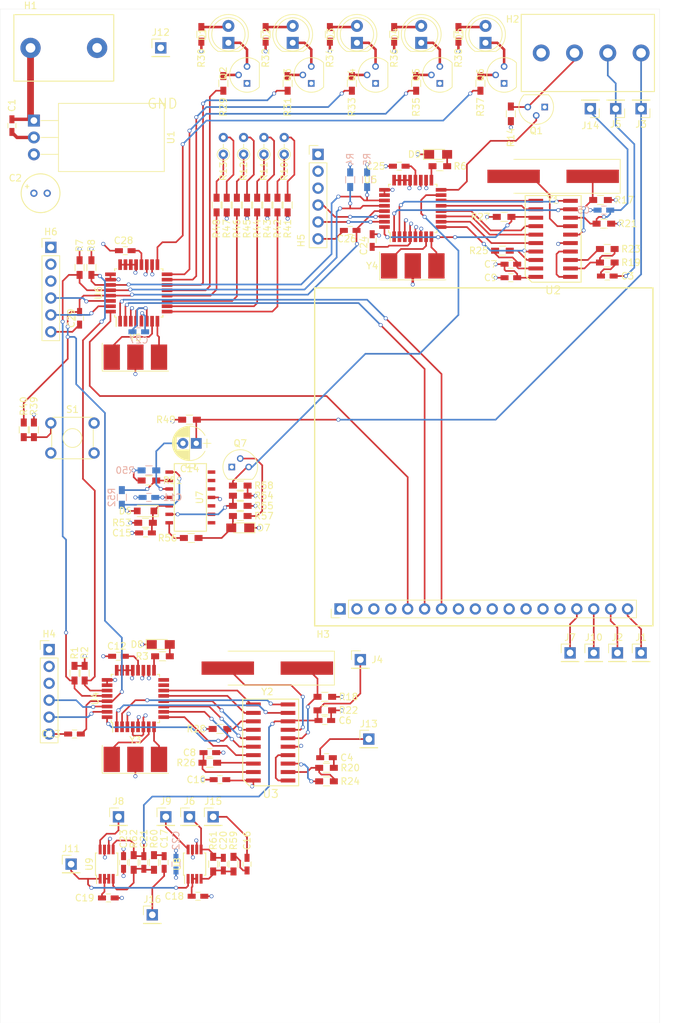
<source format=kicad_pcb>
(kicad_pcb (version 4) (host pcbnew 4.0.6)
  (layers (0 F.Cu signal) (1 In1.Cu power hide) (2 In2.Cu power hide) (31 B.Cu signal) (34 B.Paste user) (35 F.Paste user) (36 B.SilkS user) (37 F.SilkS user) (38 B.Mask user) (39 F.Mask user) (44 Edge.Cuts user))
  (net 0 "")
  (net 1 "Net-(C1-Pad1)")
  (net 2 +5V)
  (net 3 "Net-(C4-Pad1)")
  (net 4 "Net-(C5-Pad2)")
  (net 5 SPKR_OUT1_P)
  (net 6 "Net-(C8-Pad1)")
  (net 7 "Net-(C16-Pad1)")
  (net 8 "Net-(C17-Pad1)")
  (net 9 MIC_IN1_P_RAW)
  (net 10 MIC_IN1_P)
  (net 11 "Net-(C19-Pad1)")
  (net 12 SPKR_OUT1_P_RAW)
  (net 13 "Net-(C20-Pad2)")
  (net 14 "Net-(D3-Pad1)")
  (net 15 "Net-(D3-Pad2)")
  (net 16 "Net-(D4-Pad1)")
  (net 17 "Net-(D4-Pad2)")
  (net 18 "Net-(D5-Pad1)")
  (net 19 "Net-(D5-Pad2)")
  (net 20 "Net-(D6-Pad2)")
  (net 21 "Net-(D7-Pad2)")
  (net 22 "Net-(H3-Pad2)")
  (net 23 Fona_RST)
  (net 24 Fona_Rx)
  (net 25 Fona_Tx)
  (net 26 "Net-(H3-Pad8)")
  (net 27 "Net-(H3-Pad9)")
  (net 28 "Net-(H3-Pad10)")
  (net 29 "Net-(H3-Pad12)")
  (net 30 "Net-(H3-Pad13)")
  (net 31 "Net-(H3-Pad14)")
  (net 32 MIC_IN2_P)
  (net 33 MIC_IN2_N)
  (net 34 SPKR_OUT1_N_RAW)
  (net 35 PTT_OUT)
  (net 36 Radio_PTT)
  (net 37 "Net-(Q2-Pad2)")
  (net 38 "Net-(Q3-Pad2)")
  (net 39 "Net-(Q4-Pad2)")
  (net 40 "Net-(Q5-Pad2)")
  (net 41 "Net-(Q6-Pad2)")
  (net 42 "Net-(Q7-Pad2)")
  (net 43 uC_PTT)
  (net 44 ~irq1)
  (net 45 ~irq2)
  (net 46 LED1)
  (net 47 LED2)
  (net 48 LED3)
  (net 49 LED4)
  (net 50 LED5)
  (net 51 "Net-(R25-Pad1)")
  (net 52 RST)
  (net 53 BTN1)
  (net 54 BTN2)
  (net 55 BTN3)
  (net 56 BTN4)
  (net 57 /Arduino1/13)
  (net 58 /Arduino2/13)
  (net 59 /Arduino2/12)
  (net 60 /Arduino2/11)
  (net 61 SPKR_OUT2_P_RAW)
  (net 62 SPKR_OUT1_N)
  (net 63 MIC_IN1_N)
  (net 64 ~STBY)
  (net 65 "Net-(U3-Pad1)")
  (net 66 uC_3)
  (net 67 uC_4)
  (net 68 uC_5)
  (net 69 uC_6)
  (net 70 "Net-(U3-Pad7)")
  (net 71 uC_7)
  (net 72 uC_1)
  (net 73 uC_8)
  (net 74 uC_2)
  (net 75 uC_11)
  (net 76 uC_12)
  (net 77 uC_13)
  (net 78 uC_14)
  (net 79 uC_15)
  (net 80 uC_9)
  (net 81 uC_16)
  (net 82 uC_10)
  (net 83 SCL)
  (net 84 SDA)
  (net 85 /GND)
  (net 86 "Net-(R54-Pad1)")
  (net 87 "Net-(C3-Pad1)")
  (net 88 "Net-(C4-Pad2)")
  (net 89 "Net-(C7-Pad1)")
  (net 90 "Net-(C14-Pad2)")
  (net 91 "Net-(C15-Pad1)")
  (net 92 "Net-(C18-Pad1)")
  (net 93 "Net-(C21-Pad2)")
  (net 94 "Net-(D1-Pad1)")
  (net 95 "Net-(D1-Pad2)")
  (net 96 "Net-(D2-Pad1)")
  (net 97 "Net-(D2-Pad2)")
  (net 98 "Net-(R17-Pad1)")
  (net 99 "Net-(R18-Pad1)")
  (net 100 "Net-(R19-Pad1)")
  (net 101 "Net-(R20-Pad1)")
  (net 102 "Net-(R23-Pad1)")
  (net 103 "Net-(R24-Pad1)")
  (net 104 "Net-(R26-Pad1)")
  (net 105 "Net-(R39-Pad1)")
  (net 106 "Net-(R51-Pad1)")
  (net 107 "Net-(R56-Pad2)")
  (net 108 "Net-(U2-Pad1)")
  (net 109 "Net-(U2-Pad7)")
  (net 110 "Net-(C16-Pad2)")
  (net 111 "Net-(C17-Pad2)")
  (net 112 "Net-(C12-Pad1)")
  (net 113 "Net-(C25-Pad1)")
  (net 114 "Net-(C28-Pad1)")
  (net 115 "Net-(D8-Pad2)")
  (net 116 "Net-(D9-Pad2)")
  (net 117 "Net-(U4-Pad7)")
  (net 118 "Net-(U4-Pad8)")
  (net 119 "Net-(U5-Pad7)")
  (net 120 "Net-(U5-Pad8)")
  (net 121 "Net-(U6-Pad7)")
  (net 122 "Net-(U6-Pad8)")
  (net 123 DTR3)
  (net 124 DTR2)
  (net 125 DTR1)
  (net 126 RXI3)
  (net 127 TX03)
  (net 128 RXI2)
  (net 129 TX02)
  (net 130 RXI1)
  (net 131 TX01)
  (net 132 "Net-(R10-Pad1)")
  (net 133 "Net-(R10-Pad2)")
  (net 134 "Net-(R11-Pad1)")
  (net 135 "Net-(R11-Pad2)")
  (net 136 "Net-(R12-Pad1)")
  (net 137 "Net-(R12-Pad2)")
  (net 138 "Net-(R13-Pad1)")
  (net 139 "Net-(R13-Pad2)")
  (module Housings_QFP:TQFP-32_7x7mm_Pitch0.8mm (layer F.Cu) (at 239.776 42.672 90)
    (fp_text reference U5 (at 4.318 -6.35 180) (layer F.SilkS))
    (fp_text value ATMEGA328P-AU)
    (pad 1 smd rect (at -4.25 -2.8 90) (size 1.6 0.55) (layers F.Cu F.Paste F.Mask) (net 72 uC_1))
    (pad 2 smd rect (at -4.25 -2 90) (size 1.6 0.55) (layers F.Cu F.Paste F.Mask) (net 74 uC_2))
    (pad 3 smd rect (at -4.25 -1.2 90) (size 1.6 0.55) (layers F.Cu F.Paste F.Mask) (net 85 /GND))
    (pad 4 smd rect (at -4.25 -0.4 90) (size 1.6 0.55) (layers F.Cu F.Paste F.Mask) (net 2 +5V))
    (pad 5 smd rect (at -4.25 0.4 90) (size 1.6 0.55) (layers F.Cu F.Paste F.Mask) (net 85 /GND))
    (pad 6 smd rect (at -4.25 1.2 90) (size 1.6 0.55) (layers F.Cu F.Paste F.Mask) (net 2 +5V))
    (pad 7 smd rect (at -4.25 2 90) (size 1.6 0.55) (layers F.Cu F.Paste F.Mask) (net 119 "Net-(U5-Pad7)"))
    (pad 8 smd rect (at -4.25 2.8 90) (size 1.6 0.55) (layers F.Cu F.Paste F.Mask) (net 120 "Net-(U5-Pad8)"))
    (pad 9 smd rect (at -2.8 4.25 180) (size 1.6 0.55) (layers F.Cu F.Paste F.Mask) (net 66 uC_3))
    (pad 10 smd rect (at -2 4.25 180) (size 1.6 0.55) (layers F.Cu F.Paste F.Mask) (net 67 uC_4))
    (pad 11 smd rect (at -1.2 4.25 180) (size 1.6 0.55) (layers F.Cu F.Paste F.Mask) (net 68 uC_5))
    (pad 12 smd rect (at -0.4 4.25 180) (size 1.6 0.55) (layers F.Cu F.Paste F.Mask) (net 69 uC_6))
    (pad 13 smd rect (at 0.4 4.25 180) (size 1.6 0.55) (layers F.Cu F.Paste F.Mask) (net 71 uC_7))
    (pad 14 smd rect (at 1.2 4.25 180) (size 1.6 0.55) (layers F.Cu F.Paste F.Mask) (net 73 uC_8))
    (pad 15 smd rect (at 2 4.25 180) (size 1.6 0.55) (layers F.Cu F.Paste F.Mask) (net 43 uC_PTT))
    (pad 16 smd rect (at 2.8 4.25 180) (size 1.6 0.55) (layers F.Cu F.Paste F.Mask) (net 36 Radio_PTT))
    (pad 17 smd rect (at 4.25 2.8 90) (size 1.6 0.55) (layers F.Cu F.Paste F.Mask) (net 57 /Arduino1/13))
    (pad 18 smd rect (at 4.25 2 90) (size 1.6 0.55) (layers F.Cu F.Paste F.Mask) (net 2 +5V))
    (pad 19 smd rect (at 4.25 1.2 90) (size 1.6 0.55) (layers F.Cu F.Paste F.Mask) (net 85 /GND))
    (pad 20 smd rect (at 4.25 0.4 90) (size 1.6 0.55) (layers F.Cu F.Paste F.Mask) (net 113 "Net-(C25-Pad1)"))
    (pad 21 smd rect (at 4.25 -0.4 90) (size 1.6 0.55) (layers F.Cu F.Paste F.Mask) (net 85 /GND))
    (pad 22 smd rect (at 4.25 -1.2 90) (size 1.6 0.55) (layers F.Cu F.Paste F.Mask) (net 85 /GND))
    (pad 23 smd rect (at 4.25 -2 90) (size 1.6 0.55) (layers F.Cu F.Paste F.Mask) (net 85 /GND))
    (pad 24 smd rect (at 4.25 -2.8 90) (size 1.6 0.55) (layers F.Cu F.Paste F.Mask) (net 85 /GND))
    (pad 25 smd rect (at 2.8 -4.25 180) (size 1.6 0.55) (layers F.Cu F.Paste F.Mask) (net 85 /GND))
    (pad 26 smd rect (at 2 -4.25 180) (size 1.6 0.55) (layers F.Cu F.Paste F.Mask) (net 85 /GND))
    (pad 27 smd rect (at 1.2 -4.25 180) (size 1.6 0.55) (layers F.Cu F.Paste F.Mask) (net 84 SDA))
    (pad 28 smd rect (at 0.4 -4.25 180) (size 1.6 0.55) (layers F.Cu F.Paste F.Mask) (net 83 SCL))
    (pad 29 smd rect (at -0.4 -4.25 180) (size 1.6 0.55) (layers F.Cu F.Paste F.Mask) (net 52 RST))
    (pad 30 smd rect (at -1.2 -4.25 180) (size 1.6 0.55) (layers F.Cu F.Paste F.Mask) (net 128 RXI2))
    (pad 31 smd rect (at -2 -4.25 180) (size 1.6 0.55) (layers F.Cu F.Paste F.Mask) (net 129 TX02))
    (pad 32 smd rect (at -2.8 -4.25 180) (size 1.6 0.55) (layers F.Cu F.Paste F.Mask) (net 44 ~irq1))
  )
  (module TO_SOT_Packages_THT:TO-92_Molded_Narrow (layer F.Cu) (at 214.884 23.876 90)
    (fp_text reference Q2 (at 1.524 -3.556 90) (layer F.SilkS))
    (fp_text value 2N3904)
    (pad 2 thru_hole circle (at 1.27 -1.27 180) (size 1 1) (drill 0.6) (layers *.Cu *.Mask) (net 37 "Net-(Q2-Pad2)"))
    (pad 3 thru_hole circle (at 2.54 0 180) (size 1 1) (drill 0.6) (layers *.Cu *.Mask) (net 94 "Net-(D1-Pad1)"))
    (pad 1 thru_hole rect (at 0 0 180) (size 1 1) (drill 0.6) (layers *.Cu *.Mask) (net 85 /GND))
  )
  (module Footprints:RADIAL_5MM (layer F.Cu) (at 182.88 40.386)
    (fp_text reference C2 (at -2.794 -2.286 180) (layer F.SilkS))
    (fp_text value 22uF)
    (pad 1 thru_hole circle (at 0 0) (size 1.1 1.1) (drill 0.635) (layers *.Cu *.Mask) (net 2 +5V))
    (pad 2 thru_hole circle (at 2 0) (size 1.1 1.1) (drill 0.635) (layers *.Cu *.Mask) (net 85 /GND))
  )
  (module Pin_Headers:Pin_Header_Straight_1x18_Pitch2.54mm (layer F.Cu) (at 228.854 102.87 90)
    (fp_text reference H3 (at -3.81 -2.54 180) (layer F.SilkS))
    (fp_text value FONA_Header)
    (pad 1 thru_hole rect (at 0 0 90) (size 1.7 1.7) (drill 1) (layers *.Cu *.Mask) (net 2 +5V))
    (pad 2 thru_hole oval (at 0 2.54 90) (size 1.7 1.7) (drill 1) (layers *.Cu *.Mask) (net 22 "Net-(H3-Pad2)"))
    (pad 3 thru_hole oval (at 0 5.08 90) (size 1.7 1.7) (drill 1) (layers *.Cu *.Mask) (net 85 /GND))
    (pad 4 thru_hole oval (at 0 7.62 90) (size 1.7 1.7) (drill 1) (layers *.Cu *.Mask) (net 2 +5V))
    (pad 5 thru_hole oval (at 0 10.16 90) (size 1.7 1.7) (drill 1) (layers *.Cu *.Mask) (net 23 Fona_RST))
    (pad 6 thru_hole oval (at 0 12.7 90) (size 1.7 1.7) (drill 1) (layers *.Cu *.Mask) (net 24 Fona_Rx))
    (pad 7 thru_hole oval (at 0 15.24 90) (size 1.7 1.7) (drill 1) (layers *.Cu *.Mask) (net 25 Fona_Tx))
    (pad 8 thru_hole oval (at 0 17.78 90) (size 1.7 1.7) (drill 1) (layers *.Cu *.Mask) (net 26 "Net-(H3-Pad8)"))
    (pad 9 thru_hole oval (at 0 20.32 90) (size 1.7 1.7) (drill 1) (layers *.Cu *.Mask) (net 27 "Net-(H3-Pad9)"))
    (pad 10 thru_hole oval (at 0 22.86 90) (size 1.7 1.7) (drill 1) (layers *.Cu *.Mask) (net 28 "Net-(H3-Pad10)"))
    (pad 11 thru_hole oval (at 0 25.4 90) (size 1.7 1.7) (drill 1) (layers *.Cu *.Mask) (net 85 /GND))
    (pad 12 thru_hole oval (at 0 27.94 90) (size 1.7 1.7) (drill 1) (layers *.Cu *.Mask) (net 29 "Net-(H3-Pad12)"))
    (pad 13 thru_hole oval (at 0 30.48 90) (size 1.7 1.7) (drill 1) (layers *.Cu *.Mask) (net 30 "Net-(H3-Pad13)"))
    (pad 14 thru_hole oval (at 0 33.02 90) (size 1.7 1.7) (drill 1) (layers *.Cu *.Mask) (net 31 "Net-(H3-Pad14)"))
    (pad 15 thru_hole oval (at 0 35.56 90) (size 1.7 1.7) (drill 1) (layers *.Cu *.Mask) (net 32 MIC_IN2_P))
    (pad 16 thru_hole oval (at 0 38.1 90) (size 1.7 1.7) (drill 1) (layers *.Cu *.Mask) (net 33 MIC_IN2_N))
    (pad 17 thru_hole oval (at 0 40.64 90) (size 1.7 1.7) (drill 1) (layers *.Cu *.Mask) (net 12 SPKR_OUT1_P_RAW))
    (pad 18 thru_hole oval (at 0 43.18 90) (size 1.7 1.7) (drill 1) (layers *.Cu *.Mask) (net 34 SPKR_OUT1_N_RAW))
  )
  (module Pin_Headers:Pin_Header_Straight_1x06_Pitch2.54mm (layer F.Cu) (at 225.552 34.544)
    (fp_text reference H5 (at -2.54 12.954 90) (layer F.SilkS))
    (fp_text value Header1)
    (pad 1 thru_hole rect (at 0 0) (size 1.7 1.7) (drill 1) (layers *.Cu *.Mask) (net 85 /GND))
    (pad 2 thru_hole oval (at 0 2.54) (size 1.7 1.7) (drill 1) (layers *.Cu *.Mask) (net 85 /GND))
    (pad 3 thru_hole oval (at 0 5.08) (size 1.7 1.7) (drill 1) (layers *.Cu *.Mask) (net 2 +5V))
    (pad 4 thru_hole oval (at 0 7.62) (size 1.7 1.7) (drill 1) (layers *.Cu *.Mask) (net 128 RXI2))
    (pad 5 thru_hole oval (at 0 10.16) (size 1.7 1.7) (drill 1) (layers *.Cu *.Mask) (net 129 TX02))
    (pad 6 thru_hole oval (at 0 12.7) (size 1.7 1.7) (drill 1) (layers *.Cu *.Mask) (net 124 DTR2))
  )
  (module Pin_Headers:Pin_Header_Straight_1x06_Pitch2.54mm (layer F.Cu) (at 185.42 48.514)
    (fp_text reference H6 (at 0 -2.33) (layer F.SilkS))
    (fp_text value Header1)
    (pad 1 thru_hole rect (at 0 0) (size 1.7 1.7) (drill 1) (layers *.Cu *.Mask) (net 85 /GND))
    (pad 2 thru_hole oval (at 0 2.54) (size 1.7 1.7) (drill 1) (layers *.Cu *.Mask) (net 85 /GND))
    (pad 3 thru_hole oval (at 0 5.08) (size 1.7 1.7) (drill 1) (layers *.Cu *.Mask) (net 2 +5V))
    (pad 4 thru_hole oval (at 0 7.62) (size 1.7 1.7) (drill 1) (layers *.Cu *.Mask) (net 130 RXI1))
    (pad 5 thru_hole oval (at 0 10.16) (size 1.7 1.7) (drill 1) (layers *.Cu *.Mask) (net 131 TX01))
    (pad 6 thru_hole oval (at 0 12.7) (size 1.7 1.7) (drill 1) (layers *.Cu *.Mask) (net 125 DTR1))
  )
  (module TO_SOT_Packages_THT:TO-92_Molded_Narrow (layer F.Cu) (at 259.588 27.432 180)
    (fp_text reference Q1 (at 1.27 -3.56 180) (layer F.SilkS))
    (fp_text value 2N3904)
    (pad 2 thru_hole circle (at 1.27 -1.27 270) (size 1 1) (drill 0.6) (layers *.Cu *.Mask) (net 36 Radio_PTT))
    (pad 3 thru_hole circle (at 2.54 0 270) (size 1 1) (drill 0.6) (layers *.Cu *.Mask) (net 35 PTT_OUT))
    (pad 1 thru_hole rect (at 0 0 270) (size 1 1) (drill 0.6) (layers *.Cu *.Mask) (net 85 /GND))
  )
  (module TO_SOT_Packages_THT:TO-92_Molded_Narrow (layer F.Cu) (at 224.536 23.876 90)
    (fp_text reference Q3 (at 1.27 -3.56 90) (layer F.SilkS))
    (fp_text value 2N3904)
    (pad 2 thru_hole circle (at 1.27 -1.27 180) (size 1 1) (drill 0.6) (layers *.Cu *.Mask) (net 38 "Net-(Q3-Pad2)"))
    (pad 3 thru_hole circle (at 2.54 0 180) (size 1 1) (drill 0.6) (layers *.Cu *.Mask) (net 96 "Net-(D2-Pad1)"))
    (pad 1 thru_hole rect (at 0 0 180) (size 1 1) (drill 0.6) (layers *.Cu *.Mask) (net 85 /GND))
  )
  (module TO_SOT_Packages_THT:TO-92_Molded_Narrow (layer F.Cu) (at 234.188 23.876 90)
    (fp_text reference Q4 (at 1.27 -3.56 90) (layer F.SilkS))
    (fp_text value 2N3904)
    (pad 2 thru_hole circle (at 1.27 -1.27 180) (size 1 1) (drill 0.6) (layers *.Cu *.Mask) (net 39 "Net-(Q4-Pad2)"))
    (pad 3 thru_hole circle (at 2.54 0 180) (size 1 1) (drill 0.6) (layers *.Cu *.Mask) (net 14 "Net-(D3-Pad1)"))
    (pad 1 thru_hole rect (at 0 0 180) (size 1 1) (drill 0.6) (layers *.Cu *.Mask) (net 85 /GND))
  )
  (module TO_SOT_Packages_THT:TO-92_Molded_Narrow (layer F.Cu) (at 243.84 23.876 90)
    (fp_text reference Q5 (at 1.27 -3.56 90) (layer F.SilkS))
    (fp_text value 2N3904)
    (pad 2 thru_hole circle (at 1.27 -1.27 180) (size 1 1) (drill 0.6) (layers *.Cu *.Mask) (net 40 "Net-(Q5-Pad2)"))
    (pad 3 thru_hole circle (at 2.54 0 180) (size 1 1) (drill 0.6) (layers *.Cu *.Mask) (net 16 "Net-(D4-Pad1)"))
    (pad 1 thru_hole rect (at 0 0 180) (size 1 1) (drill 0.6) (layers *.Cu *.Mask) (net 85 /GND))
  )
  (module TO_SOT_Packages_THT:TO-92_Molded_Narrow (layer F.Cu) (at 253.492 23.876 90)
    (fp_text reference Q6 (at 1.27 -3.56 90) (layer F.SilkS))
    (fp_text value 2N3904)
    (pad 2 thru_hole circle (at 1.27 -1.27 180) (size 1 1) (drill 0.6) (layers *.Cu *.Mask) (net 41 "Net-(Q6-Pad2)"))
    (pad 3 thru_hole circle (at 2.54 0 180) (size 1 1) (drill 0.6) (layers *.Cu *.Mask) (net 18 "Net-(D5-Pad1)"))
    (pad 1 thru_hole rect (at 0 0 180) (size 1 1) (drill 0.6) (layers *.Cu *.Mask) (net 85 /GND))
  )
  (module TO_SOT_Packages_THT:TO-92_Molded_Narrow (layer F.Cu) (at 212.598 81.534)
    (fp_text reference Q7 (at 1.27 -3.56) (layer F.SilkS))
    (fp_text value 2N3904)
    (pad 2 thru_hole circle (at 1.27 -1.27 90) (size 1 1) (drill 0.6) (layers *.Cu *.Mask) (net 42 "Net-(Q7-Pad2)"))
    (pad 3 thru_hole circle (at 2.54 0 90) (size 1 1) (drill 0.6) (layers *.Cu *.Mask) (net 43 uC_PTT))
    (pad 1 thru_hole rect (at 0 0 90) (size 1 1) (drill 0.6) (layers *.Cu *.Mask) (net 85 /GND))
  )
  (module Buttons_Switches_THT:SW_TH_Tactile_Omron_B3F-10xx (layer F.Cu) (at 185.42 74.93)
    (fp_text reference S1 (at 3.25 -2.05) (layer F.SilkS))
    (fp_text value mom_button)
    (pad 4 thru_hole circle (at 6.5 4.5) (size 1.7 1.7) (drill 1) (layers *.Cu *.Mask))
    (pad 3 thru_hole circle (at 0 4.5) (size 1.7 1.7) (drill 1) (layers *.Cu *.Mask))
    (pad 2 thru_hole circle (at 6.5 0) (size 1.7 1.7) (drill 1) (layers *.Cu *.Mask) (net 85 /GND))
    (pad 1 thru_hole circle (at 0 0) (size 1.7 1.7) (drill 1) (layers *.Cu *.Mask) (net 105 "Net-(R39-Pad1)"))
  )
  (module Footprints:SOIC-20 (layer F.Cu) (at 218.44 122.936 90)
    (fp_text reference U3 (at -7.715 0 180) (layer F.SilkS) (effects (font (size 1.2 1.2))))
    (fp_text value MT8888C)
    (pad 20 smd rect (at -5.715 -2.6 90) (size 0.6 2.2) (layers F.Cu F.Paste F.Mask) (net 2 +5V))
    (pad 1 smd rect (at -5.715 2.6 90) (size 0.6 2.2) (layers F.Cu F.Paste F.Mask) (net 65 "Net-(U3-Pad1)"))
    (pad 19 smd rect (at -4.445 -2.6 90) (size 0.6 2.2) (layers F.Cu F.Paste F.Mask) (net 6 "Net-(C8-Pad1)"))
    (pad 2 smd rect (at -4.445 2.6 90) (size 0.6 2.2) (layers F.Cu F.Paste F.Mask) (net 101 "Net-(R20-Pad1)"))
    (pad 18 smd rect (at -3.175 -2.6 90) (size 0.6 2.2) (layers F.Cu F.Paste F.Mask) (net 104 "Net-(R26-Pad1)"))
    (pad 3 smd rect (at -3.175 2.6 90) (size 0.6 2.2) (layers F.Cu F.Paste F.Mask) (net 103 "Net-(R24-Pad1)"))
    (pad 17 smd rect (at -1.905 -2.6 90) (size 0.6 2.2) (layers F.Cu F.Paste F.Mask) (net 75 uC_11))
    (pad 4 smd rect (at -1.905 2.6 90) (size 0.6 2.2) (layers F.Cu F.Paste F.Mask) (net 65 "Net-(U3-Pad1)"))
    (pad 16 smd rect (at -0.635 -2.6 90) (size 0.6 2.2) (layers F.Cu F.Paste F.Mask) (net 76 uC_12))
    (pad 5 smd rect (at -0.635 2.6 90) (size 0.6 2.2) (layers F.Cu F.Paste F.Mask) (net 85 /GND))
    (pad 15 smd rect (at 0.635 -2.6 90) (size 0.6 2.2) (layers F.Cu F.Paste F.Mask) (net 77 uC_13))
    (pad 6 smd rect (at 0.635 2.6 90) (size 0.6 2.2) (layers F.Cu F.Paste F.Mask) (net 99 "Net-(R18-Pad1)"))
    (pad 14 smd rect (at 1.905 -2.6 90) (size 0.6 2.2) (layers F.Cu F.Paste F.Mask) (net 78 uC_14))
    (pad 7 smd rect (at 1.905 2.6 90) (size 0.6 2.2) (layers F.Cu F.Paste F.Mask) (net 70 "Net-(U3-Pad7)"))
    (pad 13 smd rect (at 3.175 -2.6 90) (size 0.6 2.2) (layers F.Cu F.Paste F.Mask) (net 45 ~irq2))
    (pad 8 smd rect (at 3.175 2.6 90) (size 0.6 2.2) (layers F.Cu F.Paste F.Mask) (net 5 SPKR_OUT1_P))
    (pad 12 smd rect (at 4.445 -2.6 90) (size 0.6 2.2) (layers F.Cu F.Paste F.Mask) (net 79 uC_15))
    (pad 9 smd rect (at 4.445 2.6 90) (size 0.6 2.2) (layers F.Cu F.Paste F.Mask) (net 80 uC_9))
    (pad 11 smd rect (at 5.715 -2.6 90) (size 0.6 2.2) (layers F.Cu F.Paste F.Mask) (net 81 uC_16))
    (pad 10 smd rect (at 5.715 2.6 90) (size 0.6 2.2) (layers F.Cu F.Paste F.Mask) (net 82 uC_10))
  )
  (module Housings_SSOP:MSOP-8_3x3mm_Pitch0.65mm (layer F.Cu) (at 193.802 141.224 90)
    (fp_text reference U9 (at 0 -2.6 90) (layer F.SilkS))
    (fp_text value TS4990IST)
    (pad 1 smd rect (at -2.2 -0.975 90) (size 1.45 0.45) (layers F.Cu F.Paste F.Mask) (net 64 ~STBY))
    (pad 2 smd rect (at -2.2 -0.325 90) (size 1.45 0.45) (layers F.Cu F.Paste F.Mask) (net 11 "Net-(C19-Pad1)"))
    (pad 3 smd rect (at -2.2 0.325 90) (size 1.45 0.45) (layers F.Cu F.Paste F.Mask) (net 11 "Net-(C19-Pad1)"))
    (pad 4 smd rect (at -2.2 0.975 90) (size 1.45 0.45) (layers F.Cu F.Paste F.Mask) (net 93 "Net-(C21-Pad2)"))
    (pad 5 smd rect (at 2.2 0.975 90) (size 1.45 0.45) (layers F.Cu F.Paste F.Mask) (net 5 SPKR_OUT1_P))
    (pad 6 smd rect (at 2.2 0.325 90) (size 1.45 0.45) (layers F.Cu F.Paste F.Mask) (net 2 +5V))
    (pad 7 smd rect (at 2.2 -0.325 90) (size 1.45 0.45) (layers F.Cu F.Paste F.Mask) (net 85 /GND))
    (pad 8 smd rect (at 2.2 -0.975 90) (size 1.45 0.45) (layers F.Cu F.Paste F.Mask) (net 62 SPKR_OUT1_N))
  )
  (module Capacitors_SMD:C_0603_HandSoldering (layer F.Cu) (at 179.578 30.226 270)
    (fp_text reference C1 (at -3.048 0 270) (layer F.SilkS))
    (fp_text value 0.1uF)
    (pad 1 smd rect (at -0.95 0 270) (size 1.2 0.75) (layers F.Cu F.Paste F.Mask) (net 1 "Net-(C1-Pad1)"))
    (pad 2 smd rect (at 0.95 0 270) (size 1.2 0.75) (layers F.Cu F.Paste F.Mask) (net 85 /GND))
  )
  (module Capacitors_SMD:C_0603_HandSoldering (layer F.Cu) (at 268.986 52.832)
    (fp_text reference C3 (at 3.048 0) (layer F.SilkS))
    (fp_text value 100nF)
    (pad 1 smd rect (at -0.95 0) (size 1.2 0.75) (layers F.Cu F.Paste F.Mask) (net 87 "Net-(C3-Pad1)"))
    (pad 2 smd rect (at 0.95 0) (size 1.2 0.75) (layers F.Cu F.Paste F.Mask) (net 9 MIC_IN1_P_RAW))
  )
  (module Capacitors_SMD:C_0603_HandSoldering (layer F.Cu) (at 226.822 125.222 180)
    (fp_text reference C4 (at -3.048 0 180) (layer F.SilkS))
    (fp_text value 100nF)
    (pad 1 smd rect (at -0.95 0 180) (size 1.2 0.75) (layers F.Cu F.Paste F.Mask) (net 3 "Net-(C4-Pad1)"))
    (pad 2 smd rect (at 0.95 0 180) (size 1.2 0.75) (layers F.Cu F.Paste F.Mask) (net 88 "Net-(C4-Pad2)"))
  )
  (module Capacitors_SMD:C_0603_HandSoldering (layer B.Cu) (at 268.478 42.926)
    (fp_text reference C5 (at -3.048 0) (layer B.SilkS) (effects (justify mirror)))
    (fp_text value 10nF)
    (pad 1 smd rect (at -0.95 0) (size 1.2 0.75) (layers B.Cu B.Paste B.Mask) (net 85 /GND))
    (pad 2 smd rect (at 0.95 0) (size 1.2 0.75) (layers B.Cu B.Paste B.Mask) (net 4 "Net-(C5-Pad2)"))
  )
  (module Capacitors_SMD:C_0603_HandSoldering (layer F.Cu) (at 226.568 119.634 180)
    (fp_text reference C6 (at -3.048 0 180) (layer F.SilkS))
    (fp_text value 10nF)
    (pad 1 smd rect (at -0.95 0 180) (size 1.2 0.75) (layers F.Cu F.Paste F.Mask) (net 85 /GND))
    (pad 2 smd rect (at 0.95 0 180) (size 1.2 0.75) (layers F.Cu F.Paste F.Mask) (net 5 SPKR_OUT1_P))
  )
  (module Capacitors_SMD:C_0603_HandSoldering (layer F.Cu) (at 254.508 51.054 180)
    (fp_text reference C7 (at 3.048 0 180) (layer F.SilkS))
    (fp_text value 100nF)
    (pad 1 smd rect (at -0.95 0 180) (size 1.2 0.75) (layers F.Cu F.Paste F.Mask) (net 89 "Net-(C7-Pad1)"))
    (pad 2 smd rect (at 0.95 0 180) (size 1.2 0.75) (layers F.Cu F.Paste F.Mask) (net 2 +5V))
  )
  (module Capacitors_SMD:C_0603_HandSoldering (layer F.Cu) (at 209.296 124.46)
    (fp_text reference C8 (at -3.048 0) (layer F.SilkS))
    (fp_text value 100nF)
    (pad 1 smd rect (at -0.95 0) (size 1.2 0.75) (layers F.Cu F.Paste F.Mask) (net 6 "Net-(C8-Pad1)"))
    (pad 2 smd rect (at 0.95 0) (size 1.2 0.75) (layers F.Cu F.Paste F.Mask) (net 2 +5V))
  )
  (module Capacitors_SMD:C_0603_HandSoldering (layer F.Cu) (at 254.508 53.086 180)
    (fp_text reference C9 (at 3.048 0 180) (layer F.SilkS))
    (fp_text value 100nF)
    (pad 1 smd rect (at -0.95 0 180) (size 1.2 0.75) (layers F.Cu F.Paste F.Mask) (net 2 +5V))
    (pad 2 smd rect (at 0.95 0 180) (size 1.2 0.75) (layers F.Cu F.Paste F.Mask) (net 85 /GND))
  )
  (module Capacitors_SMD:C_0603_HandSoldering (layer F.Cu) (at 210.82 128.524 180)
    (fp_text reference C10 (at 3.556 0 180) (layer F.SilkS))
    (fp_text value 100nF)
    (pad 1 smd rect (at -0.95 0 180) (size 1.2 0.75) (layers F.Cu F.Paste F.Mask) (net 2 +5V))
    (pad 2 smd rect (at 0.95 0 180) (size 1.2 0.75) (layers F.Cu F.Paste F.Mask) (net 85 /GND))
  )
  (module Capacitors_SMD:C_0603_HandSoldering (layer B.Cu) (at 200.152 86.106 180)
    (fp_text reference C11 (at -3.556 0 180) (layer B.SilkS) (effects (justify mirror)))
    (fp_text value 0.1uF)
    (pad 1 smd rect (at -0.95 0 180) (size 1.2 0.75) (layers B.Cu B.Paste B.Mask) (net 2 +5V))
    (pad 2 smd rect (at 0.95 0 180) (size 1.2 0.75) (layers B.Cu B.Paste B.Mask) (net 85 /GND))
  )
  (module Capacitors_SMD:C_0603_HandSoldering (layer F.Cu) (at 195.58 109.982 180)
    (fp_text reference C12 (at 0.254 1.524 180) (layer F.SilkS))
    (fp_text value 0.1uF)
    (pad 1 smd rect (at -0.95 0 180) (size 1.2 0.75) (layers F.Cu F.Paste F.Mask) (net 112 "Net-(C12-Pad1)"))
    (pad 2 smd rect (at 0.95 0 180) (size 1.2 0.75) (layers F.Cu F.Paste F.Mask) (net 85 /GND))
  )
  (module Capacitors_SMD:C_0603_HandSoldering (layer F.Cu) (at 188.976 121.666)
    (fp_text reference C13 (at -3.556 0) (layer F.SilkS))
    (fp_text value 0.1uF)
    (pad 1 smd rect (at -0.95 0) (size 1.2 0.75) (layers F.Cu F.Paste F.Mask) (net 123 DTR3))
    (pad 2 smd rect (at 0.95 0) (size 1.2 0.75) (layers F.Cu F.Paste F.Mask) (net 52 RST))
  )
  (module Capacitors_THT:CP_Radial_D5.0mm_P2.00mm (layer F.Cu) (at 207.264 77.978 180)
    (fp_text reference C14 (at 1 -3.81 180) (layer F.SilkS))
    (fp_text value 0.1uF)
    (pad 1 thru_hole rect (at 0 0 180) (size 1.6 1.6) (drill 0.8) (layers *.Cu *.Mask) (net 61 SPKR_OUT2_P_RAW))
    (pad 2 thru_hole circle (at 2 0 180) (size 1.6 1.6) (drill 0.8) (layers *.Cu *.Mask) (net 90 "Net-(C14-Pad2)"))
  )
  (module Capacitors_SMD:C_0603_HandSoldering (layer F.Cu) (at 199.644 91.44 180)
    (fp_text reference C15 (at 3.556 0 180) (layer F.SilkS))
    (fp_text value 10uF)
    (pad 1 smd rect (at -0.95 0 180) (size 1.2 0.75) (layers F.Cu F.Paste F.Mask) (net 91 "Net-(C15-Pad1)"))
    (pad 2 smd rect (at 0.95 0 180) (size 1.2 0.75) (layers F.Cu F.Paste F.Mask) (net 85 /GND))
  )
  (module Capacitors_SMD:C_0603_HandSoldering (layer F.Cu) (at 214.884 141.224 90)
    (fp_text reference C16 (at 3.556 0 90) (layer F.SilkS))
    (fp_text value 100nF)
    (pad 1 smd rect (at -0.95 0 90) (size 1.2 0.75) (layers F.Cu F.Paste F.Mask) (net 7 "Net-(C16-Pad1)"))
    (pad 2 smd rect (at 0.95 0 90) (size 1.2 0.75) (layers F.Cu F.Paste F.Mask) (net 110 "Net-(C16-Pad2)"))
  )
  (module Capacitors_SMD:C_0603_HandSoldering (layer F.Cu) (at 202.438 140.97 270)
    (fp_text reference C17 (at -3.556 0 270) (layer F.SilkS))
    (fp_text value 100nF)
    (pad 1 smd rect (at -0.95 0 270) (size 1.2 0.75) (layers F.Cu F.Paste F.Mask) (net 8 "Net-(C17-Pad1)"))
    (pad 2 smd rect (at 0.95 0 270) (size 1.2 0.75) (layers F.Cu F.Paste F.Mask) (net 111 "Net-(C17-Pad2)"))
  )
  (module Capacitors_SMD:C_0603_HandSoldering (layer F.Cu) (at 207.518 146.05)
    (fp_text reference C18 (at -3.556 0) (layer F.SilkS))
    (fp_text value 1uF)
    (pad 1 smd rect (at -0.95 0) (size 1.2 0.75) (layers F.Cu F.Paste F.Mask) (net 92 "Net-(C18-Pad1)"))
    (pad 2 smd rect (at 0.95 0) (size 1.2 0.75) (layers F.Cu F.Paste F.Mask) (net 85 /GND))
  )
  (module Capacitors_SMD:C_0603_HandSoldering (layer F.Cu) (at 194.056 146.304)
    (fp_text reference C19 (at -3.556 0) (layer F.SilkS))
    (fp_text value 1uF)
    (pad 1 smd rect (at -0.95 0) (size 1.2 0.75) (layers F.Cu F.Paste F.Mask) (net 11 "Net-(C19-Pad1)"))
    (pad 2 smd rect (at 0.95 0) (size 1.2 0.75) (layers F.Cu F.Paste F.Mask) (net 85 /GND))
  )
  (module Capacitors_SMD:C_0603_HandSoldering (layer F.Cu) (at 211.328 141.224 270)
    (fp_text reference C20 (at -3.556 0 270) (layer F.SilkS))
    (fp_text value 1uF)
    (pad 1 smd rect (at -0.95 0 270) (size 1.2 0.75) (layers F.Cu F.Paste F.Mask) (net 10 MIC_IN1_P))
    (pad 2 smd rect (at 0.95 0 270) (size 1.2 0.75) (layers F.Cu F.Paste F.Mask) (net 13 "Net-(C20-Pad2)"))
  )
  (module Capacitors_SMD:C_0603_HandSoldering (layer F.Cu) (at 199.39 140.97 270)
    (fp_text reference C21 (at -3.556 0 270) (layer F.SilkS))
    (fp_text value 1uF)
    (pad 1 smd rect (at -0.95 0 270) (size 1.2 0.75) (layers F.Cu F.Paste F.Mask) (net 5 SPKR_OUT1_P))
    (pad 2 smd rect (at 0.95 0 270) (size 1.2 0.75) (layers F.Cu F.Paste F.Mask) (net 93 "Net-(C21-Pad2)"))
  )
  (module Capacitors_SMD:C_0603_HandSoldering (layer B.Cu) (at 204.216 141.224 90)
    (fp_text reference C22 (at 3.556 0 90) (layer B.SilkS) (effects (justify mirror)))
    (fp_text value 1uF)
    (pad 1 smd rect (at -0.95 0 90) (size 1.2 0.75) (layers B.Cu B.Paste B.Mask) (net 85 /GND))
    (pad 2 smd rect (at 0.95 0 90) (size 1.2 0.75) (layers B.Cu B.Paste B.Mask) (net 2 +5V))
  )
  (module Capacitors_SMD:C_0603_HandSoldering (layer F.Cu) (at 196.342 140.97 270)
    (fp_text reference C23 (at -3.556 0 270) (layer F.SilkS))
    (fp_text value 1uF)
    (pad 1 smd rect (at -0.95 0 270) (size 1.2 0.75) (layers F.Cu F.Paste F.Mask) (net 2 +5V))
    (pad 2 smd rect (at 0.95 0 270) (size 1.2 0.75) (layers F.Cu F.Paste F.Mask) (net 85 /GND))
  )
  (module LEDs:LED_0805_HandSoldering (layer F.Cu) (at 213.868 90.678 180)
    (fp_text reference D7 (at -3.556 0 180) (layer F.SilkS))
    (fp_text value LED)
    (pad 1 smd rect (at -1.35 0 180) (size 1.5 1.3) (layers F.Cu F.Paste F.Mask) (net 85 /GND))
    (pad 2 smd rect (at 1.35 0 180) (size 1.5 1.3) (layers F.Cu F.Paste F.Mask) (net 21 "Net-(D7-Pad2)"))
  )
  (module Footprints:ED800 (layer F.Cu) (at 182.372 18.542)
    (fp_text reference H1 (at 0 -6.35) (layer F.SilkS))
    (fp_text value ED800/2)
    (pad 1 thru_hole circle (at 0 0) (size 3.048 3.048) (drill 1.4478) (layers *.Cu *.Mask) (net 1 "Net-(C1-Pad1)"))
    (pad 2 thru_hole circle (at 10 0) (size 3.048 3.048) (drill 1.4478) (layers *.Cu *.Mask) (net 85 /GND))
  )
  (module Footprints:1935187 (layer F.Cu) (at 274.066 19.304 180)
    (fp_text reference H2 (at 19.304 5.08 180) (layer F.SilkS))
    (fp_text value 1935187)
    (pad 1 thru_hole circle (at 0 0 180) (size 2.54 2.54) (drill 1.4478) (layers *.Cu *.Mask) (net 61 SPKR_OUT2_P_RAW))
    (pad 2 thru_hole circle (at 5 0 180) (size 2.54 2.54) (drill 1.4478) (layers *.Cu *.Mask) (net 9 MIC_IN1_P_RAW))
    (pad 3 thru_hole circle (at 10 0 180) (size 2.54 2.54) (drill 1.4478) (layers *.Cu *.Mask) (net 35 PTT_OUT))
    (pad 4 thru_hole circle (at 15 0 180) (size 2.54 2.54) (drill 1.4478) (layers *.Cu *.Mask) (net 85 /GND))
  )
  (module Pin_Headers:Pin_Header_Straight_1x06_Pitch2.54mm (layer F.Cu) (at 185.166 108.966)
    (fp_text reference H4 (at 0 -2.33) (layer F.SilkS))
    (fp_text value Header1)
    (pad 1 thru_hole rect (at 0 0) (size 1.7 1.7) (drill 1) (layers *.Cu *.Mask) (net 85 /GND))
    (pad 2 thru_hole oval (at 0 2.54) (size 1.7 1.7) (drill 1) (layers *.Cu *.Mask) (net 85 /GND))
    (pad 3 thru_hole oval (at 0 5.08) (size 1.7 1.7) (drill 1) (layers *.Cu *.Mask) (net 2 +5V))
    (pad 4 thru_hole oval (at 0 7.62) (size 1.7 1.7) (drill 1) (layers *.Cu *.Mask) (net 126 RXI3))
    (pad 5 thru_hole oval (at 0 10.16) (size 1.7 1.7) (drill 1) (layers *.Cu *.Mask) (net 127 TX03))
    (pad 6 thru_hole oval (at 0 12.7) (size 1.7 1.7) (drill 1) (layers *.Cu *.Mask) (net 123 DTR3))
  )
  (module Resistors_SMD:R_0603_HandSoldering (layer F.Cu) (at 254.508 28.448 270)
    (fp_text reference R14 (at 3.556 0 270) (layer F.SilkS))
    (fp_text value 2.2k)
    (pad 1 smd rect (at -1.1 0 270) (size 1.2 0.9) (layers F.Cu F.Paste F.Mask) (net 35 PTT_OUT))
    (pad 2 smd rect (at 1.1 0 270) (size 1.2 0.9) (layers F.Cu F.Paste F.Mask) (net 2 +5V))
  )
  (module Resistors_SMD:R_0603_HandSoldering (layer F.Cu) (at 267.97 41.402)
    (fp_text reference R17 (at 3.556 0) (layer F.SilkS))
    (fp_text value 4.7M)
    (pad 1 smd rect (at -1.1 0) (size 1.2 0.9) (layers F.Cu F.Paste F.Mask) (net 98 "Net-(R17-Pad1)"))
    (pad 2 smd rect (at 1.1 0) (size 1.2 0.9) (layers F.Cu F.Paste F.Mask) (net 85 /GND))
  )
  (module Resistors_SMD:R_0603_HandSoldering (layer F.Cu) (at 226.568 116.078)
    (fp_text reference R18 (at 3.556 0) (layer F.SilkS))
    (fp_text value 4.7M)
    (pad 1 smd rect (at -1.1 0) (size 1.2 0.9) (layers F.Cu F.Paste F.Mask) (net 99 "Net-(R18-Pad1)"))
    (pad 2 smd rect (at 1.1 0) (size 1.2 0.9) (layers F.Cu F.Paste F.Mask) (net 85 /GND))
  )
  (module Resistors_SMD:R_0603_HandSoldering (layer F.Cu) (at 268.986 50.8)
    (fp_text reference R19 (at 3.556 0) (layer F.SilkS))
    (fp_text value 100k)
    (pad 1 smd rect (at -1.1 0) (size 1.2 0.9) (layers F.Cu F.Paste F.Mask) (net 100 "Net-(R19-Pad1)"))
    (pad 2 smd rect (at 1.1 0) (size 1.2 0.9) (layers F.Cu F.Paste F.Mask) (net 87 "Net-(C3-Pad1)"))
  )
  (module Resistors_SMD:R_0603_HandSoldering (layer F.Cu) (at 226.822 126.746)
    (fp_text reference R20 (at 3.556 0) (layer F.SilkS))
    (fp_text value 100k)
    (pad 1 smd rect (at -1.1 0) (size 1.2 0.9) (layers F.Cu F.Paste F.Mask) (net 101 "Net-(R20-Pad1)"))
    (pad 2 smd rect (at 1.1 0) (size 1.2 0.9) (layers F.Cu F.Paste F.Mask) (net 3 "Net-(C4-Pad1)"))
  )
  (module Resistors_SMD:R_0603_HandSoldering (layer F.Cu) (at 268.478 44.958 180)
    (fp_text reference R21 (at -3.556 0 180) (layer F.SilkS))
    (fp_text value 10k)
    (pad 1 smd rect (at -1.1 0 180) (size 1.2 0.9) (layers F.Cu F.Paste F.Mask) (net 85 /GND))
    (pad 2 smd rect (at 1.1 0 180) (size 1.2 0.9) (layers F.Cu F.Paste F.Mask) (net 4 "Net-(C5-Pad2)"))
  )
  (module Resistors_SMD:R_0603_HandSoldering (layer F.Cu) (at 226.568 118.11 180)
    (fp_text reference R22 (at -3.556 0 180) (layer F.SilkS))
    (fp_text value 10k)
    (pad 1 smd rect (at -1.1 0 180) (size 1.2 0.9) (layers F.Cu F.Paste F.Mask) (net 85 /GND))
    (pad 2 smd rect (at 1.1 0 180) (size 1.2 0.9) (layers F.Cu F.Paste F.Mask) (net 5 SPKR_OUT1_P))
  )
  (module Resistors_SMD:R_0603_HandSoldering (layer F.Cu) (at 268.986 48.768)
    (fp_text reference R23 (at 3.556 0) (layer F.SilkS))
    (fp_text value 100k)
    (pad 1 smd rect (at -1.1 0) (size 1.2 0.9) (layers F.Cu F.Paste F.Mask) (net 102 "Net-(R23-Pad1)"))
    (pad 2 smd rect (at 1.1 0) (size 1.2 0.9) (layers F.Cu F.Paste F.Mask) (net 100 "Net-(R19-Pad1)"))
  )
  (module Resistors_SMD:R_0603_HandSoldering (layer F.Cu) (at 226.822 128.778)
    (fp_text reference R24 (at 3.556 0) (layer F.SilkS))
    (fp_text value 100k)
    (pad 1 smd rect (at -1.1 0) (size 1.2 0.9) (layers F.Cu F.Paste F.Mask) (net 103 "Net-(R24-Pad1)"))
    (pad 2 smd rect (at 1.1 0) (size 1.2 0.9) (layers F.Cu F.Paste F.Mask) (net 101 "Net-(R20-Pad1)"))
  )
  (module Resistors_SMD:R_0603_HandSoldering (layer F.Cu) (at 253.238 49.022 180)
    (fp_text reference R25 (at 3.556 0 180) (layer F.SilkS))
    (fp_text value 374k)
    (pad 1 smd rect (at -1.1 0 180) (size 1.2 0.9) (layers F.Cu F.Paste F.Mask) (net 51 "Net-(R25-Pad1)"))
    (pad 2 smd rect (at 1.1 0 180) (size 1.2 0.9) (layers F.Cu F.Paste F.Mask) (net 89 "Net-(C7-Pad1)"))
  )
  (module Resistors_SMD:R_0603_HandSoldering (layer F.Cu) (at 209.296 125.984 180)
    (fp_text reference R26 (at 3.556 0 180) (layer F.SilkS))
    (fp_text value 374k)
    (pad 1 smd rect (at -1.1 0 180) (size 1.2 0.9) (layers F.Cu F.Paste F.Mask) (net 104 "Net-(R26-Pad1)"))
    (pad 2 smd rect (at 1.1 0 180) (size 1.2 0.9) (layers F.Cu F.Paste F.Mask) (net 6 "Net-(C8-Pad1)"))
  )
  (module Resistors_SMD:R_0603_HandSoldering (layer F.Cu) (at 253.492 43.942 180)
    (fp_text reference R27 (at 3.556 0 180) (layer F.SilkS))
    (fp_text value 3.3k)
    (pad 1 smd rect (at -1.1 0 180) (size 1.2 0.9) (layers F.Cu F.Paste F.Mask) (net 44 ~irq1))
    (pad 2 smd rect (at 1.1 0 180) (size 1.2 0.9) (layers F.Cu F.Paste F.Mask) (net 2 +5V))
  )
  (module Resistors_SMD:R_0603_HandSoldering (layer F.Cu) (at 210.82 120.904 180)
    (fp_text reference R28 (at 3.556 0 180) (layer F.SilkS))
    (fp_text value 3.3k)
    (pad 1 smd rect (at -1.1 0 180) (size 1.2 0.9) (layers F.Cu F.Paste F.Mask) (net 45 ~irq2))
    (pad 2 smd rect (at 1.1 0 180) (size 1.2 0.9) (layers F.Cu F.Paste F.Mask) (net 2 +5V))
  )
  (module Resistors_SMD:R_0603_HandSoldering (layer F.Cu) (at 211.328 23.876 270)
    (fp_text reference R29 (at 3.556 0 270) (layer F.SilkS))
    (fp_text value 1k)
    (pad 1 smd rect (at -1.1 0 270) (size 1.2 0.9) (layers F.Cu F.Paste F.Mask) (net 37 "Net-(Q2-Pad2)"))
    (pad 2 smd rect (at 1.1 0 270) (size 1.2 0.9) (layers F.Cu F.Paste F.Mask) (net 46 LED1))
  )
  (module Resistors_SMD:R_0603_HandSoldering (layer F.Cu) (at 208.026 16.51 270)
    (fp_text reference R30 (at 3.556 0 270) (layer F.SilkS))
    (fp_text value 1k)
    (pad 1 smd rect (at -1.1 0 270) (size 1.2 0.9) (layers F.Cu F.Paste F.Mask) (net 95 "Net-(D1-Pad2)"))
    (pad 2 smd rect (at 1.1 0 270) (size 1.2 0.9) (layers F.Cu F.Paste F.Mask) (net 2 +5V))
  )
  (module Resistors_SMD:R_0603_HandSoldering (layer F.Cu) (at 220.98 23.876 270)
    (fp_text reference R31 (at 3.556 0 270) (layer F.SilkS))
    (fp_text value 1k)
    (pad 1 smd rect (at -1.1 0 270) (size 1.2 0.9) (layers F.Cu F.Paste F.Mask) (net 38 "Net-(Q3-Pad2)"))
    (pad 2 smd rect (at 1.1 0 270) (size 1.2 0.9) (layers F.Cu F.Paste F.Mask) (net 47 LED2))
  )
  (module Resistors_SMD:R_0603_HandSoldering (layer F.Cu) (at 217.678 16.51 270)
    (fp_text reference R32 (at 3.556 0 270) (layer F.SilkS))
    (fp_text value 1k)
    (pad 1 smd rect (at -1.1 0 270) (size 1.2 0.9) (layers F.Cu F.Paste F.Mask) (net 97 "Net-(D2-Pad2)"))
    (pad 2 smd rect (at 1.1 0 270) (size 1.2 0.9) (layers F.Cu F.Paste F.Mask) (net 2 +5V))
  )
  (module Resistors_SMD:R_0603_HandSoldering (layer F.Cu) (at 230.632 23.876 270)
    (fp_text reference R33 (at 3.556 0 270) (layer F.SilkS))
    (fp_text value 1k)
    (pad 1 smd rect (at -1.1 0 270) (size 1.2 0.9) (layers F.Cu F.Paste F.Mask) (net 39 "Net-(Q4-Pad2)"))
    (pad 2 smd rect (at 1.1 0 270) (size 1.2 0.9) (layers F.Cu F.Paste F.Mask) (net 48 LED3))
  )
  (module Resistors_SMD:R_0603_HandSoldering (layer F.Cu) (at 227.33 16.51 270)
    (fp_text reference R34 (at 3.556 0 270) (layer F.SilkS))
    (fp_text value 1k)
    (pad 1 smd rect (at -1.1 0 270) (size 1.2 0.9) (layers F.Cu F.Paste F.Mask) (net 15 "Net-(D3-Pad2)"))
    (pad 2 smd rect (at 1.1 0 270) (size 1.2 0.9) (layers F.Cu F.Paste F.Mask) (net 2 +5V))
  )
  (module Resistors_SMD:R_0603_HandSoldering (layer F.Cu) (at 240.284 23.876 270)
    (fp_text reference R35 (at 3.556 0 270) (layer F.SilkS))
    (fp_text value 1k)
    (pad 1 smd rect (at -1.1 0 270) (size 1.2 0.9) (layers F.Cu F.Paste F.Mask) (net 40 "Net-(Q5-Pad2)"))
    (pad 2 smd rect (at 1.1 0 270) (size 1.2 0.9) (layers F.Cu F.Paste F.Mask) (net 49 LED4))
  )
  (module Resistors_SMD:R_0603_HandSoldering (layer F.Cu) (at 236.982 16.51 270)
    (fp_text reference R36 (at 3.556 0 270) (layer F.SilkS))
    (fp_text value 1k)
    (pad 1 smd rect (at -1.1 0 270) (size 1.2 0.9) (layers F.Cu F.Paste F.Mask) (net 17 "Net-(D4-Pad2)"))
    (pad 2 smd rect (at 1.1 0 270) (size 1.2 0.9) (layers F.Cu F.Paste F.Mask) (net 2 +5V))
  )
  (module Resistors_SMD:R_0603_HandSoldering (layer F.Cu) (at 249.936 23.876 270)
    (fp_text reference R37 (at 3.556 0 270) (layer F.SilkS))
    (fp_text value 1k)
    (pad 1 smd rect (at -1.1 0 270) (size 1.2 0.9) (layers F.Cu F.Paste F.Mask) (net 41 "Net-(Q6-Pad2)"))
    (pad 2 smd rect (at 1.1 0 270) (size 1.2 0.9) (layers F.Cu F.Paste F.Mask) (net 50 LED5))
  )
  (module Resistors_SMD:R_0603_HandSoldering (layer F.Cu) (at 246.634 16.51 270)
    (fp_text reference R38 (at 3.556 0 270) (layer F.SilkS))
    (fp_text value 1k)
    (pad 1 smd rect (at -1.1 0 270) (size 1.2 0.9) (layers F.Cu F.Paste F.Mask) (net 19 "Net-(D5-Pad2)"))
    (pad 2 smd rect (at 1.1 0 270) (size 1.2 0.9) (layers F.Cu F.Paste F.Mask) (net 2 +5V))
  )
  (module Resistors_SMD:R_0603_HandSoldering (layer F.Cu) (at 182.88 75.946 90)
    (fp_text reference R39 (at 3.556 0 90) (layer F.SilkS))
    (fp_text value 10k)
    (pad 1 smd rect (at -1.1 0 90) (size 1.2 0.9) (layers F.Cu F.Paste F.Mask) (net 105 "Net-(R39-Pad1)"))
    (pad 2 smd rect (at 1.1 0 90) (size 1.2 0.9) (layers F.Cu F.Paste F.Mask) (net 2 +5V))
  )
  (module Resistors_SMD:R_0603_HandSoldering (layer F.Cu) (at 181.356 75.946 270)
    (fp_text reference R40 (at -3.556 0 270) (layer F.SilkS))
    (fp_text value 1k)
    (pad 1 smd rect (at -1.1 0 270) (size 1.2 0.9) (layers F.Cu F.Paste F.Mask) (net 52 RST))
    (pad 2 smd rect (at 1.1 0 270) (size 1.2 0.9) (layers F.Cu F.Paste F.Mask) (net 105 "Net-(R39-Pad1)"))
  )
  (module Resistors_SMD:R_0603_HandSoldering (layer F.Cu) (at 220.98 42.164 270)
    (fp_text reference R41 (at 3.556 0 270) (layer F.SilkS))
    (fp_text value 10k)
    (pad 1 smd rect (at -1.1 0 270) (size 1.2 0.9) (layers F.Cu F.Paste F.Mask) (net 133 "Net-(R10-Pad2)"))
    (pad 2 smd rect (at 1.1 0 270) (size 1.2 0.9) (layers F.Cu F.Paste F.Mask) (net 2 +5V))
  )
  (module Resistors_SMD:R_0603_HandSoldering (layer F.Cu) (at 219.456 42.164 90)
    (fp_text reference R42 (at -3.556 0 90) (layer F.SilkS))
    (fp_text value 1k)
    (pad 1 smd rect (at -1.1 0 90) (size 1.2 0.9) (layers F.Cu F.Paste F.Mask) (net 53 BTN1))
    (pad 2 smd rect (at 1.1 0 90) (size 1.2 0.9) (layers F.Cu F.Paste F.Mask) (net 132 "Net-(R10-Pad1)"))
  )
  (module Resistors_SMD:R_0603_HandSoldering (layer F.Cu) (at 217.932 42.164 270)
    (fp_text reference R43 (at 3.556 0 270) (layer F.SilkS))
    (fp_text value 10k)
    (pad 1 smd rect (at -1.1 0 270) (size 1.2 0.9) (layers F.Cu F.Paste F.Mask) (net 135 "Net-(R11-Pad2)"))
    (pad 2 smd rect (at 1.1 0 270) (size 1.2 0.9) (layers F.Cu F.Paste F.Mask) (net 2 +5V))
  )
  (module Resistors_SMD:R_0603_HandSoldering (layer F.Cu) (at 216.408 42.164 90)
    (fp_text reference R44 (at -3.556 0 90) (layer F.SilkS))
    (fp_text value 1k)
    (pad 1 smd rect (at -1.1 0 90) (size 1.2 0.9) (layers F.Cu F.Paste F.Mask) (net 54 BTN2))
    (pad 2 smd rect (at 1.1 0 90) (size 1.2 0.9) (layers F.Cu F.Paste F.Mask) (net 134 "Net-(R11-Pad1)"))
  )
  (module Resistors_SMD:R_0603_HandSoldering (layer F.Cu) (at 214.884 42.164 270)
    (fp_text reference R45 (at 3.556 0 270) (layer F.SilkS))
    (fp_text value 10k)
    (pad 1 smd rect (at -1.1 0 270) (size 1.2 0.9) (layers F.Cu F.Paste F.Mask) (net 137 "Net-(R12-Pad2)"))
    (pad 2 smd rect (at 1.1 0 270) (size 1.2 0.9) (layers F.Cu F.Paste F.Mask) (net 2 +5V))
  )
  (module Resistors_SMD:R_0603_HandSoldering (layer F.Cu) (at 213.36 42.164 90)
    (fp_text reference R46 (at -3.556 0 90) (layer F.SilkS))
    (fp_text value 1k)
    (pad 1 smd rect (at -1.1 0 90) (size 1.2 0.9) (layers F.Cu F.Paste F.Mask) (net 55 BTN3))
    (pad 2 smd rect (at 1.1 0 90) (size 1.2 0.9) (layers F.Cu F.Paste F.Mask) (net 136 "Net-(R12-Pad1)"))
  )
  (module Resistors_SMD:R_0603_HandSoldering (layer F.Cu) (at 211.836 42.164 270)
    (fp_text reference R47 (at 3.556 0 270) (layer F.SilkS))
    (fp_text value 10k)
    (pad 1 smd rect (at -1.1 0 270) (size 1.2 0.9) (layers F.Cu F.Paste F.Mask) (net 139 "Net-(R13-Pad2)"))
    (pad 2 smd rect (at 1.1 0 270) (size 1.2 0.9) (layers F.Cu F.Paste F.Mask) (net 2 +5V))
  )
  (module Resistors_SMD:R_0603_HandSoldering (layer F.Cu) (at 210.312 42.164 90)
    (fp_text reference R48 (at -3.556 0 90) (layer F.SilkS))
    (fp_text value 1k)
    (pad 1 smd rect (at -1.1 0 90) (size 1.2 0.9) (layers F.Cu F.Paste F.Mask) (net 56 BTN4))
    (pad 2 smd rect (at 1.1 0 90) (size 1.2 0.9) (layers F.Cu F.Paste F.Mask) (net 138 "Net-(R13-Pad1)"))
  )
  (module Resistors_SMD:R_0603_HandSoldering (layer F.Cu) (at 206.248 74.422 180)
    (fp_text reference R49 (at 3.556 0 180) (layer F.SilkS))
    (fp_text value 1k)
    (pad 1 smd rect (at -1.1 0 180) (size 1.2 0.9) (layers F.Cu F.Paste F.Mask) (net 61 SPKR_OUT2_P_RAW))
    (pad 2 smd rect (at 1.1 0 180) (size 1.2 0.9) (layers F.Cu F.Paste F.Mask) (net 2 +5V))
  )
  (module Resistors_SMD:R_0603_HandSoldering (layer B.Cu) (at 200.152 82.042 180)
    (fp_text reference R50 (at 3.556 0 180) (layer B.SilkS) (effects (justify mirror)))
    (fp_text value 100k)
    (pad 1 smd rect (at -1.1 0 180) (size 1.2 0.9) (layers B.Cu B.Paste B.Mask) (net 90 "Net-(C14-Pad2)"))
    (pad 2 smd rect (at 1.1 0 180) (size 1.2 0.9) (layers B.Cu B.Paste B.Mask) (net 85 /GND))
  )
  (module Resistors_SMD:R_0603_HandSoldering (layer F.Cu) (at 200.152 83.566 180)
    (fp_text reference R51 (at -3.556 0 180) (layer F.SilkS))
    (fp_text value 1k)
    (pad 1 smd rect (at -1.1 0 180) (size 1.2 0.9) (layers F.Cu F.Paste F.Mask) (net 106 "Net-(R51-Pad1)"))
    (pad 2 smd rect (at 1.1 0 180) (size 1.2 0.9) (layers F.Cu F.Paste F.Mask) (net 85 /GND))
  )
  (module Resistors_SMD:R_0603_HandSoldering (layer B.Cu) (at 196.088 86.106 90)
    (fp_text reference R52 (at 0 -1.524 90) (layer B.SilkS) (effects (justify mirror)))
    (fp_text value 100k)
    (pad 1 smd rect (at -1.1 0 90) (size 1.2 0.9) (layers B.Cu B.Paste B.Mask) (net 20 "Net-(D6-Pad2)"))
    (pad 2 smd rect (at 1.1 0 90) (size 1.2 0.9) (layers B.Cu B.Paste B.Mask) (net 106 "Net-(R51-Pad1)"))
  )
  (module Resistors_SMD:R_0603_HandSoldering (layer F.Cu) (at 199.644 89.916 180)
    (fp_text reference R53 (at 3.556 0 180) (layer F.SilkS))
    (fp_text value 100k)
    (pad 1 smd rect (at -1.1 0 180) (size 1.2 0.9) (layers F.Cu F.Paste F.Mask) (net 91 "Net-(C15-Pad1)"))
    (pad 2 smd rect (at 1.1 0 180) (size 1.2 0.9) (layers F.Cu F.Paste F.Mask) (net 85 /GND))
  )
  (module Resistors_SMD:R_0603_HandSoldering (layer F.Cu) (at 213.868 85.852)
    (fp_text reference R54 (at 3.556 0) (layer F.SilkS))
    (fp_text value 100k)
    (pad 1 smd rect (at -1.1 0) (size 1.2 0.9) (layers F.Cu F.Paste F.Mask) (net 86 "Net-(R54-Pad1)"))
    (pad 2 smd rect (at 1.1 0) (size 1.2 0.9) (layers F.Cu F.Paste F.Mask) (net 2 +5V))
  )
  (module Resistors_SMD:R_0603_HandSoldering (layer F.Cu) (at 213.868 87.376)
    (fp_text reference R55 (at 3.556 0) (layer F.SilkS))
    (fp_text value 10k)
    (pad 1 smd rect (at -1.1 0) (size 1.2 0.9) (layers F.Cu F.Paste F.Mask) (net 86 "Net-(R54-Pad1)"))
    (pad 2 smd rect (at 1.1 0) (size 1.2 0.9) (layers F.Cu F.Paste F.Mask) (net 85 /GND))
  )
  (module Resistors_SMD:R_0603_HandSoldering (layer F.Cu) (at 206.502 92.202 180)
    (fp_text reference R56 (at 3.556 0 180) (layer F.SilkS))
    (fp_text value 1k)
    (pad 1 smd rect (at -1.1 0 180) (size 1.2 0.9) (layers F.Cu F.Paste F.Mask) (net 21 "Net-(D7-Pad2)"))
    (pad 2 smd rect (at 1.1 0 180) (size 1.2 0.9) (layers F.Cu F.Paste F.Mask) (net 107 "Net-(R56-Pad2)"))
  )
  (module Resistors_SMD:R_0603_HandSoldering (layer F.Cu) (at 213.868 88.9 180)
    (fp_text reference R57 (at -3.556 0 180) (layer F.SilkS))
    (fp_text value 1.8k)
    (pad 1 smd rect (at -1.1 0 180) (size 1.2 0.9) (layers F.Cu F.Paste F.Mask) (net 42 "Net-(Q7-Pad2)"))
    (pad 2 smd rect (at 1.1 0 180) (size 1.2 0.9) (layers F.Cu F.Paste F.Mask) (net 21 "Net-(D7-Pad2)"))
  )
  (module Resistors_SMD:R_0603_HandSoldering (layer F.Cu) (at 213.868 84.328)
    (fp_text reference R58 (at 3.556 0) (layer F.SilkS))
    (fp_text value 1k)
    (pad 1 smd rect (at -1.1 0) (size 1.2 0.9) (layers F.Cu F.Paste F.Mask) (net 43 uC_PTT))
    (pad 2 smd rect (at 1.1 0) (size 1.2 0.9) (layers F.Cu F.Paste F.Mask) (net 2 +5V))
  )
  (module Resistors_SMD:R_0603_HandSoldering (layer F.Cu) (at 212.852 141.224 270)
    (fp_text reference R59 (at -3.556 0 270) (layer F.SilkS))
    (fp_text value 20k)
    (pad 1 smd rect (at -1.1 0 270) (size 1.2 0.9) (layers F.Cu F.Paste F.Mask) (net 7 "Net-(C16-Pad1)"))
    (pad 2 smd rect (at 1.1 0 270) (size 1.2 0.9) (layers F.Cu F.Paste F.Mask) (net 13 "Net-(C20-Pad2)"))
  )
  (module Resistors_SMD:R_0603_HandSoldering (layer F.Cu) (at 200.914 140.97 270)
    (fp_text reference R60 (at -3.556 0 270) (layer F.SilkS))
    (fp_text value 20k)
    (pad 1 smd rect (at -1.1 0 270) (size 1.2 0.9) (layers F.Cu F.Paste F.Mask) (net 8 "Net-(C17-Pad1)"))
    (pad 2 smd rect (at 1.1 0 270) (size 1.2 0.9) (layers F.Cu F.Paste F.Mask) (net 93 "Net-(C21-Pad2)"))
  )
  (module Resistors_SMD:R_0603_HandSoldering (layer F.Cu) (at 209.804 141.224 90)
    (fp_text reference R61 (at 3.556 0 90) (layer F.SilkS))
    (fp_text value 20k)
    (pad 1 smd rect (at -1.1 0 90) (size 1.2 0.9) (layers F.Cu F.Paste F.Mask) (net 13 "Net-(C20-Pad2)"))
    (pad 2 smd rect (at 1.1 0 90) (size 1.2 0.9) (layers F.Cu F.Paste F.Mask) (net 10 MIC_IN1_P))
  )
  (module Resistors_SMD:R_0603_HandSoldering (layer F.Cu) (at 197.866 140.97 90)
    (fp_text reference R62 (at 3.556 0 90) (layer F.SilkS))
    (fp_text value 20k)
    (pad 1 smd rect (at -1.1 0 90) (size 1.2 0.9) (layers F.Cu F.Paste F.Mask) (net 93 "Net-(C21-Pad2)"))
    (pad 2 smd rect (at 1.1 0 90) (size 1.2 0.9) (layers F.Cu F.Paste F.Mask) (net 5 SPKR_OUT1_P))
  )
  (module Footprints:SOIC-20 (layer F.Cu) (at 260.858 47.244 90)
    (fp_text reference U2 (at -7.715 0 180) (layer F.SilkS) (effects (font (size 1.2 1.2))))
    (fp_text value MT8888C)
    (pad 20 smd rect (at -5.715 -2.6 90) (size 0.6 2.2) (layers F.Cu F.Paste F.Mask) (net 2 +5V))
    (pad 1 smd rect (at -5.715 2.6 90) (size 0.6 2.2) (layers F.Cu F.Paste F.Mask) (net 108 "Net-(U2-Pad1)"))
    (pad 19 smd rect (at -4.445 -2.6 90) (size 0.6 2.2) (layers F.Cu F.Paste F.Mask) (net 89 "Net-(C7-Pad1)"))
    (pad 2 smd rect (at -4.445 2.6 90) (size 0.6 2.2) (layers F.Cu F.Paste F.Mask) (net 100 "Net-(R19-Pad1)"))
    (pad 18 smd rect (at -3.175 -2.6 90) (size 0.6 2.2) (layers F.Cu F.Paste F.Mask) (net 51 "Net-(R25-Pad1)"))
    (pad 3 smd rect (at -3.175 2.6 90) (size 0.6 2.2) (layers F.Cu F.Paste F.Mask) (net 102 "Net-(R23-Pad1)"))
    (pad 17 smd rect (at -1.905 -2.6 90) (size 0.6 2.2) (layers F.Cu F.Paste F.Mask) (net 66 uC_3))
    (pad 4 smd rect (at -1.905 2.6 90) (size 0.6 2.2) (layers F.Cu F.Paste F.Mask) (net 108 "Net-(U2-Pad1)"))
    (pad 16 smd rect (at -0.635 -2.6 90) (size 0.6 2.2) (layers F.Cu F.Paste F.Mask) (net 67 uC_4))
    (pad 5 smd rect (at -0.635 2.6 90) (size 0.6 2.2) (layers F.Cu F.Paste F.Mask) (net 85 /GND))
    (pad 15 smd rect (at 0.635 -2.6 90) (size 0.6 2.2) (layers F.Cu F.Paste F.Mask) (net 68 uC_5))
    (pad 6 smd rect (at 0.635 2.6 90) (size 0.6 2.2) (layers F.Cu F.Paste F.Mask) (net 98 "Net-(R17-Pad1)"))
    (pad 14 smd rect (at 1.905 -2.6 90) (size 0.6 2.2) (layers F.Cu F.Paste F.Mask) (net 69 uC_6))
    (pad 7 smd rect (at 1.905 2.6 90) (size 0.6 2.2) (layers F.Cu F.Paste F.Mask) (net 109 "Net-(U2-Pad7)"))
    (pad 13 smd rect (at 3.175 -2.6 90) (size 0.6 2.2) (layers F.Cu F.Paste F.Mask) (net 44 ~irq1))
    (pad 8 smd rect (at 3.175 2.6 90) (size 0.6 2.2) (layers F.Cu F.Paste F.Mask) (net 4 "Net-(C5-Pad2)"))
    (pad 12 smd rect (at 4.445 -2.6 90) (size 0.6 2.2) (layers F.Cu F.Paste F.Mask) (net 71 uC_7))
    (pad 9 smd rect (at 4.445 2.6 90) (size 0.6 2.2) (layers F.Cu F.Paste F.Mask) (net 72 uC_1))
    (pad 11 smd rect (at 5.715 -2.6 90) (size 0.6 2.2) (layers F.Cu F.Paste F.Mask) (net 73 uC_8))
    (pad 10 smd rect (at 5.715 2.6 90) (size 0.6 2.2) (layers F.Cu F.Paste F.Mask) (net 74 uC_2))
  )
  (module SMD_Packages:SOIC-14_N (layer F.Cu) (at 206.502 86.106 270)
    (fp_text reference U7 (at 0 -1.27 270) (layer F.SilkS))
    (fp_text value LM324N)
    (pad 1 smd rect (at -3.81 3.302 270) (size 0.508 1.143) (layers F.Cu F.Paste F.Mask) (net 20 "Net-(D6-Pad2)"))
    (pad 2 smd rect (at -2.54 3.302 270) (size 0.508 1.143) (layers F.Cu F.Paste F.Mask) (net 106 "Net-(R51-Pad1)"))
    (pad 3 smd rect (at -1.27 3.302 270) (size 0.508 1.143) (layers F.Cu F.Paste F.Mask) (net 90 "Net-(C14-Pad2)"))
    (pad 4 smd rect (at 0 3.302 270) (size 0.508 1.143) (layers F.Cu F.Paste F.Mask) (net 2 +5V))
    (pad 5 smd rect (at 1.27 3.302 270) (size 0.508 1.143) (layers F.Cu F.Paste F.Mask) (net 91 "Net-(C15-Pad1)"))
    (pad 6 smd rect (at 2.54 3.302 270) (size 0.508 1.143) (layers F.Cu F.Paste F.Mask) (net 86 "Net-(R54-Pad1)"))
    (pad 7 smd rect (at 3.81 3.302 270) (size 0.508 1.143) (layers F.Cu F.Paste F.Mask) (net 107 "Net-(R56-Pad2)"))
    (pad 8 smd rect (at 3.81 -3.048 270) (size 0.508 1.143) (layers F.Cu F.Paste F.Mask))
    (pad 9 smd rect (at 2.54 -3.048 270) (size 0.508 1.143) (layers F.Cu F.Paste F.Mask))
    (pad 11 smd rect (at 0 -3.048 270) (size 0.508 1.143) (layers F.Cu F.Paste F.Mask) (net 85 /GND))
    (pad 12 smd rect (at -1.27 -3.048 270) (size 0.508 1.143) (layers F.Cu F.Paste F.Mask))
    (pad 13 smd rect (at -2.54 -3.048 270) (size 0.508 1.143) (layers F.Cu F.Paste F.Mask))
    (pad 14 smd rect (at -3.81 -3.048 270) (size 0.508 1.143) (layers F.Cu F.Paste F.Mask))
    (pad 10 smd rect (at 1.27 -3.048 270) (size 0.508 1.143) (layers F.Cu F.Paste F.Mask))
  )
  (module Housings_SSOP:MSOP-8_3x3mm_Pitch0.65mm (layer F.Cu) (at 207.01 141.224 90)
    (fp_text reference U8 (at 0 -2.6 90) (layer F.SilkS))
    (fp_text value TS4990IST)
    (pad 1 smd rect (at -2.2 -0.975 90) (size 1.45 0.45) (layers F.Cu F.Paste F.Mask) (net 64 ~STBY))
    (pad 2 smd rect (at -2.2 -0.325 90) (size 1.45 0.45) (layers F.Cu F.Paste F.Mask) (net 92 "Net-(C18-Pad1)"))
    (pad 3 smd rect (at -2.2 0.325 90) (size 1.45 0.45) (layers F.Cu F.Paste F.Mask) (net 92 "Net-(C18-Pad1)"))
    (pad 4 smd rect (at -2.2 0.975 90) (size 1.45 0.45) (layers F.Cu F.Paste F.Mask) (net 13 "Net-(C20-Pad2)"))
    (pad 5 smd rect (at 2.2 0.975 90) (size 1.45 0.45) (layers F.Cu F.Paste F.Mask) (net 10 MIC_IN1_P))
    (pad 6 smd rect (at 2.2 0.325 90) (size 1.45 0.45) (layers F.Cu F.Paste F.Mask) (net 2 +5V))
    (pad 7 smd rect (at 2.2 -0.325 90) (size 1.45 0.45) (layers F.Cu F.Paste F.Mask) (net 85 /GND))
    (pad 8 smd rect (at 2.2 -0.975 90) (size 1.45 0.45) (layers F.Cu F.Paste F.Mask) (net 63 MIC_IN1_N))
  )
  (module LEDs:LED_D5.0mm (layer F.Cu) (at 212.09 17.78 90)
    (fp_text reference D1 (at 1.27 -3.96 90) (layer F.SilkS))
    (fp_text value LED)
    (pad 1 thru_hole rect (at 0 0 90) (size 1.8 1.8) (drill 0.9) (layers *.Cu *.Mask) (net 94 "Net-(D1-Pad1)"))
    (pad 2 thru_hole circle (at 2.54 0 90) (size 1.8 1.8) (drill 0.9) (layers *.Cu *.Mask) (net 95 "Net-(D1-Pad2)"))
  )
  (module LEDs:LED_D5.0mm (layer F.Cu) (at 221.742 17.78 90)
    (fp_text reference D2 (at 1.27 -3.96 90) (layer F.SilkS))
    (fp_text value LED)
    (pad 1 thru_hole rect (at 0 0 90) (size 1.8 1.8) (drill 0.9) (layers *.Cu *.Mask) (net 96 "Net-(D2-Pad1)"))
    (pad 2 thru_hole circle (at 2.54 0 90) (size 1.8 1.8) (drill 0.9) (layers *.Cu *.Mask) (net 97 "Net-(D2-Pad2)"))
  )
  (module LEDs:LED_D5.0mm (layer F.Cu) (at 231.394 17.78 90)
    (fp_text reference D3 (at 1.27 -3.96 90) (layer F.SilkS))
    (fp_text value LED)
    (pad 1 thru_hole rect (at 0 0 90) (size 1.8 1.8) (drill 0.9) (layers *.Cu *.Mask) (net 14 "Net-(D3-Pad1)"))
    (pad 2 thru_hole circle (at 2.54 0 90) (size 1.8 1.8) (drill 0.9) (layers *.Cu *.Mask) (net 15 "Net-(D3-Pad2)"))
  )
  (module LEDs:LED_D5.0mm (layer F.Cu) (at 241.046 17.78 90)
    (fp_text reference D4 (at 1.27 -3.96 90) (layer F.SilkS))
    (fp_text value LED)
    (pad 1 thru_hole rect (at 0 0 90) (size 1.8 1.8) (drill 0.9) (layers *.Cu *.Mask) (net 16 "Net-(D4-Pad1)"))
    (pad 2 thru_hole circle (at 2.54 0 90) (size 1.8 1.8) (drill 0.9) (layers *.Cu *.Mask) (net 17 "Net-(D4-Pad2)"))
  )
  (module LEDs:LED_D5.0mm (layer F.Cu) (at 250.698 17.78 90)
    (fp_text reference D5 (at 1.27 -3.96 90) (layer F.SilkS))
    (fp_text value LED)
    (pad 1 thru_hole rect (at 0 0 90) (size 1.8 1.8) (drill 0.9) (layers *.Cu *.Mask) (net 18 "Net-(D5-Pad1)"))
    (pad 2 thru_hole circle (at 2.54 0 90) (size 1.8 1.8) (drill 0.9) (layers *.Cu *.Mask) (net 19 "Net-(D5-Pad2)"))
  )
  (module TO_SOT_Packages_THT:TO-220-3_Horizontal (layer F.Cu) (at 182.88 29.464 270)
    (fp_text reference U1 (at 2.54 -20.58 270) (layer F.SilkS))
    (fp_text value L4940)
    (pad 0 np_thru_hole oval (at 2.54 -16.66 270) (size 3.5 3.5) (drill 3.5) (layers *.Cu *.Mask))
    (pad 1 thru_hole rect (at 0 0 270) (size 1.8 1.8) (drill 1) (layers *.Cu *.Mask) (net 1 "Net-(C1-Pad1)"))
    (pad 2 thru_hole oval (at 2.54 0 270) (size 1.8 1.8) (drill 1) (layers *.Cu *.Mask) (net 85 /GND))
    (pad 3 thru_hole oval (at 5.08 0 270) (size 1.8 1.8) (drill 1) (layers *.Cu *.Mask) (net 2 +5V))
  )
  (module Crystals:Crystal_SMD_HC49-SD_HandSoldering (layer F.Cu) (at 260.858 37.846 180)
    (fp_text reference Y1 (at 0 -3.55 180) (layer F.SilkS))
    (fp_text value 3.579545MHz)
    (pad 1 smd rect (at -5.9375 0 180) (size 7.875 2) (layers F.Cu F.Paste F.Mask) (net 98 "Net-(R17-Pad1)"))
    (pad 2 smd rect (at 5.9375 0 180) (size 7.875 2) (layers F.Cu F.Paste F.Mask) (net 109 "Net-(U2-Pad7)"))
  )
  (module Crystals:Crystal_SMD_HC49-SD_HandSoldering (layer F.Cu) (at 217.932 111.76 180)
    (fp_text reference Y2 (at 0 -3.55 180) (layer F.SilkS))
    (fp_text value 3.579545MHz)
    (pad 1 smd rect (at -5.9375 0 180) (size 7.875 2) (layers F.Cu F.Paste F.Mask) (net 99 "Net-(R18-Pad1)"))
    (pad 2 smd rect (at 5.9375 0 180) (size 7.875 2) (layers F.Cu F.Paste F.Mask) (net 70 "Net-(U3-Pad7)"))
  )
  (module Diodes_SMD:D_SOD-323_HandSoldering (layer F.Cu) (at 199.644 88.138 180)
    (fp_text reference D6 (at 3.048 0 180) (layer F.SilkS))
    (fp_text value D_ALT)
    (pad 1 smd rect (at -1.25 0 180) (size 1 1) (layers F.Cu F.Paste F.Mask) (net 91 "Net-(C15-Pad1)"))
    (pad 2 smd rect (at 1.25 0 180) (size 1 1) (layers F.Cu F.Paste F.Mask) (net 20 "Net-(D6-Pad2)"))
  )
  (module Pin_Headers:Pin_Header_Straight_1x01_Pitch2.54mm (layer F.Cu) (at 274.066 109.474)
    (fp_text reference J1 (at 0 -2.33) (layer F.SilkS))
    (fp_text value CONN_01X01)
    (pad 1 thru_hole rect (at 0 0) (size 1.7 1.7) (drill 1) (layers *.Cu *.Mask) (net 34 SPKR_OUT1_N_RAW))
  )
  (module Pin_Headers:Pin_Header_Straight_1x01_Pitch2.54mm (layer F.Cu) (at 270.51 109.474)
    (fp_text reference J2 (at 0 -2.33) (layer F.SilkS))
    (fp_text value CONN_01X01)
    (pad 1 thru_hole rect (at 0 0) (size 1.7 1.7) (drill 1) (layers *.Cu *.Mask) (net 12 SPKR_OUT1_P_RAW))
  )
  (module Pin_Headers:Pin_Header_Straight_1x01_Pitch2.54mm (layer F.Cu) (at 274.066 27.686 180)
    (fp_text reference J3 (at 0 -2.33 180) (layer F.SilkS))
    (fp_text value CONN_01X01)
    (pad 1 thru_hole rect (at 0 0 180) (size 1.7 1.7) (drill 1) (layers *.Cu *.Mask) (net 61 SPKR_OUT2_P_RAW))
  )
  (module Pin_Headers:Pin_Header_Straight_1x01_Pitch2.54mm (layer F.Cu) (at 231.902 110.49)
    (fp_text reference J4 (at 2.54 0) (layer F.SilkS))
    (fp_text value CONN_01X01)
    (pad 1 thru_hole rect (at 0 0) (size 1.7 1.7) (drill 1) (layers *.Cu *.Mask) (net 5 SPKR_OUT1_P))
  )
  (module Pin_Headers:Pin_Header_Straight_1x01_Pitch2.54mm (layer F.Cu) (at 270.256 27.686 180)
    (fp_text reference J5 (at 0 -2.33 180) (layer F.SilkS))
    (fp_text value CONN_01X01)
    (pad 1 thru_hole rect (at 0 0 180) (size 1.7 1.7) (drill 1) (layers *.Cu *.Mask) (net 9 MIC_IN1_P_RAW))
  )
  (module Pin_Headers:Pin_Header_Straight_1x01_Pitch2.54mm (layer F.Cu) (at 206.248 134.112)
    (fp_text reference J6 (at 0 -2.33) (layer F.SilkS))
    (fp_text value CONN_01X01)
    (pad 1 thru_hole rect (at 0 0) (size 1.7 1.7) (drill 1) (layers *.Cu *.Mask) (net 10 MIC_IN1_P))
  )
  (module Pin_Headers:Pin_Header_Straight_1x01_Pitch2.54mm (layer F.Cu) (at 263.398 109.474)
    (fp_text reference J7 (at 0 -2.33) (layer F.SilkS))
    (fp_text value CONN_01X01)
    (pad 1 thru_hole rect (at 0 0) (size 1.7 1.7) (drill 1) (layers *.Cu *.Mask) (net 32 MIC_IN2_P))
  )
  (module Pin_Headers:Pin_Header_Straight_1x01_Pitch2.54mm (layer F.Cu) (at 195.58 134.112)
    (fp_text reference J8 (at 0 -2.33) (layer F.SilkS))
    (fp_text value CONN_01X01)
    (pad 1 thru_hole rect (at 0 0) (size 1.7 1.7) (drill 1) (layers *.Cu *.Mask) (net 62 SPKR_OUT1_N))
  )
  (module Pin_Headers:Pin_Header_Straight_1x01_Pitch2.54mm (layer F.Cu) (at 202.692 134.112)
    (fp_text reference J9 (at 0 -2.33) (layer F.SilkS))
    (fp_text value CONN_01X01)
    (pad 1 thru_hole rect (at 0 0) (size 1.7 1.7) (drill 1) (layers *.Cu *.Mask) (net 63 MIC_IN1_N))
  )
  (module Pin_Headers:Pin_Header_Straight_1x01_Pitch2.54mm (layer F.Cu) (at 266.954 109.474)
    (fp_text reference J10 (at 0 -2.33) (layer F.SilkS))
    (fp_text value CONN_01X01)
    (pad 1 thru_hole rect (at 0 0) (size 1.7 1.7) (drill 1) (layers *.Cu *.Mask) (net 33 MIC_IN2_N))
  )
  (module Pin_Headers:Pin_Header_Straight_1x01_Pitch2.54mm (layer F.Cu) (at 188.468 141.224)
    (fp_text reference J11 (at 0 -2.33) (layer F.SilkS))
    (fp_text value CONN_01X01)
    (pad 1 thru_hole rect (at 0 0) (size 1.7 1.7) (drill 1) (layers *.Cu *.Mask) (net 64 ~STBY))
  )
  (module Pin_Headers:Pin_Header_Straight_1x01_Pitch2.54mm (layer F.Cu) (at 201.93 18.542)
    (fp_text reference J12 (at 0 -2.33) (layer F.SilkS))
    (fp_text value CONN_01X01)
    (pad 1 thru_hole rect (at 0 0) (size 1.7 1.7) (drill 1) (layers *.Cu *.Mask) (net 85 /GND))
  )
  (module Pin_Headers:Pin_Header_Straight_1x01_Pitch2.54mm (layer F.Cu) (at 233.172 122.428)
    (fp_text reference J13 (at 0 -2.286) (layer F.SilkS))
    (fp_text value CONN_01X01)
    (pad 1 thru_hole rect (at 0 0) (size 1.7 1.7) (drill 1) (layers *.Cu *.Mask) (net 88 "Net-(C4-Pad2)"))
  )
  (module Pin_Headers:Pin_Header_Straight_1x01_Pitch2.54mm (layer F.Cu) (at 266.446 27.686 180)
    (fp_text reference J14 (at 0 -2.54 180) (layer F.SilkS))
    (fp_text value CONN_01X01)
    (pad 1 thru_hole rect (at 0 0 180) (size 1.7 1.7) (drill 1) (layers *.Cu *.Mask) (net 4 "Net-(C5-Pad2)"))
  )
  (module Pin_Headers:Pin_Header_Straight_1x01_Pitch2.54mm (layer F.Cu) (at 209.804 134.112)
    (fp_text reference J15 (at 0 -2.33) (layer F.SilkS))
    (fp_text value CONN_01X01)
    (pad 1 thru_hole rect (at 0 0) (size 1.7 1.7) (drill 1) (layers *.Cu *.Mask) (net 110 "Net-(C16-Pad2)"))
  )
  (module Pin_Headers:Pin_Header_Straight_1x01_Pitch2.54mm (layer F.Cu) (at 200.66 148.844)
    (fp_text reference J16 (at 0 -2.33) (layer F.SilkS))
    (fp_text value CONN_01X01)
    (pad 1 thru_hole rect (at 0 0) (size 1.7 1.7) (drill 1) (layers *.Cu *.Mask) (net 111 "Net-(C17-Pad2)"))
  )
  (module Capacitors_SMD:C_0603_HandSoldering (layer F.Cu) (at 233.68 47.498 90)
    (fp_text reference C24 (at -0.762 -1.27 90) (layer F.SilkS))
    (fp_text value 0.1uF)
    (pad 1 smd rect (at -0.95 0 90) (size 1.2 0.75) (layers F.Cu F.Paste F.Mask) (net 2 +5V))
    (pad 2 smd rect (at 0.95 0 90) (size 1.2 0.75) (layers F.Cu F.Paste F.Mask) (net 85 /GND))
  )
  (module Capacitors_SMD:C_0603_HandSoldering (layer F.Cu) (at 237.744 36.322 180)
    (fp_text reference C25 (at 3.556 0 180) (layer F.SilkS))
    (fp_text value 0.1uF)
    (pad 1 smd rect (at -0.95 0 180) (size 1.2 0.75) (layers F.Cu F.Paste F.Mask) (net 113 "Net-(C25-Pad1)"))
    (pad 2 smd rect (at 0.95 0 180) (size 1.2 0.75) (layers F.Cu F.Paste F.Mask) (net 85 /GND))
  )
  (module Capacitors_SMD:C_0603_HandSoldering (layer F.Cu) (at 230.378 45.974)
    (fp_text reference C26 (at -0.508 1.27) (layer F.SilkS))
    (fp_text value 0.1uF)
    (pad 1 smd rect (at -0.95 0) (size 1.2 0.75) (layers F.Cu F.Paste F.Mask) (net 124 DTR2))
    (pad 2 smd rect (at 0.95 0) (size 1.2 0.75) (layers F.Cu F.Paste F.Mask) (net 52 RST))
  )
  (module Capacitors_SMD:C_0603_HandSoldering (layer B.Cu) (at 198.628 61.214)
    (fp_text reference C27 (at 0 1.25) (layer B.SilkS) (effects (justify mirror)))
    (fp_text value 0.1uF)
    (pad 1 smd rect (at -0.95 0) (size 1.2 0.75) (layers B.Cu B.Paste B.Mask) (net 2 +5V))
    (pad 2 smd rect (at 0.95 0) (size 1.2 0.75) (layers B.Cu B.Paste B.Mask) (net 85 /GND))
  )
  (module Capacitors_SMD:C_0603_HandSoldering (layer F.Cu) (at 196.596 49.022 180)
    (fp_text reference C28 (at 0.254 1.524 180) (layer F.SilkS))
    (fp_text value 0.1uF)
    (pad 1 smd rect (at -0.95 0 180) (size 1.2 0.75) (layers F.Cu F.Paste F.Mask) (net 114 "Net-(C28-Pad1)"))
    (pad 2 smd rect (at 0.95 0 180) (size 1.2 0.75) (layers F.Cu F.Paste F.Mask) (net 85 /GND))
  )
  (module Capacitors_SMD:C_0603_HandSoldering (layer F.Cu) (at 189.738 59.182 90)
    (fp_text reference C29 (at 0 -1.25 90) (layer F.SilkS))
    (fp_text value 0.1uF)
    (pad 1 smd rect (at -0.95 0 90) (size 1.2 0.75) (layers F.Cu F.Paste F.Mask) (net 125 DTR1))
    (pad 2 smd rect (at 0.95 0 90) (size 1.2 0.75) (layers F.Cu F.Paste F.Mask) (net 52 RST))
  )
  (module LEDs:LED_0805_HandSoldering (layer F.Cu) (at 201.93 108.204)
    (fp_text reference D8 (at -3.556 0) (layer F.SilkS))
    (fp_text value LED)
    (pad 1 smd rect (at -1.35 0) (size 1.5 1.3) (layers F.Cu F.Paste F.Mask) (net 85 /GND))
    (pad 2 smd rect (at 1.35 0) (size 1.5 1.3) (layers F.Cu F.Paste F.Mask) (net 115 "Net-(D8-Pad2)"))
  )
  (module LEDs:LED_0805_HandSoldering (layer F.Cu) (at 243.586 34.544)
    (fp_text reference D9 (at -3.556 0) (layer F.SilkS))
    (fp_text value LED)
    (pad 1 smd rect (at -1.35 0) (size 1.5 1.3) (layers F.Cu F.Paste F.Mask) (net 85 /GND))
    (pad 2 smd rect (at 1.35 0) (size 1.5 1.3) (layers F.Cu F.Paste F.Mask) (net 116 "Net-(D9-Pad2)"))
  )
  (module Resistors_SMD:R_0603_HandSoldering (layer F.Cu) (at 188.976 112.522 270)
    (fp_text reference R1 (at -3.048 0 270) (layer F.SilkS))
    (fp_text value 4k7)
    (pad 1 smd rect (at -1.1 0 270) (size 1.2 0.9) (layers F.Cu F.Paste F.Mask) (net 2 +5V))
    (pad 2 smd rect (at 1.1 0 270) (size 1.2 0.9) (layers F.Cu F.Paste F.Mask) (net 83 SCL))
  )
  (module Resistors_SMD:R_0603_HandSoldering (layer F.Cu) (at 190.5 112.522 270)
    (fp_text reference R2 (at -3.048 0 270) (layer F.SilkS))
    (fp_text value 4k7)
    (pad 1 smd rect (at -1.1 0 270) (size 1.2 0.9) (layers F.Cu F.Paste F.Mask) (net 2 +5V))
    (pad 2 smd rect (at 1.1 0 270) (size 1.2 0.9) (layers F.Cu F.Paste F.Mask) (net 84 SDA))
  )
  (module Resistors_SMD:R_0603_HandSoldering (layer F.Cu) (at 202.184 109.982 180)
    (fp_text reference R3 (at 3.048 0 180) (layer F.SilkS))
    (fp_text value 330R)
    (pad 1 smd rect (at -1.1 0 180) (size 1.2 0.9) (layers F.Cu F.Paste F.Mask) (net 115 "Net-(D8-Pad2)"))
    (pad 2 smd rect (at 1.1 0 180) (size 1.2 0.9) (layers F.Cu F.Paste F.Mask) (net 58 /Arduino2/13))
  )
  (module Resistors_SMD:R_0603_HandSoldering (layer B.Cu) (at 230.378 38.354 270)
    (fp_text reference R4 (at -3.048 0 270) (layer B.SilkS) (effects (justify mirror)))
    (fp_text value 4k7)
    (pad 1 smd rect (at -1.1 0 270) (size 1.2 0.9) (layers B.Cu B.Paste B.Mask) (net 2 +5V))
    (pad 2 smd rect (at 1.1 0 270) (size 1.2 0.9) (layers B.Cu B.Paste B.Mask) (net 83 SCL))
  )
  (module Resistors_SMD:R_0603_HandSoldering (layer B.Cu) (at 232.918 38.354 270)
    (fp_text reference R5 (at -3.048 0 270) (layer B.SilkS) (effects (justify mirror)))
    (fp_text value 4k7)
    (pad 1 smd rect (at -1.1 0 270) (size 1.2 0.9) (layers B.Cu B.Paste B.Mask) (net 2 +5V))
    (pad 2 smd rect (at 1.1 0 270) (size 1.2 0.9) (layers B.Cu B.Paste B.Mask) (net 84 SDA))
  )
  (module Resistors_SMD:R_0603_HandSoldering (layer F.Cu) (at 243.84 36.322 180)
    (fp_text reference R6 (at -3.048 0 180) (layer F.SilkS))
    (fp_text value 330R)
    (pad 1 smd rect (at -1.1 0 180) (size 1.2 0.9) (layers F.Cu F.Paste F.Mask) (net 116 "Net-(D9-Pad2)"))
    (pad 2 smd rect (at 1.1 0 180) (size 1.2 0.9) (layers F.Cu F.Paste F.Mask) (net 57 /Arduino1/13))
  )
  (module Resistors_SMD:R_0603_HandSoldering (layer F.Cu) (at 189.738 51.562 270)
    (fp_text reference R7 (at -3.302 0 270) (layer F.SilkS))
    (fp_text value 4k7)
    (pad 1 smd rect (at -1.1 0 270) (size 1.2 0.9) (layers F.Cu F.Paste F.Mask) (net 2 +5V))
    (pad 2 smd rect (at 1.1 0 270) (size 1.2 0.9) (layers F.Cu F.Paste F.Mask) (net 83 SCL))
  )
  (module Resistors_SMD:R_0603_HandSoldering (layer F.Cu) (at 191.516 51.562 270)
    (fp_text reference R8 (at -3.302 0 270) (layer F.SilkS))
    (fp_text value 4k7)
    (pad 1 smd rect (at -1.1 0 270) (size 1.2 0.9) (layers F.Cu F.Paste F.Mask) (net 2 +5V))
    (pad 2 smd rect (at 1.1 0 270) (size 1.2 0.9) (layers F.Cu F.Paste F.Mask) (net 84 SDA))
  )
  (module Crystals:Resonator_SMD-3pin_7.2x3.0mm_HandSoldering (layer F.Cu) (at 198.12 125.476)
    (fp_text reference Y3 (at 0 -2.9) (layer F.SilkS))
    (fp_text value Crystal_GND2)
    (pad 1 smd rect (at -3.55 0) (size 2.45 3.8) (layers F.Cu F.Paste F.Mask) (net 117 "Net-(U4-Pad7)"))
    (pad 2 smd rect (at 0 0) (size 2.45 3.8) (layers F.Cu F.Paste F.Mask) (net 85 /GND))
    (pad 3 smd rect (at 3.55 0) (size 2.45 3.8) (layers F.Cu F.Paste F.Mask) (net 118 "Net-(U4-Pad8)"))
  )
  (module Crystals:Resonator_SMD-3pin_7.2x3.0mm_HandSoldering (layer F.Cu) (at 239.776 51.308)
    (fp_text reference Y4 (at -6.096 0) (layer F.SilkS))
    (fp_text value Crystal_GND2)
    (pad 1 smd rect (at -3.55 0) (size 2.45 3.8) (layers F.Cu F.Paste F.Mask) (net 119 "Net-(U5-Pad7)"))
    (pad 2 smd rect (at 0 0) (size 2.45 3.8) (layers F.Cu F.Paste F.Mask) (net 85 /GND))
    (pad 3 smd rect (at 3.55 0) (size 2.45 3.8) (layers F.Cu F.Paste F.Mask) (net 120 "Net-(U5-Pad8)"))
  )
  (module Crystals:Resonator_SMD-3pin_7.2x3.0mm_HandSoldering (layer F.Cu) (at 198.12 65.024)
    (fp_text reference Y5 (at 0 -2.9) (layer F.SilkS))
    (fp_text value Crystal_GND2)
    (pad 1 smd rect (at -3.55 0) (size 2.45 3.8) (layers F.Cu F.Paste F.Mask) (net 121 "Net-(U6-Pad7)"))
    (pad 2 smd rect (at 0 0) (size 2.45 3.8) (layers F.Cu F.Paste F.Mask) (net 85 /GND))
    (pad 3 smd rect (at 3.55 0) (size 2.45 3.8) (layers F.Cu F.Paste F.Mask) (net 122 "Net-(U6-Pad8)"))
  )
  (module Housings_QFP:TQFP-32_7x7mm_Pitch0.8mm (layer F.Cu) (at 198.12 116.332 90)
    (fp_text reference U4 (at 0 -6.05 90) (layer F.SilkS))
    (fp_text value ATMEGA328P-AU)
    (pad 1 smd rect (at -4.25 -2.8 90) (size 1.6 0.55) (layers F.Cu F.Paste F.Mask) (net 80 uC_9))
    (pad 2 smd rect (at -4.25 -2 90) (size 1.6 0.55) (layers F.Cu F.Paste F.Mask) (net 82 uC_10))
    (pad 3 smd rect (at -4.25 -1.2 90) (size 1.6 0.55) (layers F.Cu F.Paste F.Mask) (net 85 /GND))
    (pad 4 smd rect (at -4.25 -0.4 90) (size 1.6 0.55) (layers F.Cu F.Paste F.Mask) (net 2 +5V))
    (pad 5 smd rect (at -4.25 0.4 90) (size 1.6 0.55) (layers F.Cu F.Paste F.Mask) (net 85 /GND))
    (pad 6 smd rect (at -4.25 1.2 90) (size 1.6 0.55) (layers F.Cu F.Paste F.Mask) (net 2 +5V))
    (pad 7 smd rect (at -4.25 2 90) (size 1.6 0.55) (layers F.Cu F.Paste F.Mask) (net 117 "Net-(U4-Pad7)"))
    (pad 8 smd rect (at -4.25 2.8 90) (size 1.6 0.55) (layers F.Cu F.Paste F.Mask) (net 118 "Net-(U4-Pad8)"))
    (pad 9 smd rect (at -2.8 4.25 180) (size 1.6 0.55) (layers F.Cu F.Paste F.Mask) (net 75 uC_11))
    (pad 10 smd rect (at -2 4.25 180) (size 1.6 0.55) (layers F.Cu F.Paste F.Mask) (net 76 uC_12))
    (pad 11 smd rect (at -1.2 4.25 180) (size 1.6 0.55) (layers F.Cu F.Paste F.Mask) (net 77 uC_13))
    (pad 12 smd rect (at -0.4 4.25 180) (size 1.6 0.55) (layers F.Cu F.Paste F.Mask) (net 78 uC_14))
    (pad 13 smd rect (at 0.4 4.25 180) (size 1.6 0.55) (layers F.Cu F.Paste F.Mask) (net 79 uC_15))
    (pad 14 smd rect (at 1.2 4.25 180) (size 1.6 0.55) (layers F.Cu F.Paste F.Mask) (net 81 uC_16))
    (pad 15 smd rect (at 2 4.25 180) (size 1.6 0.55) (layers F.Cu F.Paste F.Mask) (net 60 /Arduino2/11))
    (pad 16 smd rect (at 2.8 4.25 180) (size 1.6 0.55) (layers F.Cu F.Paste F.Mask) (net 59 /Arduino2/12))
    (pad 17 smd rect (at 4.25 2.8 90) (size 1.6 0.55) (layers F.Cu F.Paste F.Mask) (net 58 /Arduino2/13))
    (pad 18 smd rect (at 4.25 2 90) (size 1.6 0.55) (layers F.Cu F.Paste F.Mask) (net 2 +5V))
    (pad 19 smd rect (at 4.25 1.2 90) (size 1.6 0.55) (layers F.Cu F.Paste F.Mask) (net 85 /GND))
    (pad 20 smd rect (at 4.25 0.4 90) (size 1.6 0.55) (layers F.Cu F.Paste F.Mask) (net 112 "Net-(C12-Pad1)"))
    (pad 21 smd rect (at 4.25 -0.4 90) (size 1.6 0.55) (layers F.Cu F.Paste F.Mask) (net 85 /GND))
    (pad 22 smd rect (at 4.25 -1.2 90) (size 1.6 0.55) (layers F.Cu F.Paste F.Mask) (net 85 /GND))
    (pad 23 smd rect (at 4.25 -2 90) (size 1.6 0.55) (layers F.Cu F.Paste F.Mask) (net 85 /GND))
    (pad 24 smd rect (at 4.25 -2.8 90) (size 1.6 0.55) (layers F.Cu F.Paste F.Mask) (net 85 /GND))
    (pad 25 smd rect (at 2.8 -4.25 180) (size 1.6 0.55) (layers F.Cu F.Paste F.Mask) (net 85 /GND))
    (pad 26 smd rect (at 2 -4.25 180) (size 1.6 0.55) (layers F.Cu F.Paste F.Mask) (net 85 /GND))
    (pad 27 smd rect (at 1.2 -4.25 180) (size 1.6 0.55) (layers F.Cu F.Paste F.Mask) (net 84 SDA))
    (pad 28 smd rect (at 0.4 -4.25 180) (size 1.6 0.55) (layers F.Cu F.Paste F.Mask) (net 83 SCL))
    (pad 29 smd rect (at -0.4 -4.25 180) (size 1.6 0.55) (layers F.Cu F.Paste F.Mask) (net 52 RST))
    (pad 30 smd rect (at -1.2 -4.25 180) (size 1.6 0.55) (layers F.Cu F.Paste F.Mask) (net 126 RXI3))
    (pad 31 smd rect (at -2 -4.25 180) (size 1.6 0.55) (layers F.Cu F.Paste F.Mask) (net 127 TX03))
    (pad 32 smd rect (at -2.8 -4.25 180) (size 1.6 0.55) (layers F.Cu F.Paste F.Mask) (net 45 ~irq2))
  )
  (module Housings_QFP:TQFP-32_7x7mm_Pitch0.8mm (layer F.Cu) (at 198.628 55.372 90)
    (fp_text reference U6 (at 0 -6.05 90) (layer F.SilkS))
    (fp_text value ATMEGA328P-AU)
    (pad 1 smd rect (at -4.25 -2.8 90) (size 1.6 0.55) (layers F.Cu F.Paste F.Mask) (net 25 Fona_Tx))
    (pad 2 smd rect (at -4.25 -2 90) (size 1.6 0.55) (layers F.Cu F.Paste F.Mask) (net 24 Fona_Rx))
    (pad 3 smd rect (at -4.25 -1.2 90) (size 1.6 0.55) (layers F.Cu F.Paste F.Mask) (net 85 /GND))
    (pad 4 smd rect (at -4.25 -0.4 90) (size 1.6 0.55) (layers F.Cu F.Paste F.Mask) (net 2 +5V))
    (pad 5 smd rect (at -4.25 0.4 90) (size 1.6 0.55) (layers F.Cu F.Paste F.Mask) (net 85 /GND))
    (pad 6 smd rect (at -4.25 1.2 90) (size 1.6 0.55) (layers F.Cu F.Paste F.Mask) (net 2 +5V))
    (pad 7 smd rect (at -4.25 2 90) (size 1.6 0.55) (layers F.Cu F.Paste F.Mask) (net 121 "Net-(U6-Pad7)"))
    (pad 8 smd rect (at -4.25 2.8 90) (size 1.6 0.55) (layers F.Cu F.Paste F.Mask) (net 122 "Net-(U6-Pad8)"))
    (pad 9 smd rect (at -2.8 4.25 180) (size 1.6 0.55) (layers F.Cu F.Paste F.Mask) (net 53 BTN1))
    (pad 10 smd rect (at -2 4.25 180) (size 1.6 0.55) (layers F.Cu F.Paste F.Mask) (net 54 BTN2))
    (pad 11 smd rect (at -1.2 4.25 180) (size 1.6 0.55) (layers F.Cu F.Paste F.Mask) (net 55 BTN3))
    (pad 12 smd rect (at -0.4 4.25 180) (size 1.6 0.55) (layers F.Cu F.Paste F.Mask) (net 56 BTN4))
    (pad 13 smd rect (at 0.4 4.25 180) (size 1.6 0.55) (layers F.Cu F.Paste F.Mask) (net 46 LED1))
    (pad 14 smd rect (at 1.2 4.25 180) (size 1.6 0.55) (layers F.Cu F.Paste F.Mask) (net 47 LED2))
    (pad 15 smd rect (at 2 4.25 180) (size 1.6 0.55) (layers F.Cu F.Paste F.Mask) (net 48 LED3))
    (pad 16 smd rect (at 2.8 4.25 180) (size 1.6 0.55) (layers F.Cu F.Paste F.Mask) (net 49 LED4))
    (pad 17 smd rect (at 4.25 2.8 90) (size 1.6 0.55) (layers F.Cu F.Paste F.Mask) (net 50 LED5))
    (pad 18 smd rect (at 4.25 2 90) (size 1.6 0.55) (layers F.Cu F.Paste F.Mask) (net 2 +5V))
    (pad 19 smd rect (at 4.25 1.2 90) (size 1.6 0.55) (layers F.Cu F.Paste F.Mask) (net 85 /GND))
    (pad 20 smd rect (at 4.25 0.4 90) (size 1.6 0.55) (layers F.Cu F.Paste F.Mask) (net 114 "Net-(C28-Pad1)"))
    (pad 21 smd rect (at 4.25 -0.4 90) (size 1.6 0.55) (layers F.Cu F.Paste F.Mask) (net 85 /GND))
    (pad 22 smd rect (at 4.25 -1.2 90) (size 1.6 0.55) (layers F.Cu F.Paste F.Mask) (net 85 /GND))
    (pad 23 smd rect (at 4.25 -2 90) (size 1.6 0.55) (layers F.Cu F.Paste F.Mask) (net 85 /GND))
    (pad 24 smd rect (at 4.25 -2.8 90) (size 1.6 0.55) (layers F.Cu F.Paste F.Mask) (net 85 /GND))
    (pad 25 smd rect (at 2.8 -4.25 180) (size 1.6 0.55) (layers F.Cu F.Paste F.Mask) (net 85 /GND))
    (pad 26 smd rect (at 2 -4.25 180) (size 1.6 0.55) (layers F.Cu F.Paste F.Mask) (net 85 /GND))
    (pad 27 smd rect (at 1.2 -4.25 180) (size 1.6 0.55) (layers F.Cu F.Paste F.Mask) (net 84 SDA))
    (pad 28 smd rect (at 0.4 -4.25 180) (size 1.6 0.55) (layers F.Cu F.Paste F.Mask) (net 83 SCL))
    (pad 29 smd rect (at -0.4 -4.25 180) (size 1.6 0.55) (layers F.Cu F.Paste F.Mask) (net 52 RST))
    (pad 30 smd rect (at -1.2 -4.25 180) (size 1.6 0.55) (layers F.Cu F.Paste F.Mask) (net 130 RXI1))
    (pad 31 smd rect (at -2 -4.25 180) (size 1.6 0.55) (layers F.Cu F.Paste F.Mask) (net 131 TX01))
    (pad 32 smd rect (at -2.8 -4.25 180) (size 1.6 0.55) (layers F.Cu F.Paste F.Mask) (net 23 Fona_RST))
  )
  (module Resistor_THT:R_Axial_DIN0204_L3.6mm_D1.6mm_P2.54mm_Vertical (layer F.Cu) (at 220.472 34.544 90)
    (fp_text reference R10 (at -2.54 0 90) (layer F.SilkS))
    (fp_text value 0R)
    (pad 1 thru_hole circle (at 0 0 90) (size 1.4 1.4) (drill 0.7) (layers *.Cu *.Mask) (net 132 "Net-(R10-Pad1)"))
    (pad 2 thru_hole oval (at 2.54 0 90) (size 1.4 1.4) (drill 0.7) (layers *.Cu *.Mask) (net 133 "Net-(R10-Pad2)"))
  )
  (module Resistor_THT:R_Axial_DIN0204_L3.6mm_D1.6mm_P2.54mm_Vertical (layer F.Cu) (at 217.424 34.544 90)
    (fp_text reference R11 (at -2.54 0 90) (layer F.SilkS))
    (fp_text value 0R)
    (pad 1 thru_hole circle (at 0 0 90) (size 1.4 1.4) (drill 0.7) (layers *.Cu *.Mask) (net 134 "Net-(R11-Pad1)"))
    (pad 2 thru_hole oval (at 2.54 0 90) (size 1.4 1.4) (drill 0.7) (layers *.Cu *.Mask) (net 135 "Net-(R11-Pad2)"))
  )
  (module Resistor_THT:R_Axial_DIN0204_L3.6mm_D1.6mm_P2.54mm_Vertical (layer F.Cu) (at 214.376 34.544 90)
    (fp_text reference R12 (at -2.54 0 90) (layer F.SilkS))
    (fp_text value 0R)
    (pad 1 thru_hole circle (at 0 0 90) (size 1.4 1.4) (drill 0.7) (layers *.Cu *.Mask) (net 136 "Net-(R12-Pad1)"))
    (pad 2 thru_hole oval (at 2.54 0 90) (size 1.4 1.4) (drill 0.7) (layers *.Cu *.Mask) (net 137 "Net-(R12-Pad2)"))
  )
  (module Resistor_THT:R_Axial_DIN0204_L3.6mm_D1.6mm_P2.54mm_Vertical (layer F.Cu) (at 211.328 34.544 90)
    (fp_text reference R13 (at -2.54 0 90) (layer F.SilkS))
    (fp_text value 0R)
    (pad 1 thru_hole circle (at 0 0 90) (size 1.4 1.4) (drill 0.7) (layers *.Cu *.Mask) (net 138 "Net-(R13-Pad1)"))
    (pad 2 thru_hole oval (at 2.54 0 90) (size 1.4 1.4) (drill 0.7) (layers *.Cu *.Mask) (net 139 "Net-(R13-Pad2)"))
  )
  (gr_text GND (at 202.184 26.924) (layer F.SilkS) (effects (font (size 1.5 1.5))))
  (gr_line (start 275.844 105.41) (end 225.044 105.41) (angle 90) (layer F.SilkS) (width 0.2))
  (gr_line (start 275.844 54.61) (end 275.844 105.41) (angle 90) (layer F.SilkS) (width 0.2))
  (gr_line (start 225.044 54.61) (end 275.844 54.61) (angle 90) (layer F.SilkS) (width 0.2))
  (gr_line (start 225.044 105.41) (end 225.044 54.61) (angle 90) (layer F.SilkS) (width 0.2))
  (gr_line (start 276.86 12.7) (end 276.86 165.1) (angle 90) (layer Edge.Cuts) (width 0.0254))
  (gr_line (start 177.8 165.1) (end 276.86 165.1) (angle 90) (layer Edge.Cuts) (width 0.0254))
  (gr_line (start 177.8 12.7) (end 177.8 165.1) (angle 90) (layer Edge.Cuts) (width 0.0254))
  (gr_line (start 177.8 12.7) (end 276.86 12.7) (angle 90) (layer Edge.Cuts) (width 0.0254))
  (segment (start 179.578 29.276) (end 182.692 29.276) (width 0.508) (layer F.Cu) (net 1))
  (segment (start 182.692 29.276) (end 182.88 29.464) (width 0.508) (layer F.Cu) (net 1))
  (segment (start 182.372 18.542) (end 182.372 28.956) (width 1.016) (layer F.Cu) (net 1))
  (segment (start 182.372 28.956) (end 182.88 29.464) (width 1.016) (layer F.Cu) (net 1))
  (segment (start 200.628 51.122) (end 200.628 52.546) (width 0.25) (layer F.Cu) (net 2))
  (via (at 200.66 52.578) (size 0.6) (drill 0.4) (layers F.Cu B.Cu) (net 2))
  (segment (start 200.628 52.546) (end 200.66 52.578) (width 0.25) (layer F.Cu) (net 2))
  (segment (start 191.516 50.462) (end 191.516 48.768) (width 0.25) (layer F.Cu) (net 2))
  (via (at 191.516 48.768) (size 0.6) (drill 0.4) (layers F.Cu B.Cu) (net 2))
  (segment (start 239.376 46.922) (end 239.376 45.104) (width 0.25) (layer F.Cu) (net 2))
  (via (at 239.522 44.958) (size 0.6) (drill 0.4) (layers F.Cu B.Cu) (net 2))
  (segment (start 239.376 45.104) (end 239.522 44.958) (width 0.25) (layer F.Cu) (net 2))
  (segment (start 240.976 46.922) (end 240.976 45.79) (width 0.25) (layer F.Cu) (net 2))
  (via (at 241.046 45.72) (size 0.6) (drill 0.4) (layers F.Cu B.Cu) (net 2))
  (segment (start 240.976 45.79) (end 241.046 45.72) (width 0.25) (layer F.Cu) (net 2))
  (segment (start 233.68 48.448) (end 236.032 48.448) (width 0.25) (layer F.Cu) (net 2))
  (segment (start 239.376 47.898) (end 239.376 46.922) (width 0.25) (layer F.Cu) (net 2))
  (segment (start 239.014 48.26) (end 239.376 47.898) (width 0.25) (layer F.Cu) (net 2))
  (segment (start 236.22 48.26) (end 239.014 48.26) (width 0.25) (layer F.Cu) (net 2))
  (segment (start 236.032 48.448) (end 236.22 48.26) (width 0.25) (layer F.Cu) (net 2))
  (segment (start 197.678 61.214) (end 197.678 60.894) (width 0.25) (layer B.Cu) (net 2))
  (segment (start 197.678 60.894) (end 198.374 60.198) (width 0.25) (layer B.Cu) (net 2))
  (segment (start 198.374 60.198) (end 198.374 57.912) (width 0.25) (layer B.Cu) (net 2))
  (segment (start 198.374 57.912) (end 198.628 57.658) (width 0.25) (layer B.Cu) (net 2))
  (segment (start 198.628 57.658) (end 199.644 57.658) (width 0.25) (layer B.Cu) (net 2))
  (segment (start 198.228 59.622) (end 198.228 58.058) (width 0.25) (layer F.Cu) (net 2))
  (segment (start 199.828 57.842) (end 199.644 57.658) (width 0.25) (layer F.Cu) (net 2))
  (via (at 199.644 57.658) (size 0.6) (drill 0.4) (layers F.Cu B.Cu) (net 2))
  (segment (start 199.828 57.842) (end 199.828 59.622) (width 0.25) (layer F.Cu) (net 2))
  (segment (start 198.628 57.658) (end 199.644 57.658) (width 0.25) (layer F.Cu) (net 2))
  (segment (start 198.228 58.058) (end 198.628 57.658) (width 0.25) (layer F.Cu) (net 2))
  (segment (start 199.32 120.582) (end 199.32 119.196) (width 0.25) (layer F.Cu) (net 2))
  (via (at 199.644 118.872) (size 0.6) (drill 0.4) (layers F.Cu B.Cu) (net 2))
  (segment (start 199.32 119.196) (end 199.644 118.872) (width 0.25) (layer F.Cu) (net 2))
  (segment (start 197.72 120.582) (end 197.72 121.774) (width 0.25) (layer F.Cu) (net 2))
  (segment (start 199.32 121.736) (end 199.32 120.582) (width 0.25) (layer F.Cu) (net 2))
  (segment (start 199.136 121.92) (end 199.32 121.736) (width 0.25) (layer F.Cu) (net 2))
  (segment (start 197.866 121.92) (end 199.136 121.92) (width 0.25) (layer F.Cu) (net 2))
  (segment (start 197.72 121.774) (end 197.866 121.92) (width 0.25) (layer F.Cu) (net 2))
  (segment (start 189.738 50.462) (end 189.738 48.768) (width 0.25) (layer F.Cu) (net 2))
  (via (at 189.738 48.768) (size 0.6) (drill 0.4) (layers F.Cu B.Cu) (net 2))
  (segment (start 188.976 111.422) (end 190.5 111.422) (width 0.25) (layer F.Cu) (net 2))
  (segment (start 190.5 111.422) (end 190.5 109.982) (width 0.25) (layer F.Cu) (net 2))
  (via (at 190.5 109.982) (size 0.6) (drill 0.4) (layers F.Cu B.Cu) (net 2))
  (segment (start 232.918 37.254) (end 232.918 36.068) (width 0.25) (layer B.Cu) (net 2))
  (via (at 232.918 36.068) (size 0.6) (drill 0.4) (layers F.Cu B.Cu) (net 2))
  (segment (start 230.378 37.254) (end 230.378 36.068) (width 0.25) (layer B.Cu) (net 2))
  (via (at 230.378 36.068) (size 0.6) (drill 0.4) (layers F.Cu B.Cu) (net 2))
  (segment (start 200.12 112.082) (end 200.12 113.252) (width 0.25) (layer F.Cu) (net 2))
  (via (at 200.152 113.284) (size 0.6) (drill 0.4) (layers F.Cu B.Cu) (net 2))
  (segment (start 200.12 113.252) (end 200.152 113.284) (width 0.25) (layer F.Cu) (net 2))
  (segment (start 209.72 120.904) (end 208.534 120.904) (width 0.25) (layer F.Cu) (net 2))
  (via (at 208.534 120.904) (size 0.6) (drill 0.4) (layers F.Cu B.Cu) (net 2))
  (segment (start 210.246 124.46) (end 211.328 124.46) (width 0.25) (layer F.Cu) (net 2))
  (via (at 211.328 124.46) (size 0.6) (drill 0.4) (layers F.Cu B.Cu) (net 2))
  (segment (start 215.84 128.651) (end 215.84 129.346) (width 0.25) (layer F.Cu) (net 2))
  (via (at 215.646 129.54) (size 0.6) (drill 0.4) (layers F.Cu B.Cu) (net 2))
  (segment (start 215.84 129.346) (end 215.646 129.54) (width 0.25) (layer F.Cu) (net 2))
  (segment (start 215.84 128.651) (end 211.897 128.651) (width 0.25) (layer F.Cu) (net 2))
  (segment (start 211.897 128.651) (end 211.77 128.524) (width 0.25) (layer F.Cu) (net 2))
  (segment (start 182.88 74.846) (end 182.88 73.66) (width 0.25) (layer F.Cu) (net 2))
  (via (at 182.88 73.66) (size 0.6) (drill 0.4) (layers F.Cu B.Cu) (net 2))
  (segment (start 241.776 38.422) (end 241.776 39.592) (width 0.25) (layer F.Cu) (net 2))
  (via (at 241.808 39.624) (size 0.6) (drill 0.4) (layers F.Cu B.Cu) (net 2))
  (segment (start 241.776 39.592) (end 241.808 39.624) (width 0.25) (layer F.Cu) (net 2))
  (segment (start 254.508 29.548) (end 254.508 30.48) (width 0.25) (layer F.Cu) (net 2))
  (via (at 254.508 30.48) (size 0.6) (drill 0.4) (layers F.Cu B.Cu) (net 2))
  (segment (start 220.98 43.264) (end 220.98 44.196) (width 0.508) (layer F.Cu) (net 2))
  (via (at 220.98 44.196) (size 0.6) (drill 0.4) (layers F.Cu B.Cu) (net 2))
  (segment (start 217.932 43.264) (end 217.932 44.196) (width 0.508) (layer F.Cu) (net 2))
  (via (at 217.932 44.196) (size 0.6) (drill 0.4) (layers F.Cu B.Cu) (net 2))
  (segment (start 214.884 43.264) (end 214.884 44.196) (width 0.508) (layer F.Cu) (net 2))
  (via (at 214.884 44.196) (size 0.6) (drill 0.4) (layers F.Cu B.Cu) (net 2))
  (segment (start 211.836 43.264) (end 211.836 44.196) (width 0.508) (layer F.Cu) (net 2))
  (via (at 211.836 44.196) (size 0.6) (drill 0.4) (layers F.Cu B.Cu) (net 2))
  (segment (start 205.148 74.422) (end 203.962 74.422) (width 0.25) (layer F.Cu) (net 2))
  (via (at 203.708 74.676) (size 0.6) (drill 0.4) (layers F.Cu B.Cu) (net 2))
  (segment (start 203.962 74.422) (end 203.708 74.676) (width 0.25) (layer F.Cu) (net 2))
  (segment (start 207.335 139.024) (end 207.335 137.739) (width 0.25) (layer F.Cu) (net 2))
  (via (at 207.264 137.668) (size 0.6) (drill 0.4) (layers F.Cu B.Cu) (net 2))
  (segment (start 207.335 137.739) (end 207.264 137.668) (width 0.25) (layer F.Cu) (net 2))
  (segment (start 204.216 140.274) (end 204.216 139.192) (width 0.25) (layer B.Cu) (net 2))
  (via (at 204.216 139.192) (size 0.6) (drill 0.4) (layers F.Cu B.Cu) (net 2))
  (segment (start 196.342 140.02) (end 196.342 138.938) (width 0.25) (layer F.Cu) (net 2))
  (via (at 196.342 138.938) (size 0.6) (drill 0.4) (layers F.Cu B.Cu) (net 2))
  (segment (start 194.127 139.024) (end 194.127 137.597) (width 0.25) (layer F.Cu) (net 2))
  (via (at 194.31 137.414) (size 0.6) (drill 0.4) (layers F.Cu B.Cu) (net 2))
  (segment (start 194.127 137.597) (end 194.31 137.414) (width 0.25) (layer F.Cu) (net 2))
  (segment (start 203.2 86.106) (end 202.184 86.106) (width 0.25) (layer F.Cu) (net 2))
  (segment (start 202.184 86.106) (end 201.102 86.106) (width 0.25) (layer B.Cu) (net 2))
  (via (at 202.184 86.106) (size 0.6) (drill 0.4) (layers F.Cu B.Cu) (net 2))
  (segment (start 214.968 85.852) (end 216.154 85.852) (width 0.25) (layer F.Cu) (net 2))
  (via (at 216.154 85.852) (size 0.6) (drill 0.4) (layers F.Cu B.Cu) (net 2))
  (segment (start 214.968 85.852) (end 214.968 84.328) (width 0.25) (layer F.Cu) (net 2))
  (segment (start 253.558 51.054) (end 252.222 51.054) (width 0.25) (layer F.Cu) (net 2))
  (via (at 252.222 51.054) (size 0.6) (drill 0.4) (layers F.Cu B.Cu) (net 2))
  (segment (start 252.392 43.942) (end 250.952 43.942) (width 0.25) (layer F.Cu) (net 2))
  (via (at 250.952 43.942) (size 0.6) (drill 0.4) (layers F.Cu B.Cu) (net 2))
  (segment (start 253.558 51.054) (end 253.558 51.882) (width 0.25) (layer F.Cu) (net 2))
  (segment (start 255.458 52.512) (end 255.458 53.086) (width 0.25) (layer F.Cu) (net 2))
  (segment (start 255.016 52.07) (end 255.458 52.512) (width 0.25) (layer F.Cu) (net 2))
  (segment (start 253.746 52.07) (end 255.016 52.07) (width 0.25) (layer F.Cu) (net 2))
  (segment (start 253.558 51.882) (end 253.746 52.07) (width 0.25) (layer F.Cu) (net 2))
  (segment (start 255.458 53.086) (end 258.131 53.086) (width 0.25) (layer F.Cu) (net 2))
  (segment (start 258.131 53.086) (end 258.258 52.959) (width 0.25) (layer F.Cu) (net 2))
  (segment (start 246.634 17.61) (end 246.634 19.05) (width 0.381) (layer F.Cu) (net 2))
  (via (at 246.634 19.05) (size 0.6) (drill 0.4) (layers F.Cu B.Cu) (net 2))
  (segment (start 236.982 17.61) (end 236.982 19.05) (width 0.381) (layer F.Cu) (net 2))
  (via (at 236.982 19.05) (size 0.6) (drill 0.4) (layers F.Cu B.Cu) (net 2))
  (segment (start 227.33 17.61) (end 227.33 19.05) (width 0.381) (layer F.Cu) (net 2))
  (via (at 227.33 19.05) (size 0.6) (drill 0.4) (layers F.Cu B.Cu) (net 2))
  (segment (start 217.678 17.61) (end 217.678 19.05) (width 0.381) (layer F.Cu) (net 2))
  (via (at 217.678 19.05) (size 0.6) (drill 0.4) (layers F.Cu B.Cu) (net 2))
  (segment (start 208.026 17.61) (end 208.026 19.05) (width 0.381) (layer F.Cu) (net 2))
  (via (at 208.026 19.05) (size 0.6) (drill 0.4) (layers F.Cu B.Cu) (net 2))
  (segment (start 227.922 126.746) (end 227.922 125.372) (width 0.25) (layer F.Cu) (net 3))
  (segment (start 227.922 125.372) (end 227.772 125.222) (width 0.25) (layer F.Cu) (net 3))
  (segment (start 266.446 27.686) (end 266.446 28.194) (width 0.25) (layer B.Cu) (net 4))
  (segment (start 266.446 28.194) (end 272.034 33.782) (width 0.25) (layer B.Cu) (net 4))
  (segment (start 272.034 33.782) (end 272.034 41.91) (width 0.25) (layer B.Cu) (net 4))
  (segment (start 272.034 41.91) (end 271.018 42.926) (width 0.25) (layer B.Cu) (net 4))
  (segment (start 271.018 42.926) (end 269.428 42.926) (width 0.25) (layer B.Cu) (net 4))
  (segment (start 263.458 44.069) (end 265.557 44.069) (width 0.25) (layer F.Cu) (net 4))
  (segment (start 266.446 44.958) (end 267.378 44.958) (width 0.25) (layer F.Cu) (net 4))
  (segment (start 265.557 44.069) (end 266.446 44.958) (width 0.25) (layer F.Cu) (net 4))
  (segment (start 269.428 42.926) (end 269.428 43.5) (width 0.25) (layer B.Cu) (net 4))
  (segment (start 267.378 44.28) (end 267.378 44.958) (width 0.25) (layer F.Cu) (net 4))
  (segment (start 267.716 43.942) (end 267.378 44.28) (width 0.25) (layer F.Cu) (net 4))
  (segment (start 268.478 43.942) (end 267.716 43.942) (width 0.25) (layer F.Cu) (net 4))
  (via (at 268.478 43.942) (size 0.6) (drill 0.4) (layers F.Cu B.Cu) (net 4))
  (segment (start 268.986 43.942) (end 268.478 43.942) (width 0.25) (layer B.Cu) (net 4))
  (segment (start 269.428 43.5) (end 268.986 43.942) (width 0.25) (layer B.Cu) (net 4))
  (segment (start 199.39 140.02) (end 199.39 137.922) (width 0.25) (layer F.Cu) (net 5))
  (segment (start 219.075 119.761) (end 221.04 119.761) (width 0.25) (layer F.Cu) (net 5))
  (segment (start 218.694 120.142) (end 219.075 119.761) (width 0.25) (layer F.Cu) (net 5))
  (via (at 218.694 120.142) (size 0.6) (drill 0.4) (layers F.Cu B.Cu) (net 5))
  (segment (start 218.186 120.65) (end 218.694 120.142) (width 0.25) (layer B.Cu) (net 5))
  (segment (start 218.186 129.54) (end 218.186 120.65) (width 0.25) (layer B.Cu) (net 5))
  (segment (start 216.662 131.064) (end 218.186 129.54) (width 0.25) (layer B.Cu) (net 5))
  (segment (start 200.66 131.064) (end 216.662 131.064) (width 0.25) (layer B.Cu) (net 5))
  (segment (start 199.39 132.334) (end 200.66 131.064) (width 0.25) (layer B.Cu) (net 5))
  (segment (start 199.39 137.922) (end 199.39 132.334) (width 0.25) (layer B.Cu) (net 5))
  (via (at 199.39 137.922) (size 0.6) (drill 0.4) (layers F.Cu B.Cu) (net 5))
  (segment (start 225.618 119.634) (end 221.167 119.634) (width 0.25) (layer F.Cu) (net 5))
  (segment (start 221.167 119.634) (end 221.04 119.761) (width 0.25) (layer F.Cu) (net 5))
  (segment (start 225.468 118.11) (end 225.468 119.484) (width 0.25) (layer F.Cu) (net 5))
  (segment (start 225.468 119.484) (end 225.618 119.634) (width 0.25) (layer F.Cu) (net 5))
  (segment (start 231.902 110.49) (end 231.902 115.57) (width 0.25) (layer F.Cu) (net 5))
  (segment (start 226.484 117.094) (end 225.468 118.11) (width 0.25) (layer F.Cu) (net 5))
  (segment (start 230.378 117.094) (end 226.484 117.094) (width 0.25) (layer F.Cu) (net 5))
  (segment (start 231.902 115.57) (end 230.378 117.094) (width 0.25) (layer F.Cu) (net 5))
  (segment (start 194.777 139.024) (end 194.777 138.217) (width 0.25) (layer F.Cu) (net 5))
  (segment (start 197.866 138.176) (end 197.866 139.87) (width 0.25) (layer F.Cu) (net 5))
  (segment (start 197.358 137.668) (end 197.866 138.176) (width 0.25) (layer F.Cu) (net 5))
  (segment (start 195.326 137.668) (end 197.358 137.668) (width 0.25) (layer F.Cu) (net 5))
  (segment (start 194.777 138.217) (end 195.326 137.668) (width 0.25) (layer F.Cu) (net 5))
  (segment (start 199.39 140.02) (end 198.016 140.02) (width 0.25) (layer F.Cu) (net 5))
  (segment (start 198.016 140.02) (end 197.866 139.87) (width 0.25) (layer F.Cu) (net 5))
  (segment (start 208.346 124.46) (end 208.346 125.834) (width 0.25) (layer F.Cu) (net 6))
  (segment (start 208.346 125.834) (end 208.196 125.984) (width 0.25) (layer F.Cu) (net 6))
  (segment (start 215.84 127.381) (end 208.661 127.381) (width 0.25) (layer F.Cu) (net 6))
  (segment (start 208.196 126.916) (end 208.196 125.984) (width 0.25) (layer F.Cu) (net 6))
  (segment (start 208.661 127.381) (end 208.196 126.916) (width 0.25) (layer F.Cu) (net 6))
  (segment (start 214.884 142.174) (end 214.31 142.174) (width 0.25) (layer F.Cu) (net 7))
  (segment (start 213.868 140.716) (end 213.276 140.124) (width 0.25) (layer F.Cu) (net 7))
  (segment (start 213.868 141.732) (end 213.868 140.716) (width 0.25) (layer F.Cu) (net 7))
  (segment (start 214.31 142.174) (end 213.868 141.732) (width 0.25) (layer F.Cu) (net 7))
  (segment (start 213.276 140.124) (end 212.852 140.124) (width 0.25) (layer F.Cu) (net 7))
  (segment (start 200.914 139.87) (end 202.288 139.87) (width 0.25) (layer F.Cu) (net 8))
  (segment (start 202.288 139.87) (end 202.438 140.02) (width 0.25) (layer F.Cu) (net 8))
  (segment (start 270.256 27.686) (end 270.256 30.226) (width 0.25) (layer B.Cu) (net 9))
  (segment (start 271.78 52.832) (end 269.936 52.832) (width 0.25) (layer F.Cu) (net 9))
  (via (at 271.78 52.832) (size 0.6) (drill 0.4) (layers F.Cu B.Cu) (net 9))
  (segment (start 273.05 51.562) (end 271.78 52.832) (width 0.25) (layer B.Cu) (net 9))
  (segment (start 273.05 33.02) (end 273.05 51.562) (width 0.25) (layer B.Cu) (net 9))
  (segment (start 270.256 30.226) (end 273.05 33.02) (width 0.25) (layer B.Cu) (net 9))
  (segment (start 269.066 19.304) (end 269.066 22.686) (width 0.25) (layer B.Cu) (net 9))
  (segment (start 270.256 23.876) (end 270.256 27.686) (width 0.25) (layer B.Cu) (net 9))
  (segment (start 269.066 22.686) (end 270.256 23.876) (width 0.25) (layer B.Cu) (net 9))
  (segment (start 207.985 139.024) (end 209.128 139.024) (width 0.25) (layer F.Cu) (net 10))
  (segment (start 209.128 139.024) (end 209.804 139.7) (width 0.25) (layer F.Cu) (net 10))
  (segment (start 209.804 139.7) (end 209.804 140.124) (width 0.25) (layer F.Cu) (net 10))
  (segment (start 211.328 140.274) (end 209.954 140.274) (width 0.25) (layer F.Cu) (net 10))
  (segment (start 209.954 140.274) (end 209.804 140.124) (width 0.25) (layer F.Cu) (net 10))
  (segment (start 207.985 139.024) (end 207.985 135.849) (width 0.25) (layer F.Cu) (net 10))
  (segment (start 207.985 135.849) (end 206.248 134.112) (width 0.25) (layer F.Cu) (net 10))
  (segment (start 193.106 146.304) (end 193.106 145.73) (width 0.25) (layer F.Cu) (net 11))
  (segment (start 193.477 145.359) (end 193.477 143.424) (width 0.25) (layer F.Cu) (net 11))
  (segment (start 193.106 145.73) (end 193.477 145.359) (width 0.25) (layer F.Cu) (net 11))
  (segment (start 194.127 143.424) (end 193.477 143.424) (width 0.25) (layer F.Cu) (net 11))
  (segment (start 269.494 102.87) (end 269.494 104.648) (width 0.25) (layer F.Cu) (net 12))
  (segment (start 270.51 105.664) (end 270.51 109.474) (width 0.25) (layer F.Cu) (net 12))
  (segment (start 269.494 104.648) (end 270.51 105.664) (width 0.25) (layer F.Cu) (net 12))
  (segment (start 212.852 142.324) (end 211.478 142.324) (width 0.25) (layer F.Cu) (net 13))
  (segment (start 211.478 142.324) (end 211.328 142.174) (width 0.25) (layer F.Cu) (net 13))
  (segment (start 211.328 142.174) (end 209.954 142.174) (width 0.25) (layer F.Cu) (net 13))
  (segment (start 209.954 142.174) (end 209.804 142.324) (width 0.25) (layer F.Cu) (net 13))
  (segment (start 209.804 142.324) (end 209.804 142.748) (width 0.25) (layer F.Cu) (net 13))
  (segment (start 209.804 142.748) (end 209.128 143.424) (width 0.25) (layer F.Cu) (net 13))
  (segment (start 209.128 143.424) (end 207.985 143.424) (width 0.25) (layer F.Cu) (net 13))
  (segment (start 231.394 17.78) (end 233.172 17.78) (width 0.381) (layer F.Cu) (net 14))
  (segment (start 234.188 18.796) (end 234.188 21.336) (width 0.381) (layer F.Cu) (net 14))
  (segment (start 233.172 17.78) (end 234.188 18.796) (width 0.381) (layer F.Cu) (net 14))
  (segment (start 227.33 15.41) (end 231.224 15.41) (width 0.381) (layer F.Cu) (net 15))
  (segment (start 231.224 15.41) (end 231.394 15.24) (width 0.381) (layer F.Cu) (net 15))
  (segment (start 241.046 17.78) (end 242.824 17.78) (width 0.381) (layer F.Cu) (net 16))
  (segment (start 243.84 18.796) (end 243.84 21.336) (width 0.381) (layer F.Cu) (net 16))
  (segment (start 242.824 17.78) (end 243.84 18.796) (width 0.381) (layer F.Cu) (net 16))
  (segment (start 236.982 15.41) (end 240.876 15.41) (width 0.381) (layer F.Cu) (net 17))
  (segment (start 240.876 15.41) (end 241.046 15.24) (width 0.381) (layer F.Cu) (net 17))
  (segment (start 250.698 17.78) (end 252.476 17.78) (width 0.381) (layer F.Cu) (net 18))
  (segment (start 253.492 18.796) (end 253.492 21.336) (width 0.381) (layer F.Cu) (net 18))
  (segment (start 252.476 17.78) (end 253.492 18.796) (width 0.381) (layer F.Cu) (net 18))
  (segment (start 246.634 15.41) (end 250.528 15.41) (width 0.381) (layer F.Cu) (net 19))
  (segment (start 250.528 15.41) (end 250.698 15.24) (width 0.381) (layer F.Cu) (net 19))
  (segment (start 196.088 87.206) (end 203.878 87.206) (width 0.25) (layer B.Cu) (net 20))
  (segment (start 204.216 82.296) (end 203.2 82.296) (width 0.25) (layer F.Cu) (net 20))
  (segment (start 204.724 82.804) (end 204.216 82.296) (width 0.25) (layer F.Cu) (net 20))
  (segment (start 204.724 83.312) (end 204.724 82.804) (width 0.25) (layer F.Cu) (net 20))
  (via (at 204.724 83.312) (size 0.6) (drill 0.4) (layers F.Cu B.Cu) (net 20))
  (segment (start 204.724 86.36) (end 204.724 83.312) (width 0.25) (layer B.Cu) (net 20))
  (segment (start 203.878 87.206) (end 204.724 86.36) (width 0.25) (layer B.Cu) (net 20))
  (segment (start 198.394 88.138) (end 196.85 88.138) (width 0.25) (layer F.Cu) (net 20))
  (segment (start 196.85 88.138) (end 196.088 87.376) (width 0.25) (layer B.Cu) (net 20))
  (via (at 196.85 88.138) (size 0.6) (drill 0.4) (layers F.Cu B.Cu) (net 20))
  (segment (start 196.088 87.376) (end 196.088 87.206) (width 0.25) (layer B.Cu) (net 20))
  (segment (start 212.518 90.678) (end 212.518 90.758) (width 0.25) (layer F.Cu) (net 21))
  (segment (start 212.518 90.758) (end 211.074 92.202) (width 0.25) (layer F.Cu) (net 21))
  (segment (start 211.074 92.202) (end 207.602 92.202) (width 0.25) (layer F.Cu) (net 21))
  (segment (start 212.768 88.9) (end 212.768 90.428) (width 0.25) (layer F.Cu) (net 21))
  (segment (start 212.768 90.428) (end 212.518 90.678) (width 0.25) (layer F.Cu) (net 21))
  (segment (start 194.378 58.172) (end 194.378 59.622) (width 0.25) (layer F.Cu) (net 23))
  (segment (start 239.014 83.058) (end 239.014 102.87) (width 0.25) (layer F.Cu) (net 23))
  (segment (start 226.822 70.866) (end 239.014 83.058) (width 0.25) (layer F.Cu) (net 23))
  (segment (start 192.786 70.866) (end 226.822 70.866) (width 0.25) (layer F.Cu) (net 23))
  (segment (start 191.262 69.342) (end 192.786 70.866) (width 0.25) (layer F.Cu) (net 23))
  (segment (start 191.262 62.738) (end 191.262 69.342) (width 0.25) (layer F.Cu) (net 23))
  (segment (start 194.378 59.622) (end 191.262 62.738) (width 0.25) (layer F.Cu) (net 23))
  (segment (start 197.104 56.896) (end 231.648 56.896) (width 0.25) (layer B.Cu) (net 24))
  (segment (start 196.628 57.372) (end 196.85 57.15) (width 0.25) (layer F.Cu) (net 24))
  (via (at 196.85 57.15) (size 0.6) (drill 0.4) (layers F.Cu B.Cu) (net 24))
  (segment (start 196.85 57.15) (end 197.104 56.896) (width 0.25) (layer B.Cu) (net 24))
  (segment (start 196.628 59.622) (end 196.628 57.372) (width 0.25) (layer F.Cu) (net 24))
  (segment (start 241.554 66.802) (end 241.554 102.87) (width 0.25) (layer F.Cu) (net 24))
  (segment (start 234.95 60.198) (end 241.554 66.802) (width 0.25) (layer F.Cu) (net 24))
  (via (at 234.95 60.198) (size 0.6) (drill 0.4) (layers F.Cu B.Cu) (net 24))
  (segment (start 231.648 56.896) (end 234.95 60.198) (width 0.25) (layer B.Cu) (net 24))
  (segment (start 244.094 102.87) (end 244.094 67.564) (width 0.25) (layer F.Cu) (net 25))
  (segment (start 195.828 56.902) (end 196.088 56.642) (width 0.25) (layer F.Cu) (net 25))
  (via (at 196.088 56.642) (size 0.6) (drill 0.4) (layers F.Cu B.Cu) (net 25))
  (segment (start 196.088 56.642) (end 196.342 56.388) (width 0.25) (layer B.Cu) (net 25))
  (segment (start 196.342 56.388) (end 232.918 56.388) (width 0.25) (layer B.Cu) (net 25))
  (segment (start 195.828 56.902) (end 195.828 59.622) (width 0.25) (layer F.Cu) (net 25))
  (segment (start 235.712 59.182) (end 232.918 56.388) (width 0.25) (layer B.Cu) (net 25))
  (via (at 235.712 59.182) (size 0.6) (drill 0.4) (layers F.Cu B.Cu) (net 25))
  (segment (start 244.094 67.564) (end 235.712 59.182) (width 0.25) (layer F.Cu) (net 25))
  (segment (start 264.414 102.87) (end 264.414 104.14) (width 0.25) (layer F.Cu) (net 32))
  (segment (start 263.398 105.156) (end 263.398 109.474) (width 0.25) (layer F.Cu) (net 32))
  (segment (start 264.414 104.14) (end 263.398 105.156) (width 0.25) (layer F.Cu) (net 32))
  (segment (start 266.954 102.87) (end 266.954 109.474) (width 0.25) (layer F.Cu) (net 33))
  (segment (start 272.034 102.87) (end 272.034 103.886) (width 0.25) (layer F.Cu) (net 34))
  (segment (start 274.066 105.918) (end 274.066 109.474) (width 0.25) (layer F.Cu) (net 34))
  (segment (start 272.034 103.886) (end 274.066 105.918) (width 0.25) (layer F.Cu) (net 34))
  (segment (start 264.066 19.304) (end 264.066 20.414) (width 0.25) (layer F.Cu) (net 35))
  (segment (start 264.066 20.414) (end 257.048 27.432) (width 0.25) (layer F.Cu) (net 35))
  (segment (start 257.048 27.432) (end 254.592 27.432) (width 0.25) (layer F.Cu) (net 35))
  (segment (start 254.592 27.432) (end 254.508 27.348) (width 0.25) (layer F.Cu) (net 35))
  (segment (start 258.318 28.702) (end 258.318 29.464) (width 0.25) (layer F.Cu) (net 36))
  (segment (start 246.64 39.872) (end 244.026 39.872) (width 0.25) (layer F.Cu) (net 36))
  (segment (start 247.904 38.608) (end 246.64 39.872) (width 0.25) (layer F.Cu) (net 36))
  (segment (start 247.904 36.068) (end 247.904 38.608) (width 0.25) (layer F.Cu) (net 36))
  (segment (start 251.46 32.512) (end 247.904 36.068) (width 0.25) (layer F.Cu) (net 36))
  (segment (start 255.27 32.512) (end 251.46 32.512) (width 0.25) (layer F.Cu) (net 36))
  (segment (start 258.318 29.464) (end 255.27 32.512) (width 0.25) (layer F.Cu) (net 36))
  (segment (start 213.614 22.606) (end 211.498 22.606) (width 0.381) (layer F.Cu) (net 37))
  (segment (start 211.498 22.606) (end 211.328 22.776) (width 0.381) (layer F.Cu) (net 37))
  (segment (start 223.266 22.606) (end 221.15 22.606) (width 0.381) (layer F.Cu) (net 38))
  (segment (start 221.15 22.606) (end 220.98 22.776) (width 0.381) (layer F.Cu) (net 38))
  (segment (start 232.918 22.606) (end 230.802 22.606) (width 0.381) (layer F.Cu) (net 39))
  (segment (start 230.802 22.606) (end 230.632 22.776) (width 0.381) (layer F.Cu) (net 39))
  (segment (start 242.57 22.606) (end 240.454 22.606) (width 0.381) (layer F.Cu) (net 40))
  (segment (start 240.454 22.606) (end 240.284 22.776) (width 0.381) (layer F.Cu) (net 40))
  (segment (start 252.222 22.606) (end 250.106 22.606) (width 0.381) (layer F.Cu) (net 41))
  (segment (start 250.106 22.606) (end 249.936 22.776) (width 0.381) (layer F.Cu) (net 41))
  (segment (start 214.968 88.9) (end 216.408 88.9) (width 0.25) (layer F.Cu) (net 42))
  (segment (start 216.154 80.264) (end 213.868 80.264) (width 0.25) (layer F.Cu) (net 42))
  (segment (start 217.17 81.28) (end 216.154 80.264) (width 0.25) (layer F.Cu) (net 42))
  (segment (start 217.17 88.138) (end 217.17 81.28) (width 0.25) (layer F.Cu) (net 42))
  (segment (start 216.408 88.9) (end 217.17 88.138) (width 0.25) (layer F.Cu) (net 42))
  (segment (start 215.138 81.534) (end 215.646 81.534) (width 0.25) (layer B.Cu) (net 43))
  (segment (start 241.776 40.672) (end 244.026 40.672) (width 0.25) (layer F.Cu) (net 43))
  (segment (start 241.046 41.402) (end 241.776 40.672) (width 0.25) (layer F.Cu) (net 43))
  (segment (start 241.046 43.434) (end 241.046 41.402) (width 0.25) (layer F.Cu) (net 43))
  (segment (start 241.554 43.942) (end 241.046 43.434) (width 0.25) (layer F.Cu) (net 43))
  (via (at 241.554 43.942) (size 0.6) (drill 0.4) (layers F.Cu B.Cu) (net 43))
  (segment (start 246.634 49.022) (end 241.554 43.942) (width 0.25) (layer B.Cu) (net 43))
  (segment (start 246.634 58.674) (end 246.634 49.022) (width 0.25) (layer B.Cu) (net 43))
  (segment (start 240.792 64.516) (end 246.634 58.674) (width 0.25) (layer B.Cu) (net 43))
  (segment (start 232.664 64.516) (end 240.792 64.516) (width 0.25) (layer B.Cu) (net 43))
  (segment (start 215.646 81.534) (end 232.664 64.516) (width 0.25) (layer B.Cu) (net 43))
  (segment (start 215.138 81.534) (end 214.884 81.534) (width 0.25) (layer F.Cu) (net 43))
  (segment (start 214.884 81.534) (end 212.768 83.65) (width 0.25) (layer F.Cu) (net 43))
  (segment (start 212.768 83.65) (end 212.768 84.328) (width 0.25) (layer F.Cu) (net 43))
  (segment (start 254.592 43.942) (end 254.592 44.62) (width 0.25) (layer F.Cu) (net 44))
  (segment (start 235.526 46.55) (end 235.526 45.472) (width 0.25) (layer F.Cu) (net 44))
  (segment (start 235.966 46.99) (end 235.526 46.55) (width 0.25) (layer F.Cu) (net 44))
  (via (at 235.966 46.99) (size 0.6) (drill 0.4) (layers F.Cu B.Cu) (net 44))
  (segment (start 243.586 46.99) (end 235.966 46.99) (width 0.25) (layer B.Cu) (net 44))
  (via (at 243.586 46.99) (size 0.6) (drill 0.4) (layers F.Cu B.Cu) (net 44))
  (segment (start 246.126 46.99) (end 243.586 46.99) (width 0.25) (layer F.Cu) (net 44))
  (via (at 246.126 46.99) (size 0.6) (drill 0.4) (layers F.Cu B.Cu) (net 44))
  (segment (start 252.222 46.99) (end 246.126 46.99) (width 0.25) (layer B.Cu) (net 44))
  (segment (start 254 45.212) (end 252.222 46.99) (width 0.25) (layer B.Cu) (net 44))
  (via (at 254 45.212) (size 0.6) (drill 0.4) (layers F.Cu B.Cu) (net 44))
  (segment (start 254.592 44.62) (end 254 45.212) (width 0.25) (layer F.Cu) (net 44))
  (segment (start 254.592 43.942) (end 258.131 43.942) (width 0.25) (layer F.Cu) (net 44))
  (segment (start 258.131 43.942) (end 258.258 44.069) (width 0.25) (layer F.Cu) (net 44))
  (segment (start 193.87 119.132) (end 193.87 119.956) (width 0.25) (layer F.Cu) (net 45))
  (segment (start 211.92 122.09) (end 211.92 120.904) (width 0.25) (layer F.Cu) (net 45))
  (segment (start 211.328 122.682) (end 211.92 122.09) (width 0.25) (layer F.Cu) (net 45))
  (segment (start 210.566 122.682) (end 211.328 122.682) (width 0.25) (layer F.Cu) (net 45))
  (via (at 210.566 122.682) (size 0.6) (drill 0.4) (layers F.Cu B.Cu) (net 45))
  (segment (start 208.534 122.682) (end 210.566 122.682) (width 0.25) (layer B.Cu) (net 45))
  (segment (start 206.502 120.65) (end 208.534 122.682) (width 0.25) (layer B.Cu) (net 45))
  (segment (start 194.564 120.65) (end 206.502 120.65) (width 0.25) (layer B.Cu) (net 45))
  (segment (start 194.056 120.142) (end 194.564 120.65) (width 0.25) (layer B.Cu) (net 45))
  (via (at 194.056 120.142) (size 0.6) (drill 0.4) (layers F.Cu B.Cu) (net 45))
  (segment (start 193.87 119.956) (end 194.056 120.142) (width 0.25) (layer F.Cu) (net 45))
  (segment (start 215.84 119.761) (end 213.995 119.761) (width 0.25) (layer F.Cu) (net 45))
  (segment (start 212.852 120.904) (end 211.92 120.904) (width 0.25) (layer F.Cu) (net 45))
  (segment (start 213.995 119.761) (end 212.852 120.904) (width 0.25) (layer F.Cu) (net 45))
  (segment (start 211.328 24.976) (end 210.228 24.976) (width 0.25) (layer F.Cu) (net 46))
  (segment (start 208.68 54.972) (end 202.878 54.972) (width 0.25) (layer F.Cu) (net 46))
  (segment (start 209.296 54.356) (end 208.68 54.972) (width 0.25) (layer F.Cu) (net 46))
  (segment (start 209.296 25.908) (end 209.296 54.356) (width 0.25) (layer F.Cu) (net 46))
  (segment (start 210.228 24.976) (end 209.296 25.908) (width 0.25) (layer F.Cu) (net 46))
  (segment (start 220.98 24.976) (end 219.372 24.976) (width 0.25) (layer F.Cu) (net 47))
  (segment (start 219.372 24.976) (end 218.948 25.4) (width 0.25) (layer F.Cu) (net 47))
  (via (at 218.948 25.4) (size 0.6) (drill 0.4) (layers F.Cu B.Cu) (net 47))
  (segment (start 218.948 25.4) (end 217.932 26.416) (width 0.25) (layer B.Cu) (net 47))
  (segment (start 217.932 26.416) (end 208.788 26.416) (width 0.25) (layer B.Cu) (net 47))
  (segment (start 208.788 26.416) (end 208.28 26.924) (width 0.25) (layer B.Cu) (net 47))
  (via (at 208.28 26.924) (size 0.6) (drill 0.4) (layers F.Cu B.Cu) (net 47))
  (segment (start 208.28 26.924) (end 208.28 53.848) (width 0.25) (layer F.Cu) (net 47))
  (segment (start 208.28 53.848) (end 207.956 54.172) (width 0.25) (layer F.Cu) (net 47))
  (segment (start 207.956 54.172) (end 202.878 54.172) (width 0.25) (layer F.Cu) (net 47))
  (segment (start 230.632 24.976) (end 229.532 24.976) (width 0.25) (layer F.Cu) (net 48))
  (segment (start 206.724 53.372) (end 202.878 53.372) (width 0.25) (layer F.Cu) (net 48))
  (segment (start 207.264 52.832) (end 206.724 53.372) (width 0.25) (layer F.Cu) (net 48))
  (segment (start 207.264 28.956) (end 207.264 52.832) (width 0.25) (layer F.Cu) (net 48))
  (via (at 207.264 28.956) (size 0.6) (drill 0.4) (layers F.Cu B.Cu) (net 48))
  (segment (start 208.788 27.432) (end 207.264 28.956) (width 0.25) (layer B.Cu) (net 48))
  (segment (start 227.076 27.432) (end 208.788 27.432) (width 0.25) (layer B.Cu) (net 48))
  (segment (start 229.108 25.4) (end 227.076 27.432) (width 0.25) (layer B.Cu) (net 48))
  (via (at 229.108 25.4) (size 0.6) (drill 0.4) (layers F.Cu B.Cu) (net 48))
  (segment (start 229.532 24.976) (end 229.108 25.4) (width 0.25) (layer F.Cu) (net 48))
  (segment (start 240.284 24.976) (end 239.184 24.976) (width 0.25) (layer F.Cu) (net 49))
  (segment (start 239.184 24.976) (end 238.76 25.4) (width 0.25) (layer F.Cu) (net 49))
  (via (at 238.76 25.4) (size 0.6) (drill 0.4) (layers F.Cu B.Cu) (net 49))
  (segment (start 238.76 25.4) (end 235.712 28.448) (width 0.25) (layer B.Cu) (net 49))
  (segment (start 235.712 28.448) (end 208.788 28.448) (width 0.25) (layer B.Cu) (net 49))
  (segment (start 208.788 28.448) (end 206.248 30.988) (width 0.25) (layer B.Cu) (net 49))
  (via (at 206.248 30.988) (size 0.6) (drill 0.4) (layers F.Cu B.Cu) (net 49))
  (segment (start 206.248 30.988) (end 206.248 51.816) (width 0.25) (layer F.Cu) (net 49))
  (segment (start 206.248 51.816) (end 205.492 52.572) (width 0.25) (layer F.Cu) (net 49))
  (segment (start 205.492 52.572) (end 202.878 52.572) (width 0.25) (layer F.Cu) (net 49))
  (segment (start 249.936 24.976) (end 248.836 24.976) (width 0.25) (layer F.Cu) (net 50))
  (segment (start 248.836 24.976) (end 248.412 25.4) (width 0.25) (layer F.Cu) (net 50))
  (via (at 248.412 25.4) (size 0.6) (drill 0.4) (layers F.Cu B.Cu) (net 50))
  (segment (start 248.412 25.4) (end 244.348 29.464) (width 0.25) (layer B.Cu) (net 50))
  (segment (start 244.348 29.464) (end 208.788 29.464) (width 0.25) (layer B.Cu) (net 50))
  (segment (start 208.788 29.464) (end 205.232 33.02) (width 0.25) (layer B.Cu) (net 50))
  (via (at 205.232 33.02) (size 0.6) (drill 0.4) (layers F.Cu B.Cu) (net 50))
  (segment (start 205.232 33.02) (end 205.232 46.736) (width 0.25) (layer F.Cu) (net 50))
  (segment (start 205.232 46.736) (end 204.216 47.752) (width 0.25) (layer F.Cu) (net 50))
  (segment (start 204.216 47.752) (end 202.184 47.752) (width 0.25) (layer F.Cu) (net 50))
  (segment (start 202.184 47.752) (end 201.428 48.508) (width 0.25) (layer F.Cu) (net 50))
  (segment (start 201.428 48.508) (end 201.428 51.122) (width 0.25) (layer F.Cu) (net 50))
  (segment (start 254.338 49.022) (end 255.524 49.022) (width 0.25) (layer F.Cu) (net 51))
  (segment (start 256.921 50.419) (end 258.258 50.419) (width 0.25) (layer F.Cu) (net 51))
  (segment (start 255.524 49.022) (end 256.921 50.419) (width 0.25) (layer F.Cu) (net 51))
  (segment (start 193.87 116.732) (end 194.672 116.732) (width 0.25) (layer F.Cu) (net 52))
  (segment (start 188.976 61.976) (end 187.96 61.976) (width 0.25) (layer B.Cu) (net 52))
  (segment (start 189.23 62.23) (end 188.976 61.976) (width 0.25) (layer B.Cu) (net 52))
  (segment (start 189.23 69.088) (end 189.23 62.23) (width 0.25) (layer B.Cu) (net 52))
  (segment (start 193.548 73.406) (end 189.23 69.088) (width 0.25) (layer B.Cu) (net 52))
  (segment (start 193.548 104.648) (end 193.548 73.406) (width 0.25) (layer B.Cu) (net 52))
  (segment (start 196.088 107.188) (end 193.548 104.648) (width 0.25) (layer B.Cu) (net 52))
  (segment (start 196.088 115.316) (end 196.088 107.188) (width 0.25) (layer B.Cu) (net 52))
  (via (at 196.088 115.316) (size 0.6) (drill 0.4) (layers F.Cu B.Cu) (net 52))
  (segment (start 194.672 116.732) (end 196.088 115.316) (width 0.25) (layer F.Cu) (net 52))
  (segment (start 189.926 121.666) (end 189.992 121.666) (width 0.25) (layer F.Cu) (net 52))
  (segment (start 189.992 121.666) (end 190.754 120.904) (width 0.25) (layer F.Cu) (net 52))
  (segment (start 190.754 120.904) (end 190.754 117.348) (width 0.25) (layer F.Cu) (net 52))
  (segment (start 190.754 117.348) (end 191.37 116.732) (width 0.25) (layer F.Cu) (net 52))
  (segment (start 191.37 116.732) (end 193.87 116.732) (width 0.25) (layer F.Cu) (net 52))
  (segment (start 189.738 58.232) (end 188.402 58.232) (width 0.25) (layer F.Cu) (net 52))
  (segment (start 188.402 58.232) (end 187.96 58.674) (width 0.25) (layer F.Cu) (net 52))
  (segment (start 187.96 58.674) (end 187.96 60.452) (width 0.25) (layer F.Cu) (net 52))
  (via (at 187.96 60.452) (size 0.6) (drill 0.4) (layers F.Cu B.Cu) (net 52))
  (segment (start 187.96 60.452) (end 187.96 61.976) (width 0.25) (layer B.Cu) (net 52))
  (segment (start 181.356 71.882) (end 181.356 74.846) (width 0.25) (layer F.Cu) (net 52))
  (via (at 187.96 61.976) (size 0.6) (drill 0.4) (layers F.Cu B.Cu) (net 52))
  (segment (start 187.96 61.976) (end 187.96 65.278) (width 0.25) (layer F.Cu) (net 52))
  (segment (start 187.96 65.278) (end 181.356 71.882) (width 0.25) (layer F.Cu) (net 52))
  (segment (start 189.738 58.232) (end 189.738 56.388) (width 0.25) (layer F.Cu) (net 52))
  (segment (start 190.354 55.772) (end 194.378 55.772) (width 0.25) (layer F.Cu) (net 52))
  (segment (start 189.738 56.388) (end 190.354 55.772) (width 0.25) (layer F.Cu) (net 52))
  (segment (start 194.378 55.772) (end 197.466 55.772) (width 0.25) (layer F.Cu) (net 52))
  (segment (start 231.328 47.94) (end 231.328 45.974) (width 0.25) (layer F.Cu) (net 52))
  (segment (start 231.394 48.006) (end 231.328 47.94) (width 0.25) (layer F.Cu) (net 52))
  (via (at 231.394 48.006) (size 0.6) (drill 0.4) (layers F.Cu B.Cu) (net 52))
  (segment (start 231.394 48.26) (end 231.394 48.006) (width 0.25) (layer B.Cu) (net 52))
  (segment (start 224.028 55.626) (end 231.394 48.26) (width 0.25) (layer B.Cu) (net 52))
  (segment (start 197.612 55.626) (end 224.028 55.626) (width 0.25) (layer B.Cu) (net 52))
  (via (at 197.612 55.626) (size 0.6) (drill 0.4) (layers F.Cu B.Cu) (net 52))
  (segment (start 197.466 55.772) (end 197.612 55.626) (width 0.25) (layer F.Cu) (net 52))
  (segment (start 231.328 45.974) (end 231.328 45.786) (width 0.25) (layer F.Cu) (net 52))
  (segment (start 231.328 45.786) (end 234.042 43.072) (width 0.25) (layer F.Cu) (net 52))
  (segment (start 234.042 43.072) (end 235.526 43.072) (width 0.25) (layer F.Cu) (net 52))
  (segment (start 219.456 43.264) (end 219.456 57.404) (width 0.25) (layer F.Cu) (net 53))
  (segment (start 218.688 58.172) (end 202.878 58.172) (width 0.25) (layer F.Cu) (net 53))
  (segment (start 219.456 57.404) (end 218.688 58.172) (width 0.25) (layer F.Cu) (net 53))
  (segment (start 216.408 43.264) (end 216.408 56.896) (width 0.25) (layer F.Cu) (net 54))
  (segment (start 215.932 57.372) (end 202.878 57.372) (width 0.25) (layer F.Cu) (net 54))
  (segment (start 216.408 56.896) (end 215.932 57.372) (width 0.25) (layer F.Cu) (net 54))
  (segment (start 213.36 43.264) (end 213.36 55.88) (width 0.25) (layer F.Cu) (net 55))
  (segment (start 212.668 56.572) (end 202.878 56.572) (width 0.25) (layer F.Cu) (net 55))
  (segment (start 213.36 55.88) (end 212.668 56.572) (width 0.25) (layer F.Cu) (net 55))
  (segment (start 210.312 43.264) (end 210.312 54.864) (width 0.25) (layer F.Cu) (net 56))
  (segment (start 209.404 55.772) (end 202.878 55.772) (width 0.25) (layer F.Cu) (net 56))
  (segment (start 210.312 54.864) (end 209.404 55.772) (width 0.25) (layer F.Cu) (net 56))
  (segment (start 242.576 38.422) (end 242.576 36.486) (width 0.25) (layer F.Cu) (net 57))
  (segment (start 242.576 36.486) (end 242.74 36.322) (width 0.25) (layer F.Cu) (net 57))
  (segment (start 200.92 112.082) (end 200.92 110.146) (width 0.25) (layer F.Cu) (net 58))
  (segment (start 200.92 110.146) (end 201.084 109.982) (width 0.25) (layer F.Cu) (net 58))
  (segment (start 200.83 111.992) (end 200.92 112.082) (width 0.25) (layer F.Cu) (net 58))
  (segment (start 207.348 74.422) (end 228.6 74.422) (width 0.25) (layer F.Cu) (net 61))
  (segment (start 274.066 52.578) (end 274.066 27.686) (width 0.25) (layer B.Cu) (net 61))
  (segment (start 252.222 74.422) (end 274.066 52.578) (width 0.25) (layer B.Cu) (net 61))
  (segment (start 228.6 74.422) (end 252.222 74.422) (width 0.25) (layer B.Cu) (net 61))
  (via (at 228.6 74.422) (size 0.6) (drill 0.4) (layers F.Cu B.Cu) (net 61))
  (segment (start 274.066 19.304) (end 274.066 27.686) (width 0.25) (layer B.Cu) (net 61))
  (segment (start 207.348 74.422) (end 207.348 74.338) (width 0.25) (layer F.Cu) (net 61))
  (segment (start 207.264 77.978) (end 207.264 74.506) (width 0.25) (layer F.Cu) (net 61))
  (segment (start 207.264 74.506) (end 207.348 74.422) (width 0.25) (layer F.Cu) (net 61))
  (segment (start 192.827 139.024) (end 192.827 137.627) (width 0.25) (layer F.Cu) (net 62))
  (segment (start 195.58 136.144) (end 195.58 134.112) (width 0.25) (layer F.Cu) (net 62))
  (segment (start 195.072 136.652) (end 195.58 136.144) (width 0.25) (layer F.Cu) (net 62))
  (segment (start 193.802 136.652) (end 195.072 136.652) (width 0.25) (layer F.Cu) (net 62))
  (segment (start 192.827 137.627) (end 193.802 136.652) (width 0.25) (layer F.Cu) (net 62))
  (segment (start 206.035 139.024) (end 206.035 138.979) (width 0.25) (layer F.Cu) (net 63))
  (segment (start 206.035 138.979) (end 202.692 135.636) (width 0.25) (layer F.Cu) (net 63))
  (segment (start 202.692 135.636) (end 202.692 134.112) (width 0.25) (layer F.Cu) (net 63))
  (segment (start 191.008 143.424) (end 191.008 144.272) (width 0.25) (layer F.Cu) (net 64))
  (segment (start 206.035 144.485) (end 206.035 143.424) (width 0.25) (layer F.Cu) (net 64))
  (segment (start 205.74 144.78) (end 206.035 144.485) (width 0.25) (layer F.Cu) (net 64))
  (segment (start 204.216 144.78) (end 205.74 144.78) (width 0.25) (layer F.Cu) (net 64))
  (via (at 204.216 144.78) (size 0.6) (drill 0.4) (layers F.Cu B.Cu) (net 64))
  (segment (start 191.516 144.78) (end 204.216 144.78) (width 0.25) (layer B.Cu) (net 64))
  (via (at 191.516 144.78) (size 0.6) (drill 0.4) (layers F.Cu B.Cu) (net 64))
  (segment (start 191.008 144.272) (end 191.516 144.78) (width 0.25) (layer F.Cu) (net 64))
  (segment (start 206.035 143.424) (end 206.035 143.469) (width 0.25) (layer F.Cu) (net 64))
  (segment (start 188.468 141.224) (end 188.468 142.24) (width 0.25) (layer F.Cu) (net 64))
  (segment (start 189.652 143.424) (end 191.008 143.424) (width 0.25) (layer F.Cu) (net 64))
  (segment (start 191.008 143.424) (end 192.827 143.424) (width 0.25) (layer F.Cu) (net 64))
  (segment (start 188.468 142.24) (end 189.652 143.424) (width 0.25) (layer F.Cu) (net 64))
  (segment (start 221.04 128.651) (end 219.583 128.651) (width 0.25) (layer F.Cu) (net 65))
  (segment (start 219.583 124.841) (end 221.04 124.841) (width 0.25) (layer F.Cu) (net 65))
  (segment (start 219.202 125.222) (end 219.583 124.841) (width 0.25) (layer F.Cu) (net 65))
  (segment (start 219.202 128.27) (end 219.202 125.222) (width 0.25) (layer F.Cu) (net 65))
  (segment (start 219.583 128.651) (end 219.202 128.27) (width 0.25) (layer F.Cu) (net 65))
  (segment (start 244.026 45.472) (end 247.91 45.472) (width 0.25) (layer F.Cu) (net 66))
  (segment (start 256.667 49.149) (end 258.258 49.149) (width 0.25) (layer F.Cu) (net 66))
  (segment (start 256.54 49.022) (end 256.667 49.149) (width 0.25) (layer F.Cu) (net 66))
  (via (at 256.54 49.022) (size 0.6) (drill 0.4) (layers F.Cu B.Cu) (net 66))
  (segment (start 251.46 49.022) (end 256.54 49.022) (width 0.25) (layer B.Cu) (net 66))
  (segment (start 250.444 48.006) (end 251.46 49.022) (width 0.25) (layer B.Cu) (net 66))
  (via (at 250.444 48.006) (size 0.6) (drill 0.4) (layers F.Cu B.Cu) (net 66))
  (segment (start 247.91 45.472) (end 250.444 48.006) (width 0.25) (layer F.Cu) (net 66))
  (segment (start 258.258 47.879) (end 251.587 47.879) (width 0.25) (layer F.Cu) (net 67))
  (segment (start 248.38 44.672) (end 244.026 44.672) (width 0.25) (layer F.Cu) (net 67))
  (segment (start 251.587 47.879) (end 248.38 44.672) (width 0.25) (layer F.Cu) (net 67))
  (segment (start 244.026 43.872) (end 248.596 43.872) (width 0.25) (layer F.Cu) (net 68))
  (segment (start 251.333 46.609) (end 258.258 46.609) (width 0.25) (layer F.Cu) (net 68))
  (segment (start 248.596 43.872) (end 251.333 46.609) (width 0.25) (layer F.Cu) (net 68))
  (segment (start 258.258 45.339) (end 256.667 45.339) (width 0.25) (layer F.Cu) (net 69))
  (segment (start 248.558 43.072) (end 244.026 43.072) (width 0.25) (layer F.Cu) (net 69))
  (segment (start 251.46 45.974) (end 248.558 43.072) (width 0.25) (layer F.Cu) (net 69))
  (segment (start 256.032 45.974) (end 251.46 45.974) (width 0.25) (layer F.Cu) (net 69))
  (segment (start 256.667 45.339) (end 256.032 45.974) (width 0.25) (layer F.Cu) (net 69))
  (segment (start 221.04 121.031) (end 222.885 121.031) (width 0.25) (layer F.Cu) (net 70))
  (segment (start 214.5345 114.3) (end 211.9945 111.76) (width 0.25) (layer F.Cu) (net 70))
  (segment (start 221.488 114.3) (end 214.5345 114.3) (width 0.25) (layer F.Cu) (net 70))
  (segment (start 223.266 116.078) (end 221.488 114.3) (width 0.25) (layer F.Cu) (net 70))
  (via (at 223.266 116.078) (size 0.6) (drill 0.4) (layers F.Cu B.Cu) (net 70))
  (segment (start 223.266 120.65) (end 223.266 116.078) (width 0.25) (layer B.Cu) (net 70))
  (via (at 223.266 120.65) (size 0.6) (drill 0.4) (layers F.Cu B.Cu) (net 70))
  (segment (start 222.885 121.031) (end 223.266 120.65) (width 0.25) (layer F.Cu) (net 70))
  (segment (start 258.258 42.799) (end 256.667 42.799) (width 0.25) (layer F.Cu) (net 71))
  (segment (start 256.14 42.272) (end 244.026 42.272) (width 0.25) (layer F.Cu) (net 71))
  (segment (start 256.667 42.799) (end 256.14 42.272) (width 0.25) (layer F.Cu) (net 71))
  (segment (start 236.976 46.922) (end 236.976 43.44) (width 0.25) (layer F.Cu) (net 72))
  (segment (start 261.747 42.799) (end 263.458 42.799) (width 0.25) (layer F.Cu) (net 72))
  (segment (start 261.62 42.926) (end 261.747 42.799) (width 0.25) (layer F.Cu) (net 72))
  (via (at 261.62 42.926) (size 0.6) (drill 0.4) (layers F.Cu B.Cu) (net 72))
  (segment (start 237.49 42.926) (end 261.62 42.926) (width 0.25) (layer B.Cu) (net 72))
  (segment (start 236.982 43.434) (end 237.49 42.926) (width 0.25) (layer B.Cu) (net 72))
  (via (at 236.982 43.434) (size 0.6) (drill 0.4) (layers F.Cu B.Cu) (net 72))
  (segment (start 236.976 43.44) (end 236.982 43.434) (width 0.25) (layer F.Cu) (net 72))
  (segment (start 258.258 41.529) (end 244.083 41.529) (width 0.25) (layer F.Cu) (net 73))
  (segment (start 244.083 41.529) (end 244.026 41.472) (width 0.25) (layer F.Cu) (net 73))
  (segment (start 237.776 46.922) (end 237.776 42.386) (width 0.25) (layer F.Cu) (net 74))
  (segment (start 261.493 41.529) (end 263.458 41.529) (width 0.25) (layer F.Cu) (net 74))
  (segment (start 261.366 41.656) (end 261.493 41.529) (width 0.25) (layer F.Cu) (net 74))
  (via (at 261.366 41.656) (size 0.6) (drill 0.4) (layers F.Cu B.Cu) (net 74))
  (segment (start 238.506 41.656) (end 261.366 41.656) (width 0.25) (layer B.Cu) (net 74))
  (segment (start 237.998 42.164) (end 238.506 41.656) (width 0.25) (layer B.Cu) (net 74))
  (via (at 237.998 42.164) (size 0.6) (drill 0.4) (layers F.Cu B.Cu) (net 74))
  (segment (start 237.776 42.386) (end 237.998 42.164) (width 0.25) (layer F.Cu) (net 74))
  (segment (start 202.37 119.132) (end 205.492 119.132) (width 0.25) (layer F.Cu) (net 75))
  (segment (start 213.233 124.841) (end 215.84 124.841) (width 0.25) (layer F.Cu) (net 75))
  (segment (start 211.836 123.444) (end 213.233 124.841) (width 0.25) (layer F.Cu) (net 75))
  (segment (start 209.804 123.444) (end 211.836 123.444) (width 0.25) (layer F.Cu) (net 75))
  (segment (start 205.492 119.132) (end 209.804 123.444) (width 0.25) (layer F.Cu) (net 75))
  (segment (start 215.84 123.571) (end 213.741 123.571) (width 0.25) (layer F.Cu) (net 76))
  (segment (start 208.502 118.332) (end 202.37 118.332) (width 0.25) (layer F.Cu) (net 76))
  (segment (start 209.55 119.38) (end 208.502 118.332) (width 0.25) (layer F.Cu) (net 76))
  (via (at 209.55 119.38) (size 0.6) (drill 0.4) (layers F.Cu B.Cu) (net 76))
  (segment (start 212.598 122.428) (end 209.55 119.38) (width 0.25) (layer B.Cu) (net 76))
  (via (at 212.598 122.428) (size 0.6) (drill 0.4) (layers F.Cu B.Cu) (net 76))
  (segment (start 213.741 123.571) (end 212.598 122.428) (width 0.25) (layer F.Cu) (net 76))
  (segment (start 202.37 117.532) (end 209.226 117.532) (width 0.25) (layer F.Cu) (net 77))
  (segment (start 213.995 122.301) (end 215.84 122.301) (width 0.25) (layer F.Cu) (net 77))
  (segment (start 213.614 121.92) (end 213.995 122.301) (width 0.25) (layer F.Cu) (net 77))
  (via (at 213.614 121.92) (size 0.6) (drill 0.4) (layers F.Cu B.Cu) (net 77))
  (segment (start 211.074 119.38) (end 213.614 121.92) (width 0.25) (layer B.Cu) (net 77))
  (via (at 211.074 119.38) (size 0.6) (drill 0.4) (layers F.Cu B.Cu) (net 77))
  (segment (start 209.226 117.532) (end 211.074 119.38) (width 0.25) (layer F.Cu) (net 77))
  (segment (start 215.84 121.031) (end 213.995 121.031) (width 0.25) (layer F.Cu) (net 78))
  (segment (start 209.696 116.732) (end 202.37 116.732) (width 0.25) (layer F.Cu) (net 78))
  (segment (start 211.074 118.11) (end 209.696 116.732) (width 0.25) (layer F.Cu) (net 78))
  (via (at 211.074 118.11) (size 0.6) (drill 0.4) (layers F.Cu B.Cu) (net 78))
  (segment (start 213.868 120.904) (end 211.074 118.11) (width 0.25) (layer B.Cu) (net 78))
  (via (at 213.868 120.904) (size 0.6) (drill 0.4) (layers F.Cu B.Cu) (net 78))
  (segment (start 213.995 121.031) (end 213.868 120.904) (width 0.25) (layer F.Cu) (net 78))
  (segment (start 215.84 118.491) (end 214.503 118.491) (width 0.25) (layer F.Cu) (net 79))
  (segment (start 211.944 115.932) (end 202.37 115.932) (width 0.25) (layer F.Cu) (net 79))
  (segment (start 214.503 118.491) (end 211.944 115.932) (width 0.25) (layer F.Cu) (net 79))
  (segment (start 195.32 120.582) (end 195.32 118.37) (width 0.25) (layer F.Cu) (net 80))
  (segment (start 217.805 118.491) (end 221.04 118.491) (width 0.25) (layer F.Cu) (net 80))
  (segment (start 217.678 118.364) (end 217.805 118.491) (width 0.25) (layer F.Cu) (net 80))
  (via (at 217.678 118.364) (size 0.6) (drill 0.4) (layers F.Cu B.Cu) (net 80))
  (segment (start 216.662 117.348) (end 217.678 118.364) (width 0.25) (layer B.Cu) (net 80))
  (segment (start 196.342 117.348) (end 216.662 117.348) (width 0.25) (layer B.Cu) (net 80))
  (segment (start 195.58 118.11) (end 196.342 117.348) (width 0.25) (layer B.Cu) (net 80))
  (via (at 195.58 118.11) (size 0.6) (drill 0.4) (layers F.Cu B.Cu) (net 80))
  (segment (start 195.32 118.37) (end 195.58 118.11) (width 0.25) (layer F.Cu) (net 80))
  (segment (start 215.84 117.221) (end 215.519 117.221) (width 0.25) (layer F.Cu) (net 81))
  (segment (start 215.519 117.221) (end 213.43 115.132) (width 0.25) (layer F.Cu) (net 81))
  (segment (start 213.43 115.132) (end 202.37 115.132) (width 0.25) (layer F.Cu) (net 81))
  (segment (start 196.12 120.582) (end 196.12 118.586) (width 0.25) (layer F.Cu) (net 82))
  (segment (start 218.567 117.221) (end 221.04 117.221) (width 0.25) (layer F.Cu) (net 82))
  (segment (start 218.44 117.094) (end 218.567 117.221) (width 0.25) (layer F.Cu) (net 82))
  (via (at 218.44 117.094) (size 0.6) (drill 0.4) (layers F.Cu B.Cu) (net 82))
  (segment (start 217.932 116.586) (end 218.44 117.094) (width 0.25) (layer B.Cu) (net 82))
  (segment (start 199.898 116.586) (end 217.932 116.586) (width 0.25) (layer B.Cu) (net 82))
  (via (at 199.898 116.586) (size 0.6) (drill 0.4) (layers F.Cu B.Cu) (net 82))
  (segment (start 198.12 116.586) (end 199.898 116.586) (width 0.25) (layer F.Cu) (net 82))
  (segment (start 196.12 118.586) (end 198.12 116.586) (width 0.25) (layer F.Cu) (net 82))
  (segment (start 189.738 52.662) (end 188.13 52.662) (width 0.25) (layer F.Cu) (net 83))
  (segment (start 188.298 113.622) (end 188.976 113.622) (width 0.25) (layer F.Cu) (net 83))
  (segment (start 187.706 113.03) (end 188.298 113.622) (width 0.25) (layer F.Cu) (net 83))
  (segment (start 187.706 106.426) (end 187.706 113.03) (width 0.25) (layer F.Cu) (net 83))
  (via (at 187.706 106.426) (size 0.6) (drill 0.4) (layers F.Cu B.Cu) (net 83))
  (segment (start 187.706 92.456) (end 187.706 106.426) (width 0.25) (layer B.Cu) (net 83))
  (segment (start 187.198 91.948) (end 187.706 92.456) (width 0.25) (layer B.Cu) (net 83))
  (segment (start 187.198 59.69) (end 187.198 91.948) (width 0.25) (layer B.Cu) (net 83))
  (via (at 187.198 59.69) (size 0.6) (drill 0.4) (layers F.Cu B.Cu) (net 83))
  (segment (start 187.198 53.594) (end 187.198 59.69) (width 0.25) (layer F.Cu) (net 83))
  (segment (start 188.13 52.662) (end 187.198 53.594) (width 0.25) (layer F.Cu) (net 83))
  (segment (start 189.738 52.662) (end 189.738 53.848) (width 0.25) (layer F.Cu) (net 83))
  (segment (start 190.862 54.972) (end 194.378 54.972) (width 0.25) (layer F.Cu) (net 83))
  (segment (start 189.738 53.848) (end 190.862 54.972) (width 0.25) (layer F.Cu) (net 83))
  (segment (start 188.976 113.622) (end 188.976 114.808) (width 0.25) (layer F.Cu) (net 83))
  (segment (start 188.976 114.808) (end 190.1 115.932) (width 0.25) (layer F.Cu) (net 83))
  (segment (start 190.1 115.932) (end 193.87 115.932) (width 0.25) (layer F.Cu) (net 83))
  (segment (start 194.378 54.972) (end 197.25 54.972) (width 0.25) (layer F.Cu) (net 83))
  (segment (start 228.854 42.672) (end 230.378 42.672) (width 0.25) (layer F.Cu) (net 83))
  (via (at 228.854 42.672) (size 0.6) (drill 0.4) (layers F.Cu B.Cu) (net 83))
  (segment (start 228.346 43.18) (end 228.854 42.672) (width 0.25) (layer B.Cu) (net 83))
  (segment (start 228.346 50.038) (end 228.346 43.18) (width 0.25) (layer B.Cu) (net 83))
  (segment (start 223.52 54.864) (end 228.346 50.038) (width 0.25) (layer B.Cu) (net 83))
  (segment (start 197.358 54.864) (end 223.52 54.864) (width 0.25) (layer B.Cu) (net 83))
  (via (at 197.358 54.864) (size 0.6) (drill 0.4) (layers F.Cu B.Cu) (net 83))
  (segment (start 197.25 54.972) (end 197.358 54.864) (width 0.25) (layer F.Cu) (net 83))
  (segment (start 230.378 39.454) (end 230.378 41.91) (width 0.25) (layer B.Cu) (net 83))
  (segment (start 230.378 41.91) (end 230.378 42.672) (width 0.25) (layer F.Cu) (net 83))
  (via (at 230.378 41.91) (size 0.6) (drill 0.4) (layers F.Cu B.Cu) (net 83))
  (segment (start 235.526 42.272) (end 232.302 42.272) (width 0.25) (layer F.Cu) (net 83))
  (segment (start 231.902 42.672) (end 230.378 42.672) (width 0.25) (layer F.Cu) (net 83))
  (segment (start 232.302 42.272) (end 231.902 42.672) (width 0.25) (layer F.Cu) (net 83))
  (segment (start 190.5 113.622) (end 191.432 113.622) (width 0.25) (layer F.Cu) (net 84))
  (segment (start 192.616 52.662) (end 191.516 52.662) (width 0.25) (layer F.Cu) (net 84))
  (segment (start 192.786 52.832) (end 192.616 52.662) (width 0.25) (layer F.Cu) (net 84))
  (via (at 192.786 52.832) (size 0.6) (drill 0.4) (layers F.Cu B.Cu) (net 84))
  (segment (start 193.548 53.594) (end 192.786 52.832) (width 0.25) (layer B.Cu) (net 84))
  (segment (start 193.548 59.182) (end 193.548 53.594) (width 0.25) (layer B.Cu) (net 84))
  (segment (start 193.04 59.69) (end 193.548 59.182) (width 0.25) (layer B.Cu) (net 84))
  (via (at 193.04 59.69) (size 0.6) (drill 0.4) (layers F.Cu B.Cu) (net 84))
  (segment (start 190.246 62.484) (end 193.04 59.69) (width 0.25) (layer F.Cu) (net 84))
  (segment (start 190.246 83.312) (end 190.246 62.484) (width 0.25) (layer F.Cu) (net 84))
  (segment (start 192.024 85.09) (end 190.246 83.312) (width 0.25) (layer F.Cu) (net 84))
  (segment (start 192.024 113.03) (end 192.024 85.09) (width 0.25) (layer F.Cu) (net 84))
  (segment (start 191.432 113.622) (end 192.024 113.03) (width 0.25) (layer F.Cu) (net 84))
  (segment (start 191.516 52.662) (end 191.516 53.594) (width 0.25) (layer F.Cu) (net 84))
  (segment (start 191.516 53.594) (end 192.094 54.172) (width 0.25) (layer F.Cu) (net 84))
  (segment (start 192.094 54.172) (end 194.378 54.172) (width 0.25) (layer F.Cu) (net 84))
  (segment (start 190.5 113.622) (end 190.5 114.3) (width 0.25) (layer F.Cu) (net 84))
  (segment (start 191.332 115.132) (end 193.87 115.132) (width 0.25) (layer F.Cu) (net 84))
  (segment (start 190.5 114.3) (end 191.332 115.132) (width 0.25) (layer F.Cu) (net 84))
  (via (at 228.6 40.894) (size 0.6) (drill 0.4) (layers F.Cu B.Cu) (net 84))
  (segment (start 232.48 41.472) (end 231.902 40.894) (width 0.25) (layer F.Cu) (net 84))
  (segment (start 231.902 40.894) (end 228.6 40.894) (width 0.25) (layer F.Cu) (net 84))
  (segment (start 232.918 41.472) (end 232.48 41.472) (width 0.25) (layer F.Cu) (net 84))
  (segment (start 197.034 54.172) (end 194.378 54.172) (width 0.25) (layer F.Cu) (net 84))
  (segment (start 197.104 54.102) (end 197.034 54.172) (width 0.25) (layer F.Cu) (net 84))
  (via (at 197.104 54.102) (size 0.6) (drill 0.4) (layers F.Cu B.Cu) (net 84))
  (segment (start 223.012 54.102) (end 197.104 54.102) (width 0.25) (layer B.Cu) (net 84))
  (segment (start 227.584 49.53) (end 223.012 54.102) (width 0.25) (layer B.Cu) (net 84))
  (segment (start 227.584 41.91) (end 227.584 49.53) (width 0.25) (layer B.Cu) (net 84))
  (segment (start 228.6 40.894) (end 227.584 41.91) (width 0.25) (layer B.Cu) (net 84))
  (segment (start 232.918 39.454) (end 232.918 40.64) (width 0.25) (layer B.Cu) (net 84))
  (segment (start 232.918 40.64) (end 232.918 41.472) (width 0.25) (layer F.Cu) (net 84))
  (via (at 232.918 40.64) (size 0.6) (drill 0.4) (layers F.Cu B.Cu) (net 84))
  (segment (start 235.526 41.472) (end 232.918 41.472) (width 0.25) (layer F.Cu) (net 84))
  (segment (start 199.828 51.122) (end 199.828 52.394) (width 0.25) (layer F.Cu) (net 85))
  (via (at 199.644 52.578) (size 0.6) (drill 0.4) (layers F.Cu B.Cu) (net 85))
  (segment (start 199.828 52.394) (end 199.644 52.578) (width 0.25) (layer F.Cu) (net 85))
  (segment (start 197.428 59.622) (end 197.428 57.842) (width 0.25) (layer F.Cu) (net 85))
  (via (at 197.612 57.658) (size 0.6) (drill 0.4) (layers F.Cu B.Cu) (net 85))
  (segment (start 197.428 57.842) (end 197.612 57.658) (width 0.25) (layer F.Cu) (net 85))
  (segment (start 238.576 46.922) (end 238.576 44.634) (width 0.25) (layer F.Cu) (net 85))
  (via (at 238.76 44.45) (size 0.6) (drill 0.4) (layers F.Cu B.Cu) (net 85))
  (segment (start 238.576 44.634) (end 238.76 44.45) (width 0.25) (layer F.Cu) (net 85))
  (segment (start 240.176 46.922) (end 240.176 45.574) (width 0.25) (layer F.Cu) (net 85))
  (via (at 240.284 45.466) (size 0.6) (drill 0.4) (layers F.Cu B.Cu) (net 85))
  (segment (start 240.176 45.574) (end 240.284 45.466) (width 0.25) (layer F.Cu) (net 85))
  (segment (start 195.646 49.022) (end 194.31 49.022) (width 0.25) (layer F.Cu) (net 85))
  (via (at 193.294 48.006) (size 0.6) (drill 0.4) (layers F.Cu B.Cu) (net 85))
  (segment (start 194.31 49.022) (end 193.294 48.006) (width 0.25) (layer F.Cu) (net 85))
  (segment (start 199.052 83.566) (end 198.374 83.566) (width 0.25) (layer F.Cu) (net 85))
  (via (at 197.866 82.042) (size 0.6) (drill 0.4) (layers F.Cu B.Cu) (net 85))
  (segment (start 197.866 82.042) (end 199.052 82.042) (width 0.25) (layer B.Cu) (net 85))
  (segment (start 197.866 83.058) (end 197.866 82.042) (width 0.25) (layer F.Cu) (net 85))
  (segment (start 198.374 83.566) (end 197.866 83.058) (width 0.25) (layer F.Cu) (net 85))
  (segment (start 199.578 61.214) (end 199.578 58.862) (width 0.25) (layer B.Cu) (net 85))
  (segment (start 199.028 58.528) (end 199.136 58.42) (width 0.25) (layer F.Cu) (net 85))
  (via (at 199.136 58.42) (size 0.6) (drill 0.4) (layers F.Cu B.Cu) (net 85))
  (segment (start 199.028 58.528) (end 199.028 59.622) (width 0.25) (layer F.Cu) (net 85))
  (segment (start 199.578 58.862) (end 199.136 58.42) (width 0.25) (layer B.Cu) (net 85))
  (segment (start 227.668 116.078) (end 229.108 116.078) (width 0.25) (layer F.Cu) (net 85))
  (via (at 229.108 116.078) (size 0.6) (drill 0.4) (layers F.Cu B.Cu) (net 85))
  (segment (start 227.518 119.634) (end 227.518 118.26) (width 0.25) (layer F.Cu) (net 85))
  (segment (start 227.518 118.26) (end 227.668 118.11) (width 0.25) (layer F.Cu) (net 85))
  (segment (start 209.87 128.524) (end 208.28 128.524) (width 0.25) (layer F.Cu) (net 85))
  (via (at 208.28 128.524) (size 0.6) (drill 0.4) (layers F.Cu B.Cu) (net 85))
  (segment (start 233.68 46.548) (end 234.508 46.548) (width 0.25) (layer F.Cu) (net 85))
  (via (at 234.696 46.736) (size 0.6) (drill 0.4) (layers F.Cu B.Cu) (net 85))
  (segment (start 234.508 46.548) (end 234.696 46.736) (width 0.25) (layer F.Cu) (net 85))
  (segment (start 194.63 109.982) (end 193.294 109.982) (width 0.25) (layer F.Cu) (net 85))
  (via (at 193.294 109.982) (size 0.6) (drill 0.4) (layers F.Cu B.Cu) (net 85))
  (segment (start 179.578 31.176) (end 179.578 31.242) (width 0.508) (layer F.Cu) (net 85))
  (segment (start 179.578 31.242) (end 180.34 32.004) (width 0.508) (layer F.Cu) (net 85))
  (segment (start 180.34 32.004) (end 182.88 32.004) (width 0.508) (layer F.Cu) (net 85))
  (segment (start 198.12 125.476) (end 198.12 128.016) (width 0.25) (layer F.Cu) (net 85))
  (via (at 198.12 128.016) (size 0.6) (drill 0.4) (layers F.Cu B.Cu) (net 85))
  (segment (start 196.92 120.582) (end 196.92 118.802) (width 0.25) (layer F.Cu) (net 85))
  (via (at 197.104 118.618) (size 0.6) (drill 0.4) (layers F.Cu B.Cu) (net 85))
  (segment (start 196.92 118.802) (end 197.104 118.618) (width 0.25) (layer F.Cu) (net 85))
  (segment (start 198.52 120.582) (end 198.52 119.234) (width 0.25) (layer F.Cu) (net 85))
  (via (at 198.628 119.126) (size 0.6) (drill 0.4) (layers F.Cu B.Cu) (net 85))
  (segment (start 198.52 119.234) (end 198.628 119.126) (width 0.25) (layer F.Cu) (net 85))
  (segment (start 193.87 113.532) (end 195.066 113.532) (width 0.25) (layer F.Cu) (net 85))
  (via (at 195.072 113.538) (size 0.6) (drill 0.4) (layers F.Cu B.Cu) (net 85))
  (segment (start 195.066 113.532) (end 195.072 113.538) (width 0.25) (layer F.Cu) (net 85))
  (segment (start 193.87 114.332) (end 193.87 113.532) (width 0.25) (layer F.Cu) (net 85))
  (segment (start 197.72 112.082) (end 197.72 113.176) (width 0.25) (layer F.Cu) (net 85))
  (via (at 197.612 113.284) (size 0.6) (drill 0.4) (layers F.Cu B.Cu) (net 85))
  (segment (start 197.72 113.176) (end 197.612 113.284) (width 0.25) (layer F.Cu) (net 85))
  (segment (start 195.32 112.082) (end 196.12 112.082) (width 0.25) (layer F.Cu) (net 85))
  (segment (start 196.12 112.082) (end 196.92 112.082) (width 0.25) (layer F.Cu) (net 85))
  (segment (start 196.92 112.082) (end 197.72 112.082) (width 0.25) (layer F.Cu) (net 85))
  (segment (start 199.32 112.082) (end 199.32 113.1) (width 0.25) (layer F.Cu) (net 85))
  (via (at 199.136 113.284) (size 0.6) (drill 0.4) (layers F.Cu B.Cu) (net 85))
  (segment (start 199.32 113.1) (end 199.136 113.284) (width 0.25) (layer F.Cu) (net 85))
  (segment (start 200.58 108.204) (end 199.136 108.204) (width 0.25) (layer F.Cu) (net 85))
  (via (at 199.136 108.204) (size 0.6) (drill 0.4) (layers F.Cu B.Cu) (net 85))
  (segment (start 221.04 123.571) (end 222.885 123.571) (width 0.25) (layer F.Cu) (net 85))
  (via (at 223.012 123.444) (size 0.6) (drill 0.4) (layers F.Cu B.Cu) (net 85))
  (segment (start 222.885 123.571) (end 223.012 123.444) (width 0.25) (layer F.Cu) (net 85))
  (segment (start 227.668 118.11) (end 229.108 118.11) (width 0.25) (layer F.Cu) (net 85))
  (via (at 229.108 118.11) (size 0.6) (drill 0.4) (layers F.Cu B.Cu) (net 85))
  (segment (start 236.794 36.322) (end 235.712 36.322) (width 0.25) (layer F.Cu) (net 85))
  (via (at 235.712 36.322) (size 0.6) (drill 0.4) (layers F.Cu B.Cu) (net 85))
  (segment (start 240.976 38.422) (end 240.976 39.44) (width 0.25) (layer F.Cu) (net 85))
  (via (at 240.792 39.624) (size 0.6) (drill 0.4) (layers F.Cu B.Cu) (net 85))
  (segment (start 240.976 39.44) (end 240.792 39.624) (width 0.25) (layer F.Cu) (net 85))
  (segment (start 235.526 39.872) (end 236.722 39.872) (width 0.25) (layer F.Cu) (net 85))
  (via (at 236.728 39.878) (size 0.6) (drill 0.4) (layers F.Cu B.Cu) (net 85))
  (segment (start 236.722 39.872) (end 236.728 39.878) (width 0.25) (layer F.Cu) (net 85))
  (segment (start 198.228 51.122) (end 198.228 52.216) (width 0.25) (layer F.Cu) (net 85))
  (via (at 198.12 52.324) (size 0.6) (drill 0.4) (layers F.Cu B.Cu) (net 85))
  (segment (start 198.228 52.216) (end 198.12 52.324) (width 0.25) (layer F.Cu) (net 85))
  (segment (start 198.12 65.024) (end 198.12 67.564) (width 0.25) (layer F.Cu) (net 85))
  (via (at 198.12 67.564) (size 0.6) (drill 0.4) (layers F.Cu B.Cu) (net 85))
  (segment (start 194.378 53.372) (end 195.548 53.372) (width 0.25) (layer F.Cu) (net 85))
  (via (at 195.58 53.34) (size 0.6) (drill 0.4) (layers F.Cu B.Cu) (net 85))
  (segment (start 195.548 53.372) (end 195.58 53.34) (width 0.25) (layer F.Cu) (net 85))
  (segment (start 196.628 51.122) (end 197.428 51.122) (width 0.25) (layer F.Cu) (net 85))
  (segment (start 198.228 51.122) (end 197.428 51.122) (width 0.25) (layer F.Cu) (net 85))
  (segment (start 195.828 51.122) (end 196.628 51.122) (width 0.25) (layer F.Cu) (net 85))
  (segment (start 194.378 53.372) (end 194.378 52.572) (width 0.25) (layer F.Cu) (net 85))
  (segment (start 209.55 86.106) (end 210.566 86.106) (width 0.25) (layer F.Cu) (net 85))
  (via (at 210.82 86.36) (size 0.6) (drill 0.4) (layers F.Cu B.Cu) (net 85))
  (segment (start 210.566 86.106) (end 210.82 86.36) (width 0.25) (layer F.Cu) (net 85))
  (segment (start 206.685 139.024) (end 206.685 140.137) (width 0.25) (layer F.Cu) (net 85))
  (via (at 206.756 140.208) (size 0.6) (drill 0.4) (layers F.Cu B.Cu) (net 85))
  (segment (start 206.685 140.137) (end 206.756 140.208) (width 0.25) (layer F.Cu) (net 85))
  (segment (start 204.216 142.174) (end 204.216 143.256) (width 0.25) (layer B.Cu) (net 85))
  (via (at 204.216 143.256) (size 0.6) (drill 0.4) (layers F.Cu B.Cu) (net 85))
  (segment (start 195.006 146.304) (end 196.088 146.304) (width 0.25) (layer F.Cu) (net 85))
  (via (at 196.088 146.304) (size 0.6) (drill 0.4) (layers F.Cu B.Cu) (net 85))
  (segment (start 208.468 146.05) (end 209.55 146.05) (width 0.25) (layer F.Cu) (net 85))
  (via (at 209.55 146.05) (size 0.6) (drill 0.4) (layers F.Cu B.Cu) (net 85))
  (segment (start 196.342 141.92) (end 196.342 143.002) (width 0.25) (layer F.Cu) (net 85))
  (via (at 196.342 143.002) (size 0.6) (drill 0.4) (layers F.Cu B.Cu) (net 85))
  (segment (start 193.477 139.024) (end 193.477 140.137) (width 0.25) (layer F.Cu) (net 85))
  (via (at 193.548 140.208) (size 0.6) (drill 0.4) (layers F.Cu B.Cu) (net 85))
  (segment (start 193.477 140.137) (end 193.548 140.208) (width 0.25) (layer F.Cu) (net 85))
  (segment (start 198.544 89.916) (end 197.358 89.916) (width 0.25) (layer F.Cu) (net 85))
  (via (at 197.358 89.916) (size 0.6) (drill 0.4) (layers F.Cu B.Cu) (net 85))
  (segment (start 198.694 91.44) (end 197.612 91.44) (width 0.25) (layer F.Cu) (net 85))
  (via (at 197.612 91.44) (size 0.6) (drill 0.4) (layers F.Cu B.Cu) (net 85))
  (segment (start 199.202 86.106) (end 198.12 86.106) (width 0.25) (layer B.Cu) (net 85))
  (via (at 198.12 86.106) (size 0.6) (drill 0.4) (layers F.Cu B.Cu) (net 85))
  (segment (start 215.218 90.678) (end 216.662 90.678) (width 0.25) (layer F.Cu) (net 85))
  (via (at 216.662 90.678) (size 0.6) (drill 0.4) (layers F.Cu B.Cu) (net 85))
  (segment (start 214.968 87.376) (end 216.154 87.376) (width 0.25) (layer F.Cu) (net 85))
  (via (at 216.154 87.376) (size 0.6) (drill 0.4) (layers F.Cu B.Cu) (net 85))
  (segment (start 267.528 42.926) (end 266.446 42.926) (width 0.25) (layer B.Cu) (net 85))
  (via (at 266.446 42.926) (size 0.6) (drill 0.4) (layers F.Cu B.Cu) (net 85))
  (segment (start 269.578 44.958) (end 270.764 44.958) (width 0.25) (layer F.Cu) (net 85))
  (via (at 270.764 44.958) (size 0.6) (drill 0.4) (layers F.Cu B.Cu) (net 85))
  (segment (start 269.07 41.402) (end 270.256 41.402) (width 0.25) (layer F.Cu) (net 85))
  (via (at 270.256 41.402) (size 0.6) (drill 0.4) (layers F.Cu B.Cu) (net 85))
  (segment (start 263.458 47.879) (end 261.747 47.879) (width 0.25) (layer F.Cu) (net 85))
  (via (at 261.62 48.006) (size 0.6) (drill 0.4) (layers F.Cu B.Cu) (net 85))
  (segment (start 261.747 47.879) (end 261.62 48.006) (width 0.25) (layer F.Cu) (net 85))
  (segment (start 253.558 53.086) (end 252.222 53.086) (width 0.25) (layer F.Cu) (net 85))
  (via (at 252.222 53.086) (size 0.6) (drill 0.4) (layers F.Cu B.Cu) (net 85))
  (segment (start 239.376 38.422) (end 239.376 39.516) (width 0.25) (layer F.Cu) (net 85))
  (via (at 239.268 39.624) (size 0.6) (drill 0.4) (layers F.Cu B.Cu) (net 85))
  (segment (start 239.376 39.516) (end 239.268 39.624) (width 0.25) (layer F.Cu) (net 85))
  (segment (start 239.776 51.308) (end 239.776 54.102) (width 0.381) (layer F.Cu) (net 85))
  (via (at 239.776 54.102) (size 0.6) (drill 0.4) (layers F.Cu B.Cu) (net 85))
  (segment (start 242.236 34.544) (end 240.538 34.544) (width 0.25) (layer F.Cu) (net 85))
  (via (at 240.538 34.544) (size 0.6) (drill 0.4) (layers F.Cu B.Cu) (net 85))
  (segment (start 236.976 38.422) (end 237.776 38.422) (width 0.25) (layer F.Cu) (net 85))
  (segment (start 237.776 38.422) (end 238.576 38.422) (width 0.25) (layer F.Cu) (net 85))
  (segment (start 238.576 38.422) (end 239.376 38.422) (width 0.25) (layer F.Cu) (net 85))
  (segment (start 239.522 38.568) (end 239.376 38.422) (width 0.25) (layer F.Cu) (net 85))
  (segment (start 235.526 39.872) (end 235.526 40.672) (width 0.25) (layer F.Cu) (net 85))
  (segment (start 212.768 87.376) (end 211.836 87.376) (width 0.25) (layer F.Cu) (net 86))
  (segment (start 204.47 88.646) (end 203.2 88.646) (width 0.25) (layer F.Cu) (net 86))
  (via (at 204.47 88.646) (size 0.6) (drill 0.4) (layers F.Cu B.Cu) (net 86))
  (segment (start 210.566 88.646) (end 204.47 88.646) (width 0.25) (layer B.Cu) (net 86))
  (segment (start 211.582 87.63) (end 210.566 88.646) (width 0.25) (layer B.Cu) (net 86))
  (via (at 211.582 87.63) (size 0.6) (drill 0.4) (layers F.Cu B.Cu) (net 86))
  (segment (start 211.836 87.376) (end 211.582 87.63) (width 0.25) (layer F.Cu) (net 86))
  (segment (start 212.768 85.852) (end 212.768 87.376) (width 0.25) (layer F.Cu) (net 86))
  (segment (start 270.086 50.8) (end 270.086 51.224) (width 0.25) (layer F.Cu) (net 87))
  (segment (start 270.086 51.224) (end 269.494 51.816) (width 0.25) (layer F.Cu) (net 87))
  (segment (start 269.494 51.816) (end 268.478 51.816) (width 0.25) (layer F.Cu) (net 87))
  (segment (start 268.478 51.816) (end 268.036 52.258) (width 0.25) (layer F.Cu) (net 87))
  (segment (start 268.036 52.258) (end 268.036 52.832) (width 0.25) (layer F.Cu) (net 87))
  (segment (start 225.872 125.222) (end 225.872 123.886) (width 0.25) (layer F.Cu) (net 88))
  (segment (start 227.33 122.428) (end 233.172 122.428) (width 0.25) (layer F.Cu) (net 88))
  (segment (start 225.872 123.886) (end 227.33 122.428) (width 0.25) (layer F.Cu) (net 88))
  (segment (start 252.138 49.022) (end 252.138 49.446) (width 0.25) (layer F.Cu) (net 89))
  (segment (start 252.138 49.446) (end 252.73 50.038) (width 0.25) (layer F.Cu) (net 89))
  (segment (start 252.73 50.038) (end 254.762 50.038) (width 0.25) (layer F.Cu) (net 89))
  (segment (start 254.762 50.038) (end 255.458 50.734) (width 0.25) (layer F.Cu) (net 89))
  (segment (start 255.458 50.734) (end 255.458 51.054) (width 0.25) (layer F.Cu) (net 89))
  (segment (start 255.458 51.054) (end 255.458 51.496) (width 0.25) (layer F.Cu) (net 89))
  (segment (start 255.651 51.689) (end 258.258 51.689) (width 0.25) (layer F.Cu) (net 89))
  (segment (start 255.458 51.496) (end 255.651 51.689) (width 0.25) (layer F.Cu) (net 89))
  (segment (start 205.264 77.978) (end 202.438 77.978) (width 0.25) (layer B.Cu) (net 90))
  (segment (start 201.93 84.836) (end 203.2 84.836) (width 0.25) (layer F.Cu) (net 90))
  (via (at 201.93 84.836) (size 0.6) (drill 0.4) (layers F.Cu B.Cu) (net 90))
  (segment (start 201.252 84.158) (end 201.93 84.836) (width 0.25) (layer B.Cu) (net 90))
  (segment (start 201.252 79.164) (end 201.252 84.158) (width 0.25) (layer B.Cu) (net 90))
  (segment (start 202.438 77.978) (end 201.252 79.164) (width 0.25) (layer B.Cu) (net 90))
  (segment (start 200.594 91.44) (end 200.594 90.066) (width 0.25) (layer F.Cu) (net 91))
  (segment (start 200.594 90.066) (end 200.744 89.916) (width 0.25) (layer F.Cu) (net 91))
  (segment (start 200.744 89.916) (end 200.744 88.288) (width 0.25) (layer F.Cu) (net 91))
  (segment (start 200.744 88.288) (end 200.894 88.138) (width 0.25) (layer F.Cu) (net 91))
  (segment (start 203.2 87.376) (end 201.656 87.376) (width 0.25) (layer F.Cu) (net 91))
  (segment (start 201.656 87.376) (end 200.894 88.138) (width 0.25) (layer F.Cu) (net 91))
  (segment (start 206.568 146.05) (end 206.568 144.714) (width 0.25) (layer F.Cu) (net 92))
  (segment (start 206.685 144.597) (end 206.685 143.424) (width 0.25) (layer F.Cu) (net 92))
  (segment (start 206.568 144.714) (end 206.685 144.597) (width 0.25) (layer F.Cu) (net 92))
  (segment (start 206.685 143.424) (end 207.335 143.424) (width 0.25) (layer F.Cu) (net 92))
  (segment (start 197.866 142.07) (end 197.866 144.018) (width 0.25) (layer F.Cu) (net 93))
  (segment (start 194.777 144.485) (end 194.777 143.424) (width 0.25) (layer F.Cu) (net 93))
  (segment (start 195.326 145.034) (end 194.777 144.485) (width 0.25) (layer F.Cu) (net 93))
  (segment (start 196.85 145.034) (end 195.326 145.034) (width 0.25) (layer F.Cu) (net 93))
  (segment (start 197.866 144.018) (end 196.85 145.034) (width 0.25) (layer F.Cu) (net 93))
  (segment (start 200.914 142.07) (end 199.54 142.07) (width 0.25) (layer F.Cu) (net 93))
  (segment (start 199.54 142.07) (end 199.39 141.92) (width 0.25) (layer F.Cu) (net 93))
  (segment (start 199.39 141.92) (end 198.016 141.92) (width 0.25) (layer F.Cu) (net 93))
  (segment (start 198.016 141.92) (end 197.866 142.07) (width 0.25) (layer F.Cu) (net 93))
  (segment (start 212.09 17.78) (end 213.868 17.78) (width 0.381) (layer F.Cu) (net 94))
  (segment (start 214.884 18.796) (end 214.884 21.336) (width 0.381) (layer F.Cu) (net 94))
  (segment (start 213.868 17.78) (end 214.884 18.796) (width 0.381) (layer F.Cu) (net 94))
  (segment (start 208.026 15.41) (end 211.92 15.41) (width 0.381) (layer F.Cu) (net 95))
  (segment (start 211.92 15.41) (end 212.09 15.24) (width 0.381) (layer F.Cu) (net 95))
  (segment (start 221.742 17.78) (end 223.52 17.78) (width 0.381) (layer F.Cu) (net 96))
  (segment (start 224.536 18.796) (end 224.536 21.336) (width 0.381) (layer F.Cu) (net 96))
  (segment (start 223.52 17.78) (end 224.536 18.796) (width 0.381) (layer F.Cu) (net 96))
  (segment (start 217.678 15.41) (end 221.572 15.41) (width 0.381) (layer F.Cu) (net 97))
  (segment (start 221.572 15.41) (end 221.742 15.24) (width 0.381) (layer F.Cu) (net 97))
  (segment (start 266.7 41.402) (end 265.43 42.672) (width 0.25) (layer F.Cu) (net 98))
  (segment (start 264.795 46.609) (end 263.458 46.609) (width 0.25) (layer F.Cu) (net 98))
  (segment (start 265.43 45.974) (end 264.795 46.609) (width 0.25) (layer F.Cu) (net 98))
  (via (at 265.43 45.974) (size 0.6) (drill 0.4) (layers F.Cu B.Cu) (net 98))
  (segment (start 265.43 42.672) (end 265.43 45.974) (width 0.25) (layer B.Cu) (net 98))
  (via (at 265.43 42.672) (size 0.6) (drill 0.4) (layers F.Cu B.Cu) (net 98))
  (segment (start 266.7955 37.846) (end 266.7955 41.3275) (width 0.25) (layer F.Cu) (net 98))
  (segment (start 225.468 116.078) (end 225.298 116.078) (width 0.25) (layer F.Cu) (net 99))
  (segment (start 225.298 116.078) (end 224.028 117.348) (width 0.25) (layer F.Cu) (net 99))
  (segment (start 223.139 122.301) (end 221.04 122.301) (width 0.25) (layer F.Cu) (net 99))
  (segment (start 224.028 121.412) (end 223.139 122.301) (width 0.25) (layer F.Cu) (net 99))
  (via (at 224.028 121.412) (size 0.6) (drill 0.4) (layers F.Cu B.Cu) (net 99))
  (segment (start 224.028 117.602) (end 224.028 121.412) (width 0.25) (layer B.Cu) (net 99))
  (via (at 224.028 117.602) (size 0.6) (drill 0.4) (layers F.Cu B.Cu) (net 99))
  (segment (start 224.028 117.348) (end 224.028 117.602) (width 0.25) (layer F.Cu) (net 99))
  (segment (start 225.468 116.078) (end 225.468 113.3585) (width 0.25) (layer F.Cu) (net 99))
  (segment (start 225.468 113.3585) (end 223.8695 111.76) (width 0.25) (layer F.Cu) (net 99))
  (segment (start 270.086 48.768) (end 270.086 49.446) (width 0.25) (layer F.Cu) (net 100))
  (segment (start 267.886 50.122) (end 267.886 50.8) (width 0.25) (layer F.Cu) (net 100))
  (segment (start 268.224 49.784) (end 267.886 50.122) (width 0.25) (layer F.Cu) (net 100))
  (segment (start 269.748 49.784) (end 268.224 49.784) (width 0.25) (layer F.Cu) (net 100))
  (segment (start 270.086 49.446) (end 269.748 49.784) (width 0.25) (layer F.Cu) (net 100))
  (segment (start 263.458 51.689) (end 265.557 51.689) (width 0.25) (layer F.Cu) (net 100))
  (segment (start 266.446 50.8) (end 267.886 50.8) (width 0.25) (layer F.Cu) (net 100))
  (segment (start 265.557 51.689) (end 266.446 50.8) (width 0.25) (layer F.Cu) (net 100))
  (segment (start 225.722 126.746) (end 224.536 126.746) (width 0.25) (layer F.Cu) (net 101))
  (segment (start 223.901 127.381) (end 221.04 127.381) (width 0.25) (layer F.Cu) (net 101))
  (segment (start 224.536 126.746) (end 223.901 127.381) (width 0.25) (layer F.Cu) (net 101))
  (segment (start 225.722 126.746) (end 225.722 127.424) (width 0.25) (layer F.Cu) (net 101))
  (segment (start 227.33 127.762) (end 227.922 128.354) (width 0.25) (layer F.Cu) (net 101))
  (segment (start 226.06 127.762) (end 227.33 127.762) (width 0.25) (layer F.Cu) (net 101))
  (segment (start 225.722 127.424) (end 226.06 127.762) (width 0.25) (layer F.Cu) (net 101))
  (segment (start 227.922 128.354) (end 227.922 128.778) (width 0.25) (layer F.Cu) (net 101))
  (segment (start 267.886 48.768) (end 267.716 48.768) (width 0.25) (layer F.Cu) (net 102))
  (segment (start 267.716 48.768) (end 266.065 50.419) (width 0.25) (layer F.Cu) (net 102))
  (segment (start 266.065 50.419) (end 263.458 50.419) (width 0.25) (layer F.Cu) (net 102))
  (segment (start 225.722 128.778) (end 224.536 128.778) (width 0.25) (layer F.Cu) (net 103))
  (segment (start 222.885 126.111) (end 221.04 126.111) (width 0.25) (layer F.Cu) (net 103))
  (segment (start 223.012 126.238) (end 222.885 126.111) (width 0.25) (layer F.Cu) (net 103))
  (via (at 223.012 126.238) (size 0.6) (drill 0.4) (layers F.Cu B.Cu) (net 103))
  (segment (start 223.52 126.238) (end 223.012 126.238) (width 0.25) (layer B.Cu) (net 103))
  (segment (start 224.028 126.746) (end 223.52 126.238) (width 0.25) (layer B.Cu) (net 103))
  (segment (start 224.028 128.27) (end 224.028 126.746) (width 0.25) (layer B.Cu) (net 103))
  (segment (start 224.536 128.778) (end 224.028 128.27) (width 0.25) (layer B.Cu) (net 103))
  (via (at 224.536 128.778) (size 0.6) (drill 0.4) (layers F.Cu B.Cu) (net 103))
  (segment (start 215.713 125.984) (end 210.396 125.984) (width 0.25) (layer F.Cu) (net 104))
  (segment (start 215.713 125.984) (end 215.84 126.111) (width 0.25) (layer F.Cu) (net 104))
  (segment (start 181.356 77.046) (end 182.88 77.046) (width 0.25) (layer F.Cu) (net 105))
  (segment (start 185.42 74.93) (end 185.42 76.454) (width 0.25) (layer F.Cu) (net 105))
  (segment (start 184.828 77.046) (end 182.88 77.046) (width 0.25) (layer F.Cu) (net 105))
  (segment (start 185.42 76.454) (end 184.828 77.046) (width 0.25) (layer F.Cu) (net 105))
  (segment (start 196.088 85.006) (end 199.728 85.006) (width 0.25) (layer B.Cu) (net 106))
  (segment (start 199.898 84.836) (end 201.168 83.566) (width 0.25) (layer F.Cu) (net 106))
  (via (at 199.898 84.836) (size 0.6) (drill 0.4) (layers F.Cu B.Cu) (net 106))
  (segment (start 199.728 85.006) (end 199.898 84.836) (width 0.25) (layer B.Cu) (net 106))
  (segment (start 201.168 83.566) (end 201.252 83.566) (width 0.25) (layer F.Cu) (net 106))
  (segment (start 201.252 83.566) (end 203.2 83.566) (width 0.25) (layer F.Cu) (net 106))
  (segment (start 205.402 92.202) (end 203.962 92.202) (width 0.25) (layer F.Cu) (net 107))
  (segment (start 203.2 91.44) (end 203.2 89.916) (width 0.25) (layer F.Cu) (net 107))
  (segment (start 203.962 92.202) (end 203.2 91.44) (width 0.25) (layer F.Cu) (net 107))
  (segment (start 263.458 52.959) (end 261.747 52.959) (width 0.25) (layer F.Cu) (net 108))
  (segment (start 261.747 49.149) (end 263.458 49.149) (width 0.25) (layer F.Cu) (net 108))
  (segment (start 261.366 49.53) (end 261.747 49.149) (width 0.25) (layer F.Cu) (net 108))
  (segment (start 261.366 52.578) (end 261.366 49.53) (width 0.25) (layer F.Cu) (net 108))
  (segment (start 261.747 52.959) (end 261.366 52.578) (width 0.25) (layer F.Cu) (net 108))
  (segment (start 254.9205 37.846) (end 257.556 37.846) (width 0.25) (layer F.Cu) (net 109))
  (segment (start 257.556 37.846) (end 260.35 40.64) (width 0.25) (layer F.Cu) (net 109))
  (segment (start 260.35 40.64) (end 260.35 44.196) (width 0.25) (layer F.Cu) (net 109))
  (segment (start 260.35 44.196) (end 261.493 45.339) (width 0.25) (layer F.Cu) (net 109))
  (segment (start 261.493 45.339) (end 263.458 45.339) (width 0.25) (layer F.Cu) (net 109))
  (segment (start 214.884 140.274) (end 214.884 137.16) (width 0.25) (layer F.Cu) (net 110))
  (segment (start 211.836 134.112) (end 209.804 134.112) (width 0.25) (layer F.Cu) (net 110))
  (segment (start 214.884 137.16) (end 211.836 134.112) (width 0.25) (layer F.Cu) (net 110))
  (segment (start 202.438 141.92) (end 202.438 143.002) (width 0.25) (layer F.Cu) (net 111))
  (segment (start 200.66 144.78) (end 200.66 148.844) (width 0.25) (layer F.Cu) (net 111))
  (segment (start 202.438 143.002) (end 200.66 144.78) (width 0.25) (layer F.Cu) (net 111))
  (segment (start 196.53 109.982) (end 197.866 109.982) (width 0.25) (layer F.Cu) (net 112))
  (segment (start 198.52 110.636) (end 198.52 112.082) (width 0.25) (layer F.Cu) (net 112))
  (segment (start 197.866 109.982) (end 198.52 110.636) (width 0.25) (layer F.Cu) (net 112))
  (segment (start 238.694 36.322) (end 239.522 36.322) (width 0.25) (layer F.Cu) (net 113))
  (segment (start 240.176 36.976) (end 240.176 38.422) (width 0.25) (layer F.Cu) (net 113))
  (segment (start 239.522 36.322) (end 240.176 36.976) (width 0.25) (layer F.Cu) (net 113))
  (segment (start 197.546 49.022) (end 198.628 49.022) (width 0.25) (layer F.Cu) (net 114))
  (segment (start 199.028 49.422) (end 199.028 51.122) (width 0.25) (layer F.Cu) (net 114))
  (segment (start 198.628 49.022) (end 199.028 49.422) (width 0.25) (layer F.Cu) (net 114))
  (segment (start 203.284 109.982) (end 203.284 108.208) (width 0.25) (layer F.Cu) (net 115))
  (segment (start 203.284 108.208) (end 203.28 108.204) (width 0.25) (layer F.Cu) (net 115))
  (segment (start 244.94 36.322) (end 244.94 34.548) (width 0.25) (layer F.Cu) (net 116))
  (segment (start 244.94 34.548) (end 244.936 34.544) (width 0.25) (layer F.Cu) (net 116))
  (segment (start 200.12 120.582) (end 200.12 121.698) (width 0.25) (layer F.Cu) (net 117))
  (segment (start 195.58 122.936) (end 194.57 123.946) (width 0.25) (layer F.Cu) (net 117))
  (segment (start 198.882 122.936) (end 195.58 122.936) (width 0.25) (layer F.Cu) (net 117))
  (segment (start 200.12 121.698) (end 198.882 122.936) (width 0.25) (layer F.Cu) (net 117))
  (segment (start 194.57 123.946) (end 194.57 125.476) (width 0.25) (layer F.Cu) (net 117))
  (segment (start 194.57 125.476) (end 194.57 124.708) (width 0.25) (layer F.Cu) (net 117))
  (segment (start 201.67 125.476) (end 201.67 123.438) (width 0.25) (layer F.Cu) (net 118))
  (segment (start 200.92 122.688) (end 200.92 120.582) (width 0.25) (layer F.Cu) (net 118))
  (segment (start 201.67 123.438) (end 200.92 122.688) (width 0.25) (layer F.Cu) (net 118))
  (segment (start 236.226 51.308) (end 236.226 50.54) (width 0.25) (layer F.Cu) (net 119))
  (segment (start 236.226 50.54) (end 237.998 48.768) (width 0.25) (layer F.Cu) (net 119))
  (segment (start 237.998 48.768) (end 241.3 48.768) (width 0.25) (layer F.Cu) (net 119))
  (segment (start 241.3 48.768) (end 241.776 48.292) (width 0.25) (layer F.Cu) (net 119))
  (segment (start 241.776 48.292) (end 241.776 46.922) (width 0.25) (layer F.Cu) (net 119))
  (segment (start 243.326 51.308) (end 243.326 49.27) (width 0.25) (layer F.Cu) (net 120))
  (segment (start 242.576 48.52) (end 242.576 46.922) (width 0.25) (layer F.Cu) (net 120))
  (segment (start 243.326 49.27) (end 242.576 48.52) (width 0.25) (layer F.Cu) (net 120))
  (segment (start 194.57 65.024) (end 194.57 63.494) (width 0.25) (layer F.Cu) (net 121))
  (segment (start 194.57 63.494) (end 196.088 61.976) (width 0.25) (layer F.Cu) (net 121))
  (segment (start 196.088 61.976) (end 200.152 61.976) (width 0.25) (layer F.Cu) (net 121))
  (segment (start 200.152 61.976) (end 200.628 61.5) (width 0.25) (layer F.Cu) (net 121))
  (segment (start 200.628 61.5) (end 200.628 59.622) (width 0.25) (layer F.Cu) (net 121))
  (segment (start 201.67 65.024) (end 201.67 61.982) (width 0.25) (layer F.Cu) (net 122))
  (segment (start 201.428 61.74) (end 201.428 59.622) (width 0.25) (layer F.Cu) (net 122))
  (segment (start 201.67 61.982) (end 201.428 61.74) (width 0.25) (layer F.Cu) (net 122))
  (segment (start 185.166 121.666) (end 188.026 121.666) (width 0.25) (layer F.Cu) (net 123))
  (segment (start 225.552 47.244) (end 228.158 47.244) (width 0.25) (layer F.Cu) (net 124))
  (segment (start 228.158 47.244) (end 229.428 45.974) (width 0.25) (layer F.Cu) (net 124))
  (segment (start 185.42 61.214) (end 188.656 61.214) (width 0.25) (layer F.Cu) (net 125))
  (segment (start 188.656 61.214) (end 189.738 60.132) (width 0.25) (layer F.Cu) (net 125))
  (segment (start 185.166 116.586) (end 189.23 116.586) (width 0.25) (layer B.Cu) (net 126))
  (segment (start 191.84 117.532) (end 193.87 117.532) (width 0.25) (layer F.Cu) (net 126))
  (segment (start 191.77 117.602) (end 191.84 117.532) (width 0.25) (layer F.Cu) (net 126))
  (via (at 191.77 117.602) (size 0.6) (drill 0.4) (layers F.Cu B.Cu) (net 126))
  (segment (start 190.246 117.602) (end 191.77 117.602) (width 0.25) (layer B.Cu) (net 126))
  (segment (start 189.23 116.586) (end 190.246 117.602) (width 0.25) (layer B.Cu) (net 126))
  (segment (start 185.166 119.126) (end 191.008 119.126) (width 0.25) (layer B.Cu) (net 127))
  (segment (start 191.802 118.332) (end 193.87 118.332) (width 0.25) (layer F.Cu) (net 127))
  (segment (start 191.516 118.618) (end 191.802 118.332) (width 0.25) (layer F.Cu) (net 127))
  (via (at 191.516 118.618) (size 0.6) (drill 0.4) (layers F.Cu B.Cu) (net 127))
  (segment (start 191.008 119.126) (end 191.516 118.618) (width 0.25) (layer B.Cu) (net 127))
  (segment (start 225.552 42.164) (end 226.314 42.164) (width 0.25) (layer F.Cu) (net 128))
  (segment (start 226.314 42.164) (end 228.092 43.942) (width 0.25) (layer F.Cu) (net 128))
  (segment (start 228.092 43.942) (end 230.378 43.942) (width 0.25) (layer F.Cu) (net 128))
  (via (at 230.378 43.942) (size 0.6) (drill 0.4) (layers F.Cu B.Cu) (net 128))
  (segment (start 230.378 43.942) (end 234.188 43.942) (width 0.25) (layer B.Cu) (net 128))
  (via (at 234.188 43.942) (size 0.6) (drill 0.4) (layers F.Cu B.Cu) (net 128))
  (segment (start 234.188 43.942) (end 234.258 43.872) (width 0.25) (layer F.Cu) (net 128))
  (segment (start 234.258 43.872) (end 235.526 43.872) (width 0.25) (layer F.Cu) (net 128))
  (segment (start 225.552 44.704) (end 230.124 44.704) (width 0.25) (layer F.Cu) (net 129))
  (segment (start 233.458 44.672) (end 235.526 44.672) (width 0.25) (layer F.Cu) (net 129))
  (segment (start 233.426 44.704) (end 233.458 44.672) (width 0.25) (layer F.Cu) (net 129))
  (via (at 233.426 44.704) (size 0.6) (drill 0.4) (layers F.Cu B.Cu) (net 129))
  (segment (start 230.124 44.704) (end 233.426 44.704) (width 0.25) (layer B.Cu) (net 129))
  (via (at 230.124 44.704) (size 0.6) (drill 0.4) (layers F.Cu B.Cu) (net 129))
  (segment (start 185.42 56.134) (end 190.246 56.134) (width 0.25) (layer B.Cu) (net 130))
  (segment (start 190.824 56.572) (end 194.378 56.572) (width 0.25) (layer F.Cu) (net 130))
  (segment (start 190.754 56.642) (end 190.824 56.572) (width 0.25) (layer F.Cu) (net 130))
  (via (at 190.754 56.642) (size 0.6) (drill 0.4) (layers F.Cu B.Cu) (net 130))
  (segment (start 190.246 56.134) (end 190.754 56.642) (width 0.25) (layer B.Cu) (net 130))
  (segment (start 185.42 58.674) (end 191.262 58.674) (width 0.25) (layer B.Cu) (net 131))
  (segment (start 192.564 57.372) (end 194.378 57.372) (width 0.25) (layer F.Cu) (net 131))
  (segment (start 191.516 58.42) (end 192.564 57.372) (width 0.25) (layer F.Cu) (net 131))
  (via (at 191.516 58.42) (size 0.6) (drill 0.4) (layers F.Cu B.Cu) (net 131))
  (segment (start 191.262 58.674) (end 191.516 58.42) (width 0.25) (layer B.Cu) (net 131))
  (segment (start 220.472 34.544) (end 220.472 37.592) (width 0.25) (layer F.Cu) (net 132))
  (segment (start 219.456 38.608) (end 219.456 41.064) (width 0.25) (layer F.Cu) (net 132))
  (segment (start 220.472 37.592) (end 219.456 38.608) (width 0.25) (layer F.Cu) (net 132))
  (segment (start 220.472 32.004) (end 221.488 32.004) (width 0.25) (layer F.Cu) (net 133))
  (segment (start 220.98 38.608) (end 220.98 41.064) (width 0.25) (layer F.Cu) (net 133))
  (segment (start 221.996 37.592) (end 220.98 38.608) (width 0.25) (layer F.Cu) (net 133))
  (segment (start 221.996 32.512) (end 221.996 37.592) (width 0.25) (layer F.Cu) (net 133))
  (segment (start 221.488 32.004) (end 221.996 32.512) (width 0.25) (layer F.Cu) (net 133))
  (segment (start 217.424 34.544) (end 217.424 37.592) (width 0.25) (layer F.Cu) (net 134))
  (segment (start 216.408 38.608) (end 216.408 41.064) (width 0.25) (layer F.Cu) (net 134))
  (segment (start 217.424 37.592) (end 216.408 38.608) (width 0.25) (layer F.Cu) (net 134))
  (segment (start 217.424 32.004) (end 218.44 32.004) (width 0.25) (layer F.Cu) (net 135))
  (segment (start 217.932 38.608) (end 217.932 41.064) (width 0.25) (layer F.Cu) (net 135))
  (segment (start 218.948 37.592) (end 217.932 38.608) (width 0.25) (layer F.Cu) (net 135))
  (segment (start 218.948 32.512) (end 218.948 37.592) (width 0.25) (layer F.Cu) (net 135))
  (segment (start 218.44 32.004) (end 218.948 32.512) (width 0.25) (layer F.Cu) (net 135))
  (segment (start 214.376 34.544) (end 214.376 37.592) (width 0.25) (layer F.Cu) (net 136))
  (segment (start 213.36 38.608) (end 213.36 41.064) (width 0.25) (layer F.Cu) (net 136))
  (segment (start 214.376 37.592) (end 213.36 38.608) (width 0.25) (layer F.Cu) (net 136))
  (segment (start 214.376 32.004) (end 215.392 32.004) (width 0.25) (layer F.Cu) (net 137))
  (segment (start 214.884 38.608) (end 214.884 41.064) (width 0.25) (layer F.Cu) (net 137))
  (segment (start 215.9 37.592) (end 214.884 38.608) (width 0.25) (layer F.Cu) (net 137))
  (segment (start 215.9 32.512) (end 215.9 37.592) (width 0.25) (layer F.Cu) (net 137))
  (segment (start 215.392 32.004) (end 215.9 32.512) (width 0.25) (layer F.Cu) (net 137))
  (segment (start 211.328 34.544) (end 211.328 37.592) (width 0.25) (layer F.Cu) (net 138))
  (segment (start 210.312 38.608) (end 210.312 41.064) (width 0.25) (layer F.Cu) (net 138))
  (segment (start 211.328 37.592) (end 210.312 38.608) (width 0.25) (layer F.Cu) (net 138))
  (segment (start 211.328 32.004) (end 212.344 32.004) (width 0.25) (layer F.Cu) (net 139))
  (segment (start 211.836 38.608) (end 211.836 41.064) (width 0.25) (layer F.Cu) (net 139))
  (segment (start 212.852 37.592) (end 211.836 38.608) (width 0.25) (layer F.Cu) (net 139))
  (segment (start 212.852 32.512) (end 212.852 37.592) (width 0.25) (layer F.Cu) (net 139))
  (segment (start 212.344 32.004) (end 212.852 32.512) (width 0.25) (layer F.Cu) (net 139))
)
</source>
